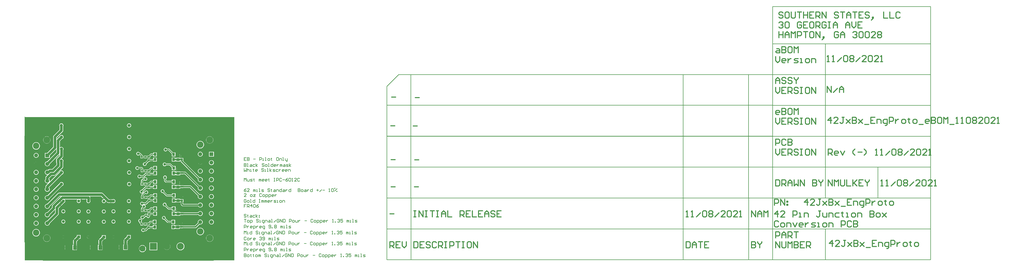
<source format=gtl>
G04*
G04 #@! TF.GenerationSoftware,Altium Limited,Altium Designer,18.1.11 (251)*
G04*
G04 Layer_Physical_Order=1*
G04 Layer_Color=255*
%FSLAX25Y25*%
%MOIN*%
G70*
G01*
G75*
%ADD12C,0.00787*%
%ADD13C,0.01000*%
%ADD15C,0.02000*%
%ADD16C,0.00591*%
%ADD17C,0.00394*%
%ADD18R,0.02756X0.03543*%
%ADD19R,0.03543X0.03347*%
%ADD20R,0.06300X0.05200*%
%ADD21R,0.05118X0.05906*%
%ADD22R,0.03347X0.03543*%
%ADD23R,0.07000X0.08500*%
%ADD32C,0.11811*%
%ADD33R,0.13189X0.13189*%
%ADD34C,0.13189*%
%ADD35C,0.05512*%
%ADD36R,0.05512X0.05512*%
%ADD40C,0.01500*%
%ADD41C,0.05000*%
%ADD42C,0.02500*%
%ADD43C,0.06000*%
%ADD44C,0.07500*%
%ADD45R,0.07500X0.07500*%
%ADD46C,0.05000*%
%ADD47C,0.12500*%
%ADD48C,0.12000*%
G36*
X1500Y279500D02*
X408400D01*
Y300D01*
X408276Y0D01*
X500D01*
X1Y280345D01*
X463Y280537D01*
X1500Y279500D01*
D02*
G37*
%LPC*%
G36*
X203400Y267234D02*
X202356Y267097D01*
X201383Y266694D01*
X200547Y266053D01*
X199906Y265217D01*
X199503Y264244D01*
X199365Y263200D01*
X199503Y262156D01*
X199906Y261183D01*
X200547Y260347D01*
X201383Y259706D01*
X202356Y259303D01*
X203400Y259166D01*
X204444Y259303D01*
X205417Y259706D01*
X206253Y260347D01*
X206894Y261183D01*
X207297Y262156D01*
X207435Y263200D01*
X207297Y264244D01*
X206894Y265217D01*
X206253Y266053D01*
X205417Y266694D01*
X204444Y267097D01*
X203400Y267234D01*
D02*
G37*
G36*
X203600Y244534D02*
X202556Y244397D01*
X201583Y243994D01*
X200747Y243353D01*
X200106Y242517D01*
X199703Y241544D01*
X199565Y240500D01*
X199703Y239456D01*
X200106Y238483D01*
X200747Y237647D01*
X201583Y237006D01*
X202556Y236603D01*
X203600Y236466D01*
X204644Y236603D01*
X205617Y237006D01*
X206453Y237647D01*
X207094Y238483D01*
X207497Y239456D01*
X207634Y240500D01*
X207497Y241544D01*
X207094Y242517D01*
X206453Y243353D01*
X205617Y243994D01*
X204644Y244397D01*
X203600Y244534D01*
D02*
G37*
G36*
X360400Y241884D02*
X359028Y241749D01*
X357708Y241349D01*
X356492Y240699D01*
X355426Y239824D01*
X354552Y238758D01*
X353902Y237542D01*
X353501Y236222D01*
X353366Y234850D01*
X353501Y233478D01*
X353902Y232158D01*
X354552Y230942D01*
X355426Y229876D01*
X356492Y229001D01*
X357708Y228351D01*
X359028Y227951D01*
X360400Y227816D01*
X361772Y227951D01*
X363092Y228351D01*
X364308Y229001D01*
X365374Y229876D01*
X366248Y230942D01*
X366898Y232158D01*
X367299Y233478D01*
X367434Y234850D01*
X367299Y236222D01*
X366898Y237542D01*
X366248Y238758D01*
X365374Y239824D01*
X364308Y240699D01*
X363092Y241349D01*
X361772Y241749D01*
X360400Y241884D01*
D02*
G37*
G36*
X43200D02*
X41828Y241749D01*
X40508Y241349D01*
X39292Y240699D01*
X38226Y239824D01*
X37352Y238758D01*
X36702Y237542D01*
X36301Y236222D01*
X36166Y234850D01*
X36301Y233478D01*
X36702Y232158D01*
X37352Y230942D01*
X38226Y229876D01*
X39292Y229001D01*
X40508Y228351D01*
X41828Y227951D01*
X43200Y227816D01*
X44572Y227951D01*
X45892Y228351D01*
X47108Y229001D01*
X48174Y229876D01*
X49049Y230942D01*
X49698Y232158D01*
X50099Y233478D01*
X50234Y234850D01*
X50099Y236222D01*
X49698Y237542D01*
X49049Y238758D01*
X48174Y239824D01*
X47108Y240699D01*
X45892Y241349D01*
X44572Y241749D01*
X43200Y241884D01*
D02*
G37*
G36*
X342100Y232945D02*
X340679Y232805D01*
X339312Y232390D01*
X338053Y231717D01*
X336949Y230811D01*
X336043Y229707D01*
X335369Y228448D01*
X334955Y227081D01*
X334815Y225660D01*
X334955Y224239D01*
X335369Y222872D01*
X336043Y221613D01*
X336949Y220509D01*
X338053Y219603D01*
X339312Y218930D01*
X340679Y218515D01*
X342100Y218375D01*
X343521Y218515D01*
X344888Y218930D01*
X346147Y219603D01*
X347251Y220509D01*
X348157Y221613D01*
X348831Y222872D01*
X349245Y224239D01*
X349385Y225660D01*
X349245Y227081D01*
X348831Y228448D01*
X348157Y229707D01*
X347251Y230811D01*
X346147Y231717D01*
X344888Y232390D01*
X343521Y232805D01*
X342100Y232945D01*
D02*
G37*
G36*
X22400Y230565D02*
X20979Y230425D01*
X19612Y230011D01*
X18353Y229337D01*
X17249Y228431D01*
X16343Y227327D01*
X15669Y226068D01*
X15255Y224701D01*
X15115Y223280D01*
X15255Y221859D01*
X15669Y220492D01*
X16343Y219233D01*
X17249Y218129D01*
X18353Y217223D01*
X19612Y216549D01*
X20979Y216135D01*
X22400Y215995D01*
X23821Y216135D01*
X25188Y216549D01*
X26447Y217223D01*
X27551Y218129D01*
X28457Y219233D01*
X29131Y220492D01*
X29545Y221859D01*
X29685Y223280D01*
X29545Y224701D01*
X29131Y226068D01*
X28457Y227327D01*
X27551Y228431D01*
X26447Y229337D01*
X25188Y230011D01*
X23821Y230425D01*
X22400Y230565D01*
D02*
G37*
G36*
X203540Y221335D02*
X202496Y221197D01*
X201523Y220794D01*
X200687Y220153D01*
X200046Y219317D01*
X199643Y218344D01*
X199505Y217300D01*
X199643Y216256D01*
X200046Y215283D01*
X200687Y214447D01*
X201523Y213806D01*
X202496Y213403D01*
X203540Y213265D01*
X204584Y213403D01*
X205557Y213806D01*
X206393Y214447D01*
X207034Y215283D01*
X207437Y216256D01*
X207575Y217300D01*
X207437Y218344D01*
X207034Y219317D01*
X206393Y220153D01*
X205557Y220794D01*
X204584Y221197D01*
X203540Y221335D01*
D02*
G37*
G36*
X301850Y207000D02*
X299200D01*
Y204900D01*
X301850D01*
Y207000D01*
D02*
G37*
G36*
X298200D02*
X295550D01*
Y204900D01*
X298200D01*
Y207000D01*
D02*
G37*
G36*
X307972Y205221D02*
X306700D01*
Y204048D01*
X307972D01*
Y205221D01*
D02*
G37*
G36*
X305700D02*
X304428D01*
Y204048D01*
X305700D01*
Y205221D01*
D02*
G37*
G36*
X274400Y219630D02*
X273486Y219510D01*
X272635Y219157D01*
X271904Y218596D01*
X271343Y217865D01*
X270990Y217014D01*
X270870Y216100D01*
X270990Y215186D01*
X271343Y214335D01*
X271904Y213604D01*
X272635Y213043D01*
X273486Y212690D01*
X274400Y212570D01*
X275314Y212690D01*
X276165Y213043D01*
X276896Y213604D01*
X277443Y214316D01*
X279871D01*
X286551Y207636D01*
Y202647D01*
X293669D01*
Y210553D01*
X288681D01*
X281872Y217362D01*
X281293Y217748D01*
X280610Y217884D01*
X277443D01*
X276896Y218596D01*
X276165Y219157D01*
X275314Y219510D01*
X274400Y219630D01*
D02*
G37*
G36*
X257449Y210553D02*
X250331D01*
Y208384D01*
X246352D01*
X245669Y208248D01*
X245090Y207862D01*
X241850Y204621D01*
X238928D01*
Y203584D01*
X237321D01*
Y204572D01*
X231975D01*
Y199028D01*
X237321D01*
Y200016D01*
X238928D01*
Y199275D01*
X244472D01*
Y202196D01*
X247091Y204816D01*
X250331D01*
Y202647D01*
X257449D01*
Y210553D01*
D02*
G37*
G36*
X368550Y211910D02*
X359050D01*
Y202410D01*
X368550D01*
Y211910D01*
D02*
G37*
G36*
X342100Y211951D02*
X340860Y211788D01*
X339704Y211309D01*
X338712Y210548D01*
X337951Y209556D01*
X337472Y208400D01*
X337309Y207160D01*
X337472Y205920D01*
X337951Y204765D01*
X338712Y203772D01*
X339704Y203011D01*
X340860Y202532D01*
X342100Y202369D01*
X343340Y202532D01*
X344496Y203011D01*
X345488Y203772D01*
X346249Y204765D01*
X346728Y205920D01*
X346891Y207160D01*
X346728Y208400D01*
X346249Y209556D01*
X345488Y210548D01*
X344496Y211309D01*
X343340Y211788D01*
X342100Y211951D01*
D02*
G37*
G36*
X307972Y203048D02*
X306700D01*
Y201875D01*
X307972D01*
Y203048D01*
D02*
G37*
G36*
X305700D02*
X304428D01*
Y201875D01*
X305700D01*
Y203048D01*
D02*
G37*
G36*
X301850Y203900D02*
X299200D01*
Y201800D01*
X301850D01*
Y203900D01*
D02*
G37*
G36*
X298200D02*
X295550D01*
Y201800D01*
X298200D01*
Y203900D01*
D02*
G37*
G36*
X22400Y209571D02*
X21160Y209408D01*
X20005Y208929D01*
X19012Y208168D01*
X18251Y207175D01*
X17772Y206020D01*
X17609Y204780D01*
X17772Y203540D01*
X18251Y202384D01*
X19012Y201392D01*
X20005Y200631D01*
X21160Y200152D01*
X22400Y199989D01*
X23640Y200152D01*
X24795Y200631D01*
X25788Y201392D01*
X26549Y202384D01*
X27028Y203540D01*
X27191Y204780D01*
X27028Y206020D01*
X26549Y207175D01*
X25788Y208168D01*
X24795Y208929D01*
X23640Y209408D01*
X22400Y209571D01*
D02*
G37*
G36*
X221000Y211630D02*
X220086Y211510D01*
X219235Y211157D01*
X218504Y210596D01*
X217943Y209865D01*
X217590Y209014D01*
X217470Y208100D01*
X217590Y207186D01*
X217943Y206335D01*
X218504Y205604D01*
X219235Y205043D01*
X220086Y204690D01*
X221000Y204570D01*
X221914Y204690D01*
X222765Y205043D01*
X223496Y205604D01*
X223517Y205631D01*
X224016Y205664D01*
X225479Y204202D01*
Y199028D01*
X230825D01*
Y204572D01*
X229833D01*
X229801Y204735D01*
X229414Y205314D01*
X229414Y205314D01*
X225366Y209362D01*
X224787Y209749D01*
X224104Y209884D01*
X224043D01*
X223496Y210596D01*
X222765Y211157D01*
X221914Y211510D01*
X221000Y211630D01*
D02*
G37*
G36*
X257449Y200553D02*
X250331D01*
Y197236D01*
X244472D01*
Y198125D01*
X238928D01*
Y195564D01*
X234514Y191149D01*
X233900Y191230D01*
X232986Y191110D01*
X232135Y190757D01*
X231404Y190196D01*
X230843Y189465D01*
X230490Y188614D01*
X230370Y187700D01*
X230490Y186786D01*
X230843Y185935D01*
X231404Y185204D01*
X232135Y184643D01*
X232986Y184290D01*
X233900Y184170D01*
X234814Y184290D01*
X235665Y184643D01*
X236396Y185204D01*
X236957Y185935D01*
X237310Y186786D01*
X237430Y187700D01*
X237361Y188229D01*
X241911Y192779D01*
X244472D01*
Y193668D01*
X250331D01*
Y192647D01*
X257449D01*
Y200553D01*
D02*
G37*
G36*
X342600Y194336D02*
Y191120D01*
X345816D01*
X345754Y191599D01*
X345376Y192511D01*
X344775Y193295D01*
X343991Y193896D01*
X343079Y194273D01*
X342600Y194336D01*
D02*
G37*
G36*
X341600D02*
X341121Y194273D01*
X340209Y193896D01*
X339425Y193295D01*
X338824Y192511D01*
X338446Y191599D01*
X338384Y191120D01*
X341600D01*
Y194336D01*
D02*
G37*
G36*
X203400Y198035D02*
X202356Y197897D01*
X201383Y197494D01*
X200547Y196853D01*
X199906Y196017D01*
X199503Y195044D01*
X199365Y194000D01*
X199503Y192956D01*
X199906Y191983D01*
X200547Y191147D01*
X201383Y190506D01*
X202356Y190103D01*
X203400Y189965D01*
X204444Y190103D01*
X205417Y190506D01*
X206253Y191147D01*
X206894Y191983D01*
X207297Y192956D01*
X207435Y194000D01*
X207297Y195044D01*
X206894Y196017D01*
X206253Y196853D01*
X205417Y197494D01*
X204444Y197897D01*
X203400Y198035D01*
D02*
G37*
G36*
X22900Y191956D02*
Y188740D01*
X26116D01*
X26054Y189219D01*
X25676Y190131D01*
X25074Y190914D01*
X24291Y191516D01*
X23379Y191893D01*
X22900Y191956D01*
D02*
G37*
G36*
X21900D02*
X21421Y191893D01*
X20509Y191516D01*
X19726Y190914D01*
X19124Y190131D01*
X18746Y189219D01*
X18684Y188740D01*
X21900D01*
Y191956D01*
D02*
G37*
G36*
X345816Y190120D02*
X342600D01*
Y186904D01*
X343079Y186967D01*
X343991Y187344D01*
X344775Y187945D01*
X345376Y188729D01*
X345754Y189641D01*
X345816Y190120D01*
D02*
G37*
G36*
X341600D02*
X338384D01*
X338446Y189641D01*
X338824Y188729D01*
X339425Y187945D01*
X340209Y187344D01*
X341121Y186967D01*
X341600Y186904D01*
Y190120D01*
D02*
G37*
G36*
X363800Y195411D02*
X362560Y195248D01*
X361404Y194769D01*
X360412Y194008D01*
X359651Y193016D01*
X359172Y191860D01*
X359009Y190620D01*
X359172Y189380D01*
X359651Y188224D01*
X360412Y187232D01*
X361404Y186471D01*
X362560Y185992D01*
X363800Y185829D01*
X365040Y185992D01*
X366196Y186471D01*
X367188Y187232D01*
X367949Y188224D01*
X368428Y189380D01*
X368591Y190620D01*
X368428Y191860D01*
X367949Y193016D01*
X367188Y194008D01*
X366196Y194769D01*
X365040Y195248D01*
X363800Y195411D01*
D02*
G37*
G36*
X26116Y187740D02*
X22900D01*
Y184523D01*
X23379Y184587D01*
X24291Y184964D01*
X25074Y185565D01*
X25676Y186349D01*
X26054Y187261D01*
X26116Y187740D01*
D02*
G37*
G36*
X21900D02*
X18684D01*
X18746Y187261D01*
X19124Y186349D01*
X19726Y185565D01*
X20509Y184964D01*
X21421Y184587D01*
X21900Y184523D01*
Y187740D01*
D02*
G37*
G36*
X257649Y183953D02*
X250531D01*
Y181784D01*
X246852D01*
X246852Y181784D01*
X246169Y181649D01*
X245590Y181262D01*
X245590Y181262D01*
X242050Y177721D01*
X239128D01*
Y176484D01*
X237921D01*
Y177472D01*
X232575D01*
Y171928D01*
X237921D01*
Y172916D01*
X239128D01*
Y172375D01*
X244672D01*
Y175296D01*
X247591Y178216D01*
X250531D01*
Y176047D01*
X257649D01*
Y183953D01*
D02*
G37*
G36*
X302050Y180400D02*
X299400D01*
Y178300D01*
X302050D01*
Y180400D01*
D02*
G37*
G36*
X298400D02*
X295750D01*
Y178300D01*
X298400D01*
Y180400D01*
D02*
G37*
G36*
X308172Y178721D02*
X306900D01*
Y177548D01*
X308172D01*
Y178721D01*
D02*
G37*
G36*
X305900D02*
X304628D01*
Y177548D01*
X305900D01*
Y178721D01*
D02*
G37*
G36*
X71500Y267234D02*
X70456Y267097D01*
X69483Y266694D01*
X68647Y266053D01*
X68006Y265217D01*
X67603Y264244D01*
X67466Y263200D01*
X67603Y262156D01*
X67970Y261270D01*
Y254762D01*
X56644Y243436D01*
X56083Y242705D01*
X55730Y241854D01*
X55610Y240940D01*
Y221282D01*
X43857Y209530D01*
X39350D01*
Y200030D01*
X48850D01*
Y204538D01*
X61148Y216835D01*
X61610Y216644D01*
Y210742D01*
X43868Y193000D01*
X42860Y192868D01*
X41704Y192389D01*
X40712Y191628D01*
X39951Y190636D01*
X39472Y189480D01*
X39309Y188240D01*
X39472Y187000D01*
X39951Y185845D01*
X40712Y184852D01*
X41704Y184091D01*
X42860Y183612D01*
X44100Y183449D01*
X45340Y183612D01*
X46496Y184091D01*
X47488Y184852D01*
X48249Y185845D01*
X48728Y187000D01*
X48860Y188008D01*
X67610Y206757D01*
X67744Y206747D01*
X68110Y206623D01*
Y204795D01*
X62504Y199189D01*
X61943Y198458D01*
X61590Y197606D01*
X61470Y196692D01*
Y191308D01*
X61590Y190394D01*
X61943Y189542D01*
X61970Y189507D01*
Y186548D01*
X53649Y178227D01*
X48865D01*
X47951Y178107D01*
X47100Y177754D01*
X46369Y177193D01*
X45455Y176280D01*
X45340Y176328D01*
X44100Y176491D01*
X42860Y176328D01*
X41704Y175849D01*
X40712Y175088D01*
X39951Y174095D01*
X39472Y172940D01*
X39309Y171700D01*
X39472Y170460D01*
X39951Y169305D01*
X40712Y168312D01*
X41704Y167551D01*
X42860Y167072D01*
X43890Y166937D01*
X44088Y166428D01*
X41604Y163943D01*
X41043Y163212D01*
X40690Y162361D01*
X40570Y161447D01*
Y158362D01*
X39951Y157555D01*
X39472Y156400D01*
X39309Y155160D01*
X39472Y153920D01*
X39951Y152764D01*
X40712Y151772D01*
X41704Y151011D01*
X42860Y150532D01*
X44100Y150369D01*
X45101Y150501D01*
X45335Y150027D01*
X41604Y146296D01*
X41043Y145565D01*
X40690Y144714D01*
X40570Y143800D01*
Y141822D01*
X39951Y141016D01*
X39472Y139860D01*
X39309Y138620D01*
X39472Y137380D01*
X39951Y136224D01*
X40712Y135232D01*
X41704Y134471D01*
X42860Y133992D01*
X44100Y133829D01*
X45340Y133992D01*
X46496Y134471D01*
X47488Y135232D01*
X48249Y136224D01*
X48728Y137380D01*
X48891Y138620D01*
X48728Y139860D01*
X48249Y141016D01*
X47630Y141822D01*
Y142338D01*
X72832Y167539D01*
X73717Y167906D01*
X74553Y168547D01*
X75194Y169383D01*
X75597Y170356D01*
X75735Y171400D01*
X75597Y172444D01*
X75194Y173417D01*
X74553Y174253D01*
X73717Y174894D01*
X72744Y175297D01*
X71700Y175435D01*
X70656Y175297D01*
X69683Y174894D01*
X68847Y174253D01*
X68206Y173417D01*
X67839Y172532D01*
X49233Y153925D01*
X48759Y154159D01*
X48891Y155160D01*
X48728Y156400D01*
X48249Y157555D01*
X47630Y158362D01*
Y159985D01*
X52812Y165167D01*
X57597D01*
X58511Y165287D01*
X59362Y165640D01*
X60093Y166201D01*
X73996Y180104D01*
X74557Y180835D01*
X74910Y181686D01*
X75030Y182600D01*
Y192070D01*
X75397Y192956D01*
X75534Y194000D01*
X75397Y195044D01*
X74994Y196017D01*
X74353Y196853D01*
X73517Y197494D01*
X72544Y197897D01*
X71979Y197971D01*
X71799Y198499D01*
X74136Y200836D01*
X74697Y201567D01*
X75050Y202419D01*
X75170Y203332D01*
Y215370D01*
X75537Y216256D01*
X75674Y217300D01*
X75537Y218344D01*
X75134Y219317D01*
X74493Y220153D01*
X73657Y220794D01*
X72684Y221197D01*
X71640Y221335D01*
X70596Y221197D01*
X69623Y220794D01*
X69170Y220447D01*
X68670Y220693D01*
Y232478D01*
X72832Y236639D01*
X73717Y237006D01*
X74553Y237647D01*
X75194Y238483D01*
X75597Y239456D01*
X75735Y240500D01*
X75597Y241544D01*
X75194Y242517D01*
X74553Y243353D01*
X73717Y243994D01*
X72744Y244397D01*
X71700Y244534D01*
X70656Y244397D01*
X69683Y243994D01*
X68847Y243353D01*
X68206Y242517D01*
X67839Y241632D01*
X63132Y236925D01*
X62670Y237116D01*
Y239478D01*
X73996Y250804D01*
X74557Y251535D01*
X74910Y252386D01*
X75030Y253300D01*
Y261270D01*
X75397Y262156D01*
X75534Y263200D01*
X75397Y264244D01*
X74994Y265217D01*
X74353Y266053D01*
X73517Y266694D01*
X72544Y267097D01*
X71500Y267234D01*
D02*
G37*
G36*
X272600Y190830D02*
X271686Y190710D01*
X270835Y190357D01*
X270104Y189796D01*
X269543Y189065D01*
X269190Y188214D01*
X269070Y187300D01*
X269190Y186386D01*
X269543Y185535D01*
X270104Y184804D01*
X270835Y184243D01*
X271686Y183890D01*
X272600Y183770D01*
X273514Y183890D01*
X274365Y184243D01*
X275096Y184804D01*
X275642Y185516D01*
X282271D01*
X286751Y181036D01*
Y176047D01*
X293869D01*
Y183953D01*
X288881D01*
X284272Y188562D01*
X283693Y188949D01*
X283010Y189084D01*
X275642D01*
X275096Y189796D01*
X274365Y190357D01*
X273514Y190710D01*
X272600Y190830D01*
D02*
G37*
G36*
X308172Y176548D02*
X306900D01*
Y175375D01*
X308172D01*
Y176548D01*
D02*
G37*
G36*
X305900D02*
X304628D01*
Y175375D01*
X305900D01*
Y176548D01*
D02*
G37*
G36*
X302050Y177300D02*
X299400D01*
Y175200D01*
X302050D01*
Y177300D01*
D02*
G37*
G36*
X298400D02*
X295750D01*
Y175200D01*
X298400D01*
Y177300D01*
D02*
G37*
G36*
X219300Y183630D02*
X218386Y183510D01*
X217535Y183157D01*
X216804Y182596D01*
X216243Y181865D01*
X215890Y181014D01*
X215770Y180100D01*
X215890Y179186D01*
X216243Y178335D01*
X216804Y177604D01*
X217535Y177043D01*
X218386Y176690D01*
X219300Y176570D01*
X220214Y176690D01*
X221065Y177043D01*
X221796Y177604D01*
X222342Y178316D01*
X226961D01*
X226968Y178309D01*
Y177472D01*
X226079D01*
Y171928D01*
X231425D01*
Y177472D01*
X230536D01*
Y179048D01*
X230400Y179731D01*
X230014Y180310D01*
X230014Y180310D01*
X228962Y181362D01*
X228383Y181748D01*
X227700Y181884D01*
X222342D01*
X221796Y182596D01*
X221065Y183157D01*
X220214Y183510D01*
X219300Y183630D01*
D02*
G37*
G36*
X257649Y173953D02*
X250531D01*
Y170336D01*
X244672D01*
Y171225D01*
X239128D01*
Y170591D01*
X236236D01*
X235456Y170436D01*
X234794Y169994D01*
X230539Y165739D01*
X226247D01*
X225896Y166196D01*
X225165Y166757D01*
X224314Y167110D01*
X223400Y167230D01*
X222486Y167110D01*
X221635Y166757D01*
X220904Y166196D01*
X220343Y165465D01*
X219990Y164614D01*
X219870Y163700D01*
X219990Y162786D01*
X220343Y161935D01*
X220904Y161204D01*
X221635Y160643D01*
X222486Y160290D01*
X223400Y160170D01*
X224314Y160290D01*
X225165Y160643D01*
X225896Y161204D01*
X226247Y161661D01*
X231384D01*
X232165Y161816D01*
X232826Y162258D01*
X237081Y166513D01*
X239128D01*
Y165879D01*
X244672D01*
Y166768D01*
X250531D01*
Y166047D01*
X257649D01*
Y173953D01*
D02*
G37*
G36*
X363800Y178871D02*
X362560Y178708D01*
X361404Y178229D01*
X360412Y177468D01*
X359651Y176476D01*
X359172Y175320D01*
X359009Y174080D01*
X359172Y172840D01*
X359651Y171685D01*
X360412Y170692D01*
X361404Y169931D01*
X362560Y169452D01*
X363800Y169289D01*
X365040Y169452D01*
X366196Y169931D01*
X367188Y170692D01*
X367949Y171685D01*
X368428Y172840D01*
X368591Y174080D01*
X368428Y175320D01*
X367949Y176476D01*
X367188Y177468D01*
X366196Y178229D01*
X365040Y178708D01*
X363800Y178871D01*
D02*
G37*
G36*
X342100D02*
X340860Y178708D01*
X339704Y178229D01*
X338712Y177468D01*
X337951Y176476D01*
X337472Y175320D01*
X337309Y174080D01*
X337472Y172840D01*
X337951Y171685D01*
X338712Y170692D01*
X339704Y169931D01*
X340860Y169452D01*
X342100Y169289D01*
X343340Y169452D01*
X344496Y169931D01*
X345488Y170692D01*
X346249Y171685D01*
X346728Y172840D01*
X346891Y174080D01*
X346728Y175320D01*
X346249Y176476D01*
X345488Y177468D01*
X344496Y178229D01*
X343340Y178708D01*
X342100Y178871D01*
D02*
G37*
G36*
X203600Y175435D02*
X202556Y175297D01*
X201583Y174894D01*
X200747Y174253D01*
X200106Y173417D01*
X199703Y172444D01*
X199565Y171400D01*
X199703Y170356D01*
X200106Y169383D01*
X200747Y168547D01*
X201583Y167906D01*
X202556Y167503D01*
X203600Y167366D01*
X204644Y167503D01*
X205617Y167906D01*
X206453Y168547D01*
X207094Y169383D01*
X207497Y170356D01*
X207634Y171400D01*
X207497Y172444D01*
X207094Y173417D01*
X206453Y174253D01*
X205617Y174894D01*
X204644Y175297D01*
X203600Y175435D01*
D02*
G37*
G36*
X22400Y176491D02*
X21160Y176328D01*
X20005Y175849D01*
X19012Y175088D01*
X18251Y174095D01*
X17772Y172940D01*
X17609Y171700D01*
X17772Y170460D01*
X18251Y169305D01*
X19012Y168312D01*
X20005Y167551D01*
X21160Y167072D01*
X22400Y166909D01*
X23640Y167072D01*
X24795Y167551D01*
X25788Y168312D01*
X26549Y169305D01*
X27028Y170460D01*
X27191Y171700D01*
X27028Y172940D01*
X26549Y174095D01*
X25788Y175088D01*
X24795Y175849D01*
X23640Y176328D01*
X22400Y176491D01*
D02*
G37*
G36*
X257549Y157353D02*
X250431D01*
Y155184D01*
X246152D01*
X246152Y155184D01*
X245469Y155049D01*
X244890Y154662D01*
X244890Y154662D01*
X241950Y151721D01*
X239028D01*
Y150684D01*
X237721D01*
Y151672D01*
X232375D01*
Y146128D01*
X237721D01*
Y147116D01*
X239028D01*
Y146375D01*
X244572D01*
Y149296D01*
X246891Y151616D01*
X250431D01*
Y149447D01*
X257549D01*
Y157353D01*
D02*
G37*
G36*
X235200Y162230D02*
X234286Y162110D01*
X233435Y161757D01*
X232704Y161196D01*
X232157Y160484D01*
X231700D01*
X231017Y160348D01*
X230438Y159962D01*
X230438Y159962D01*
X227290Y156814D01*
X226904Y156235D01*
X226768Y155552D01*
Y151672D01*
X225879D01*
Y146128D01*
X231225D01*
Y151672D01*
X230336D01*
Y154813D01*
X232012Y156488D01*
X232511Y156456D01*
X232704Y156204D01*
X233435Y155643D01*
X234286Y155290D01*
X235200Y155170D01*
X236114Y155290D01*
X236965Y155643D01*
X237696Y156204D01*
X238257Y156935D01*
X238610Y157786D01*
X238730Y158700D01*
X238610Y159614D01*
X238257Y160465D01*
X237696Y161196D01*
X236965Y161757D01*
X236114Y162110D01*
X235200Y162230D01*
D02*
G37*
G36*
X363800Y162331D02*
X362560Y162168D01*
X361404Y161689D01*
X360412Y160928D01*
X359651Y159935D01*
X359172Y158780D01*
X359009Y157540D01*
X359172Y156300D01*
X359651Y155145D01*
X360412Y154152D01*
X361404Y153391D01*
X362560Y152912D01*
X363800Y152749D01*
X365040Y152912D01*
X366196Y153391D01*
X367188Y154152D01*
X367949Y155145D01*
X368428Y156300D01*
X368591Y157540D01*
X368428Y158780D01*
X367949Y159935D01*
X367188Y160928D01*
X366196Y161689D01*
X365040Y162168D01*
X363800Y162331D01*
D02*
G37*
G36*
X293669Y200553D02*
X286551D01*
Y192647D01*
X293669D01*
Y193888D01*
X294056Y194205D01*
X294237Y194169D01*
X294550D01*
Y192863D01*
X302850D01*
Y194266D01*
X302966Y194289D01*
X303428Y194379D01*
X303428Y194379D01*
X303906Y194325D01*
Y193440D01*
X304081Y192562D01*
X304578Y191818D01*
X337514Y158881D01*
X337472Y158780D01*
X337309Y157540D01*
X337472Y156300D01*
X337951Y155145D01*
X338712Y154152D01*
X339704Y153391D01*
X340860Y152912D01*
X342100Y152749D01*
X343340Y152912D01*
X344496Y153391D01*
X345488Y154152D01*
X346249Y155145D01*
X346728Y156300D01*
X346891Y157540D01*
X346728Y158780D01*
X346249Y159935D01*
X345488Y160928D01*
X344496Y161689D01*
X343340Y162168D01*
X342100Y162331D01*
X340860Y162168D01*
X340759Y162126D01*
X308835Y194049D01*
X308972Y194379D01*
X308972D01*
Y199725D01*
X303428D01*
Y199435D01*
X303347Y199424D01*
X302850Y199855D01*
Y200063D01*
X294550D01*
Y199199D01*
X294164Y198882D01*
X294155Y198883D01*
X294100Y198894D01*
X294056D01*
X293669Y198937D01*
Y200553D01*
D02*
G37*
G36*
X301950Y153800D02*
X299300D01*
Y151700D01*
X301950D01*
Y153800D01*
D02*
G37*
G36*
X298300D02*
X295650D01*
Y151700D01*
X298300D01*
Y153800D01*
D02*
G37*
G36*
X308072Y151921D02*
X306800D01*
Y150748D01*
X308072D01*
Y151921D01*
D02*
G37*
G36*
X305800D02*
X304528D01*
Y150748D01*
X305800D01*
Y151921D01*
D02*
G37*
G36*
X22400Y159951D02*
X21160Y159788D01*
X20005Y159309D01*
X19012Y158548D01*
X18251Y157555D01*
X17772Y156400D01*
X17609Y155160D01*
X17772Y153920D01*
X18251Y152764D01*
X19012Y151772D01*
X20005Y151011D01*
X21160Y150532D01*
X22400Y150369D01*
X23640Y150532D01*
X24795Y151011D01*
X25788Y151772D01*
X26549Y152764D01*
X27028Y153920D01*
X27191Y155160D01*
X27028Y156400D01*
X26549Y157555D01*
X25788Y158548D01*
X24795Y159309D01*
X23640Y159788D01*
X22400Y159951D01*
D02*
G37*
G36*
X273400Y165430D02*
X272486Y165310D01*
X271635Y164957D01*
X270904Y164396D01*
X270343Y163665D01*
X269990Y162814D01*
X269870Y161900D01*
X269990Y160986D01*
X270343Y160135D01*
X270904Y159404D01*
X271616Y158858D01*
Y155700D01*
X271751Y155017D01*
X272138Y154438D01*
X274438Y152138D01*
X275017Y151751D01*
X275700Y151616D01*
X286651D01*
Y149447D01*
X293769D01*
Y157353D01*
X286651D01*
Y155184D01*
X276439D01*
X275184Y156439D01*
Y158858D01*
X275896Y159404D01*
X276457Y160135D01*
X276810Y160986D01*
X276930Y161900D01*
X276810Y162814D01*
X276457Y163665D01*
X275896Y164396D01*
X275165Y164957D01*
X274314Y165310D01*
X273400Y165430D01*
D02*
G37*
G36*
X301950Y150700D02*
X299300D01*
Y148600D01*
X301950D01*
Y150700D01*
D02*
G37*
G36*
X298300D02*
X295650D01*
Y148600D01*
X298300D01*
Y150700D01*
D02*
G37*
G36*
X308072Y149748D02*
X306800D01*
Y148575D01*
X308072D01*
Y149748D01*
D02*
G37*
G36*
X305800D02*
X304528D01*
Y148575D01*
X305800D01*
Y149748D01*
D02*
G37*
G36*
X203600Y152834D02*
X202556Y152697D01*
X201583Y152294D01*
X200747Y151653D01*
X200106Y150817D01*
X199703Y149844D01*
X199565Y148800D01*
X199703Y147756D01*
X200106Y146783D01*
X200747Y145947D01*
X201583Y145306D01*
X202556Y144903D01*
X203600Y144765D01*
X204644Y144903D01*
X205617Y145306D01*
X206453Y145947D01*
X207094Y146783D01*
X207497Y147756D01*
X207634Y148800D01*
X207497Y149844D01*
X207094Y150817D01*
X206453Y151653D01*
X205617Y152294D01*
X204644Y152697D01*
X203600Y152834D01*
D02*
G37*
G36*
X257549Y147353D02*
X250431D01*
Y144336D01*
X244572D01*
Y145225D01*
X239028D01*
Y144591D01*
X236252D01*
X235472Y144436D01*
X234810Y143994D01*
X228371Y137555D01*
X227800Y137630D01*
X226886Y137510D01*
X226035Y137157D01*
X225304Y136596D01*
X224743Y135865D01*
X224390Y135014D01*
X224270Y134100D01*
X224390Y133186D01*
X224743Y132335D01*
X225304Y131604D01*
X226035Y131043D01*
X226886Y130690D01*
X227800Y130570D01*
X228714Y130690D01*
X229565Y131043D01*
X229991Y131370D01*
X230322Y130993D01*
X227790Y128462D01*
X227403Y127883D01*
X227268Y127200D01*
Y125872D01*
X226379D01*
Y120328D01*
X231725D01*
Y125872D01*
X230836D01*
Y126461D01*
X234603Y130228D01*
X235235Y129743D01*
X236086Y129390D01*
X237000Y129270D01*
X237914Y129390D01*
X238765Y129743D01*
X239496Y130304D01*
X240057Y131035D01*
X240410Y131886D01*
X240530Y132800D01*
X240410Y133714D01*
X240057Y134565D01*
X239496Y135296D01*
X238765Y135857D01*
X237914Y136210D01*
X237000Y136330D01*
X236086Y136210D01*
X235235Y135857D01*
X234504Y135296D01*
X233943Y134565D01*
X233866Y134379D01*
X233390Y134062D01*
X233390Y134062D01*
X230907Y131578D01*
X230530Y131909D01*
X230857Y132335D01*
X231210Y133186D01*
X231330Y134100D01*
X231255Y134671D01*
X237097Y140513D01*
X239028D01*
Y139879D01*
X244572D01*
Y140768D01*
X250431D01*
Y139447D01*
X257549D01*
Y147353D01*
D02*
G37*
G36*
X363800Y145791D02*
X362560Y145628D01*
X361404Y145149D01*
X360412Y144388D01*
X359651Y143395D01*
X359172Y142240D01*
X359009Y141000D01*
X359172Y139760D01*
X359651Y138604D01*
X360412Y137612D01*
X361404Y136851D01*
X362560Y136372D01*
X363800Y136209D01*
X365040Y136372D01*
X366196Y136851D01*
X367188Y137612D01*
X367949Y138604D01*
X368428Y139760D01*
X368591Y141000D01*
X368428Y142240D01*
X367949Y143395D01*
X367188Y144388D01*
X366196Y145149D01*
X365040Y145628D01*
X363800Y145791D01*
D02*
G37*
G36*
X293869Y173953D02*
X286751D01*
Y166047D01*
X293869D01*
Y167288D01*
X294256Y167605D01*
X294437Y167569D01*
X294750D01*
Y166263D01*
X303050D01*
Y168258D01*
X303628D01*
Y167879D01*
X309172D01*
Y168258D01*
X311598D01*
X337514Y142341D01*
X337472Y142240D01*
X337309Y141000D01*
X337472Y139760D01*
X337951Y138604D01*
X338712Y137612D01*
X339704Y136851D01*
X340860Y136372D01*
X342100Y136209D01*
X343340Y136372D01*
X344496Y136851D01*
X345488Y137612D01*
X346249Y138604D01*
X346728Y139760D01*
X346891Y141000D01*
X346728Y142240D01*
X346249Y143395D01*
X345488Y144388D01*
X344496Y145149D01*
X343340Y145628D01*
X342100Y145791D01*
X340860Y145628D01*
X340759Y145586D01*
X314170Y172174D01*
X313426Y172671D01*
X312548Y172846D01*
X309172D01*
Y173225D01*
X303628D01*
Y172846D01*
X303050D01*
Y173463D01*
X294750D01*
Y172599D01*
X294364Y172282D01*
X294355Y172283D01*
X294300Y172294D01*
X294256D01*
X293869Y172337D01*
Y173953D01*
D02*
G37*
G36*
X22400Y143411D02*
X21160Y143248D01*
X20005Y142769D01*
X19012Y142008D01*
X18251Y141016D01*
X17772Y139860D01*
X17609Y138620D01*
X17772Y137380D01*
X18251Y136224D01*
X19012Y135232D01*
X20005Y134471D01*
X21160Y133992D01*
X22400Y133829D01*
X23640Y133992D01*
X24795Y134471D01*
X25788Y135232D01*
X26549Y136224D01*
X27028Y137380D01*
X27191Y138620D01*
X27028Y139860D01*
X26549Y141016D01*
X25788Y142008D01*
X24795Y142769D01*
X23640Y143248D01*
X22400Y143411D01*
D02*
G37*
G36*
X257749Y130653D02*
X250631D01*
Y128484D01*
X245452D01*
X245452Y128484D01*
X244769Y128349D01*
X244190Y127962D01*
X244190Y127962D01*
X242150Y125921D01*
X239228D01*
Y124884D01*
X238221D01*
Y125872D01*
X232875D01*
Y120328D01*
X238221D01*
Y121316D01*
X239228D01*
Y120575D01*
X244772D01*
Y123496D01*
X246191Y124916D01*
X250631D01*
Y122747D01*
X257749D01*
Y130653D01*
D02*
G37*
G36*
X71700Y152834D02*
X70656Y152697D01*
X69683Y152294D01*
X68847Y151653D01*
X68206Y150817D01*
X67839Y149932D01*
X44700Y126792D01*
X44100Y126871D01*
X42860Y126708D01*
X41704Y126229D01*
X40712Y125468D01*
X39951Y124476D01*
X39472Y123320D01*
X39309Y122080D01*
X39472Y120840D01*
X39951Y119685D01*
X40712Y118692D01*
X41704Y117931D01*
X42860Y117452D01*
X44100Y117289D01*
X45340Y117452D01*
X46496Y117931D01*
X47488Y118692D01*
X48249Y119685D01*
X48724Y120832D01*
X72832Y144939D01*
X73717Y145306D01*
X74553Y145947D01*
X75194Y146783D01*
X75597Y147756D01*
X75735Y148800D01*
X75597Y149844D01*
X75194Y150817D01*
X74553Y151653D01*
X73717Y152294D01*
X72744Y152697D01*
X71700Y152834D01*
D02*
G37*
G36*
X302150Y127100D02*
X299500D01*
Y125000D01*
X302150D01*
Y127100D01*
D02*
G37*
G36*
X298500D02*
X295850D01*
Y125000D01*
X298500D01*
Y127100D01*
D02*
G37*
G36*
X308272Y124921D02*
X307000D01*
Y123748D01*
X308272D01*
Y124921D01*
D02*
G37*
G36*
X306000D02*
X304728D01*
Y123748D01*
X306000D01*
Y124921D01*
D02*
G37*
G36*
X268600Y138630D02*
X267686Y138510D01*
X266835Y138157D01*
X266104Y137596D01*
X265543Y136865D01*
X265190Y136014D01*
X265070Y135100D01*
X265190Y134186D01*
X265543Y133335D01*
X266104Y132604D01*
X266835Y132043D01*
X267686Y131690D01*
X268600Y131570D01*
X269490Y131687D01*
X275738Y125438D01*
X275738Y125438D01*
X276317Y125051D01*
X277000Y124916D01*
X286851D01*
Y122747D01*
X293969D01*
Y130653D01*
X286851D01*
Y128484D01*
X277739D01*
X272013Y134210D01*
X272130Y135100D01*
X272010Y136014D01*
X271657Y136865D01*
X271096Y137596D01*
X270365Y138157D01*
X269514Y138510D01*
X268600Y138630D01*
D02*
G37*
G36*
X302150Y124000D02*
X299500D01*
Y121900D01*
X302150D01*
Y124000D01*
D02*
G37*
G36*
X298500D02*
X295850D01*
Y121900D01*
X298500D01*
Y124000D01*
D02*
G37*
G36*
X308272Y122748D02*
X307000D01*
Y121575D01*
X308272D01*
Y122748D01*
D02*
G37*
G36*
X306000D02*
X304728D01*
Y121575D01*
X306000D01*
Y122748D01*
D02*
G37*
G36*
X363800Y129251D02*
X362560Y129088D01*
X361404Y128609D01*
X360412Y127848D01*
X359651Y126856D01*
X359172Y125700D01*
X359009Y124460D01*
X359172Y123220D01*
X359651Y122064D01*
X360412Y121072D01*
X361404Y120311D01*
X362560Y119832D01*
X363800Y119669D01*
X365040Y119832D01*
X366196Y120311D01*
X367188Y121072D01*
X367949Y122064D01*
X368428Y123220D01*
X368591Y124460D01*
X368428Y125700D01*
X367949Y126856D01*
X367188Y127848D01*
X366196Y128609D01*
X365040Y129088D01*
X363800Y129251D01*
D02*
G37*
G36*
X293769Y147353D02*
X286651D01*
Y139447D01*
X293769D01*
Y140688D01*
X294156Y141005D01*
X294337Y140969D01*
X294650D01*
Y139663D01*
X302950D01*
Y141046D01*
X303035Y141063D01*
X303528Y141079D01*
X303528Y141079D01*
X303528Y141079D01*
X309072D01*
Y141458D01*
X321858D01*
X337514Y125801D01*
X337472Y125700D01*
X337309Y124460D01*
X337472Y123220D01*
X337951Y122064D01*
X338712Y121072D01*
X339704Y120311D01*
X340860Y119832D01*
X342100Y119669D01*
X343340Y119832D01*
X344496Y120311D01*
X345488Y121072D01*
X346249Y122064D01*
X346728Y123220D01*
X346891Y124460D01*
X346728Y125700D01*
X346249Y126856D01*
X345488Y127848D01*
X344496Y128609D01*
X343340Y129088D01*
X342100Y129251D01*
X340860Y129088D01*
X340759Y129046D01*
X324430Y145374D01*
X323686Y145871D01*
X322808Y146046D01*
X309072D01*
Y146425D01*
X303528D01*
Y146135D01*
X303447Y146124D01*
X302950Y146555D01*
Y146863D01*
X294650D01*
Y145999D01*
X294264Y145682D01*
X294255Y145683D01*
X294200Y145694D01*
X294156D01*
X293769Y145737D01*
Y147353D01*
D02*
G37*
G36*
X257749Y120653D02*
X250631D01*
Y118536D01*
X244772D01*
Y119425D01*
X239228D01*
Y116864D01*
X235103Y112739D01*
X231247D01*
X230896Y113196D01*
X230165Y113757D01*
X229314Y114110D01*
X228400Y114230D01*
X227486Y114110D01*
X226635Y113757D01*
X225904Y113196D01*
X225343Y112465D01*
X224990Y111614D01*
X224870Y110700D01*
X224990Y109786D01*
X225343Y108935D01*
X225904Y108204D01*
X226635Y107643D01*
X227486Y107290D01*
X228400Y107170D01*
X228938Y107241D01*
X228997Y107201D01*
X229266Y106780D01*
X228990Y106114D01*
X228870Y105200D01*
X228987Y104310D01*
X227686Y103009D01*
X227299Y102430D01*
X227163Y101747D01*
Y100072D01*
X226569D01*
Y94528D01*
X231325D01*
Y100072D01*
X230732D01*
Y101008D01*
X231510Y101787D01*
X232400Y101670D01*
X233314Y101790D01*
X234165Y102143D01*
X234896Y102704D01*
X235457Y103435D01*
X235810Y104286D01*
X235930Y105200D01*
X235810Y106114D01*
X235457Y106965D01*
X234896Y107696D01*
X234291Y108161D01*
X234444Y108661D01*
X235948D01*
X236728Y108816D01*
X237390Y109258D01*
X242211Y114079D01*
X244772D01*
Y114968D01*
X250631D01*
Y112747D01*
X257749D01*
Y120653D01*
D02*
G37*
G36*
X22400Y126871D02*
X21160Y126708D01*
X20005Y126229D01*
X19012Y125468D01*
X18251Y124476D01*
X17772Y123320D01*
X17609Y122080D01*
X17772Y120840D01*
X18251Y119685D01*
X19012Y118692D01*
X20005Y117931D01*
X21160Y117452D01*
X22400Y117289D01*
X23640Y117452D01*
X24795Y117931D01*
X25788Y118692D01*
X26549Y119685D01*
X27028Y120840D01*
X27191Y122080D01*
X27028Y123320D01*
X26549Y124476D01*
X25788Y125468D01*
X24795Y126229D01*
X23640Y126708D01*
X22400Y126871D01*
D02*
G37*
G36*
X203000Y119488D02*
X202020Y119359D01*
X201106Y118981D01*
X200321Y118379D01*
X199719Y117594D01*
X199341Y116681D01*
X199212Y115700D01*
X199341Y114719D01*
X199719Y113806D01*
X200321Y113021D01*
X201106Y112419D01*
X202020Y112041D01*
X203000Y111912D01*
X203980Y112041D01*
X204894Y112419D01*
X205679Y113021D01*
X206281Y113806D01*
X206659Y114719D01*
X206788Y115700D01*
X206659Y116681D01*
X206281Y117594D01*
X205679Y118379D01*
X204894Y118981D01*
X203980Y119359D01*
X203000Y119488D01*
D02*
G37*
G36*
X150070Y131943D02*
X66972D01*
X66059Y131822D01*
X65207Y131470D01*
X64476Y130909D01*
X43868Y110300D01*
X42860Y110168D01*
X41704Y109689D01*
X40712Y108928D01*
X39951Y107936D01*
X39472Y106780D01*
X39309Y105540D01*
X39472Y104300D01*
X39951Y103145D01*
X40712Y102152D01*
X41704Y101391D01*
X42860Y100912D01*
X44100Y100749D01*
X45340Y100912D01*
X46496Y101391D01*
X47488Y102152D01*
X48249Y103145D01*
X48728Y104300D01*
X48860Y105308D01*
X68435Y124882D01*
X70064D01*
X70256Y124420D01*
X54304Y108468D01*
X53743Y107737D01*
X53390Y106886D01*
X53270Y105972D01*
Y103162D01*
X43868Y93760D01*
X42860Y93628D01*
X41704Y93149D01*
X40712Y92388D01*
X39951Y91395D01*
X39472Y90240D01*
X39309Y89000D01*
X39472Y87760D01*
X39951Y86604D01*
X40712Y85612D01*
X41704Y84851D01*
X42860Y84372D01*
X44100Y84209D01*
X45340Y84372D01*
X46496Y84851D01*
X47488Y85612D01*
X48249Y86604D01*
X48728Y87760D01*
X48860Y88768D01*
X58808Y98715D01*
X59270Y98524D01*
Y92622D01*
X43868Y77220D01*
X42860Y77088D01*
X41704Y76609D01*
X40712Y75848D01*
X39951Y74856D01*
X39472Y73700D01*
X39309Y72460D01*
X39472Y71220D01*
X39951Y70065D01*
X40712Y69072D01*
X41704Y68311D01*
X42860Y67832D01*
X44100Y67669D01*
X45340Y67832D01*
X46496Y68311D01*
X47488Y69072D01*
X48249Y70065D01*
X48728Y71220D01*
X48860Y72228D01*
X65296Y88664D01*
X65857Y89395D01*
X66210Y90246D01*
X66330Y91160D01*
Y101663D01*
X76958Y112290D01*
X77269Y112419D01*
X78054Y113021D01*
X78656Y113806D01*
X79034Y114719D01*
X79163Y115700D01*
X79034Y116681D01*
X78656Y117594D01*
X78054Y118379D01*
X78015Y118409D01*
X78175Y118882D01*
X102575D01*
X102735Y118409D01*
X102696Y118379D01*
X102094Y117594D01*
X101716Y116681D01*
X101587Y115700D01*
X101716Y114719D01*
X102094Y113806D01*
X102696Y113021D01*
X103481Y112419D01*
X104394Y112041D01*
X105375Y111912D01*
X106356Y112041D01*
X107269Y112419D01*
X108054Y113021D01*
X108656Y113806D01*
X109034Y114719D01*
X109163Y115700D01*
X109034Y116681D01*
X108656Y117594D01*
X108054Y118379D01*
X108015Y118409D01*
X108175Y118882D01*
X120657D01*
Y116740D01*
X120528Y116428D01*
X120399Y115448D01*
X120528Y114468D01*
X120907Y113554D01*
X121509Y112769D01*
X122293Y112167D01*
X123207Y111789D01*
X124188Y111660D01*
X125168Y111789D01*
X126082Y112167D01*
X126866Y112769D01*
X127468Y113554D01*
X127847Y114468D01*
X127976Y115448D01*
X127847Y116428D01*
X127718Y116740D01*
Y122412D01*
X127597Y123326D01*
X127245Y124178D01*
X127048Y124434D01*
X127269Y124882D01*
X148608D01*
X153801Y119690D01*
X153621Y119162D01*
X153207Y119107D01*
X152293Y118729D01*
X151509Y118127D01*
X150907Y117342D01*
X150528Y116428D01*
X150399Y115448D01*
X150528Y114468D01*
X150907Y113554D01*
X151509Y112769D01*
X152293Y112167D01*
X153207Y111789D01*
X154188Y111660D01*
X155168Y111789D01*
X156082Y112167D01*
X156866Y112769D01*
X157468Y113554D01*
X157847Y114468D01*
X157901Y114882D01*
X158429Y115061D01*
X160287Y113204D01*
X161018Y112643D01*
X161869Y112290D01*
X162783Y112170D01*
X171708D01*
X172020Y112041D01*
X173000Y111912D01*
X173980Y112041D01*
X174894Y112419D01*
X175679Y113021D01*
X176281Y113806D01*
X176659Y114719D01*
X176788Y115700D01*
X176659Y116681D01*
X176281Y117594D01*
X175679Y118379D01*
X174894Y118981D01*
X173980Y119359D01*
X173000Y119488D01*
X172020Y119359D01*
X171708Y119230D01*
X164245D01*
X152567Y130909D01*
X151836Y131470D01*
X150984Y131822D01*
X150070Y131943D01*
D02*
G37*
G36*
X363800Y112711D02*
X362560Y112548D01*
X361404Y112069D01*
X360412Y111308D01*
X359651Y110316D01*
X359172Y109160D01*
X359009Y107920D01*
X359172Y106680D01*
X359651Y105525D01*
X360412Y104532D01*
X361404Y103771D01*
X362560Y103292D01*
X363800Y103129D01*
X365040Y103292D01*
X366196Y103771D01*
X367188Y104532D01*
X367949Y105525D01*
X368428Y106680D01*
X368591Y107920D01*
X368428Y109160D01*
X367949Y110316D01*
X367188Y111308D01*
X366196Y112069D01*
X365040Y112548D01*
X363800Y112711D01*
D02*
G37*
G36*
X293969Y120653D02*
X286851D01*
Y112747D01*
X293969D01*
Y113988D01*
X294356Y114305D01*
X294537Y114269D01*
X294850D01*
Y112963D01*
X303150D01*
Y113907D01*
X303279Y113968D01*
X303728Y114079D01*
D01*
X304206Y114025D01*
Y109300D01*
X304380Y108422D01*
X304878Y107678D01*
X306258Y106298D01*
X307002Y105800D01*
X307880Y105626D01*
X337909D01*
X337951Y105525D01*
X338712Y104532D01*
X339704Y103771D01*
X340860Y103292D01*
X342100Y103129D01*
X343340Y103292D01*
X344496Y103771D01*
X345488Y104532D01*
X346249Y105525D01*
X346728Y106680D01*
X346891Y107920D01*
X346728Y109160D01*
X346249Y110316D01*
X345488Y111308D01*
X344496Y112069D01*
X343340Y112548D01*
X342100Y112711D01*
X340860Y112548D01*
X339704Y112069D01*
X338712Y111308D01*
X337951Y110316D01*
X337909Y110214D01*
X308830D01*
X308794Y110250D01*
Y114079D01*
X309272D01*
Y119425D01*
X303728D01*
Y119046D01*
X303150D01*
Y120163D01*
X294850D01*
Y119299D01*
X294464Y118982D01*
X294455Y118983D01*
X294400Y118994D01*
X294356D01*
X293969Y119037D01*
Y120653D01*
D02*
G37*
G36*
X22400Y110331D02*
X21160Y110168D01*
X20005Y109689D01*
X19012Y108928D01*
X18251Y107936D01*
X17772Y106780D01*
X17609Y105540D01*
X17772Y104300D01*
X18251Y103145D01*
X19012Y102152D01*
X20005Y101391D01*
X21160Y100912D01*
X22400Y100749D01*
X23640Y100912D01*
X24795Y101391D01*
X25788Y102152D01*
X26549Y103145D01*
X27028Y104300D01*
X27191Y105540D01*
X27028Y106780D01*
X26549Y107936D01*
X25788Y108928D01*
X24795Y109689D01*
X23640Y110168D01*
X22400Y110331D01*
D02*
G37*
G36*
X302050Y101400D02*
X299400D01*
Y99300D01*
X302050D01*
Y101400D01*
D02*
G37*
G36*
X298400D02*
X295750D01*
Y99300D01*
X298400D01*
Y101400D01*
D02*
G37*
G36*
X257649Y104953D02*
X250531D01*
Y103584D01*
X246452D01*
X245769Y103448D01*
X245190Y103062D01*
X242050Y99921D01*
X239128D01*
Y99032D01*
X237231D01*
Y100072D01*
X232475D01*
Y94528D01*
X237231D01*
Y95464D01*
X239128D01*
Y94575D01*
X244672D01*
Y97496D01*
X247191Y100016D01*
X250531D01*
Y97047D01*
X257649D01*
Y104953D01*
D02*
G37*
G36*
X308172Y99321D02*
X306900D01*
Y98148D01*
X308172D01*
Y99321D01*
D02*
G37*
G36*
X305900D02*
X304628D01*
Y98148D01*
X305900D01*
Y99321D01*
D02*
G37*
G36*
X272700Y112430D02*
X271786Y112310D01*
X270935Y111957D01*
X270204Y111396D01*
X269643Y110665D01*
X269290Y109814D01*
X269170Y108900D01*
X269290Y107986D01*
X269643Y107135D01*
X270204Y106404D01*
X270935Y105843D01*
X271786Y105490D01*
X272700Y105370D01*
X273590Y105487D01*
X279338Y99738D01*
X279338Y99738D01*
X279917Y99352D01*
X280600Y99216D01*
X280600Y99216D01*
X286751D01*
Y97047D01*
X293869D01*
Y104953D01*
X286751D01*
Y102784D01*
X281339D01*
X276113Y108010D01*
X276230Y108900D01*
X276110Y109814D01*
X275757Y110665D01*
X275196Y111396D01*
X274465Y111957D01*
X273614Y112310D01*
X272700Y112430D01*
D02*
G37*
G36*
X302050Y98300D02*
X299400D01*
Y96200D01*
X302050D01*
Y98300D01*
D02*
G37*
G36*
X298400D02*
X295750D01*
Y96200D01*
X298400D01*
Y98300D01*
D02*
G37*
G36*
X308172Y97148D02*
X306900D01*
Y95975D01*
X308172D01*
Y97148D01*
D02*
G37*
G36*
X305900D02*
X304628D01*
Y95975D01*
X305900D01*
Y97148D01*
D02*
G37*
G36*
X342100Y96171D02*
X340860Y96008D01*
X339704Y95529D01*
X338712Y94768D01*
X337951Y93775D01*
X337909Y93674D01*
X336380D01*
X335502Y93499D01*
X335422Y93446D01*
X309172D01*
Y93825D01*
X303628D01*
Y93446D01*
X303052D01*
X303050Y93448D01*
Y94463D01*
X294750D01*
Y93599D01*
X294364Y93282D01*
X294355Y93283D01*
X294300Y93294D01*
X294256D01*
X293869Y93337D01*
Y94953D01*
X286751D01*
Y87047D01*
X293869D01*
Y88288D01*
X294256Y88605D01*
X294437Y88569D01*
X294750D01*
Y87263D01*
X303050D01*
Y88311D01*
X303550Y88543D01*
X303628Y88479D01*
Y88479D01*
X309172D01*
Y88858D01*
X336152D01*
X337030Y89033D01*
X337110Y89086D01*
X337909D01*
X337951Y88985D01*
X338712Y87992D01*
X339704Y87231D01*
X340860Y86752D01*
X342100Y86589D01*
X343340Y86752D01*
X344496Y87231D01*
X345488Y87992D01*
X346249Y88985D01*
X346728Y90140D01*
X346891Y91380D01*
X346728Y92620D01*
X346249Y93775D01*
X345488Y94768D01*
X344496Y95529D01*
X343340Y96008D01*
X342100Y96171D01*
D02*
G37*
G36*
X257649Y94953D02*
X250531D01*
Y92536D01*
X244672D01*
Y93425D01*
X239128D01*
Y89709D01*
X238666Y89517D01*
X237742Y90442D01*
X237080Y90884D01*
X236300Y91039D01*
X235520Y90884D01*
X234858Y90442D01*
X231126Y86710D01*
X231065Y86757D01*
X230214Y87110D01*
X229300Y87230D01*
X228386Y87110D01*
X227535Y86757D01*
X226804Y86196D01*
X226243Y85465D01*
X225890Y84614D01*
X225770Y83700D01*
X225890Y82786D01*
X226243Y81935D01*
X226804Y81204D01*
X227535Y80643D01*
X228386Y80290D01*
X229300Y80170D01*
X230214Y80290D01*
X231065Y80643D01*
X231796Y81204D01*
X232357Y81935D01*
X232526Y82342D01*
X236300Y86116D01*
X239258Y83158D01*
X239920Y82716D01*
X240700Y82561D01*
X241480Y82716D01*
X242142Y83158D01*
X243342Y84358D01*
X243784Y85020D01*
X243939Y85800D01*
X243939Y85800D01*
Y88079D01*
X244672D01*
Y88968D01*
X250531D01*
Y87047D01*
X257649D01*
Y94953D01*
D02*
G37*
G36*
X203000Y99488D02*
X202020Y99359D01*
X201106Y98981D01*
X200321Y98379D01*
X199719Y97594D01*
X199341Y96680D01*
X199212Y95700D01*
X199341Y94719D01*
X199719Y93806D01*
X200321Y93021D01*
X201106Y92419D01*
X202020Y92041D01*
X203000Y91912D01*
X203980Y92041D01*
X204894Y92419D01*
X205679Y93021D01*
X206281Y93806D01*
X206659Y94719D01*
X206788Y95700D01*
X206659Y96680D01*
X206281Y97594D01*
X205679Y98379D01*
X204894Y98981D01*
X203980Y99359D01*
X203000Y99488D01*
D02*
G37*
G36*
X173000D02*
X172020Y99359D01*
X171106Y98981D01*
X170321Y98379D01*
X169719Y97594D01*
X169341Y96680D01*
X169212Y95700D01*
X169341Y94719D01*
X169719Y93806D01*
X170321Y93021D01*
X171106Y92419D01*
X172020Y92041D01*
X173000Y91912D01*
X173980Y92041D01*
X174894Y92419D01*
X175679Y93021D01*
X176281Y93806D01*
X176659Y94719D01*
X176788Y95700D01*
X176659Y96680D01*
X176281Y97594D01*
X175679Y98379D01*
X174894Y98981D01*
X173980Y99359D01*
X173000Y99488D01*
D02*
G37*
G36*
X105375D02*
X104394Y99359D01*
X103481Y98981D01*
X102696Y98379D01*
X102094Y97594D01*
X101716Y96680D01*
X101587Y95700D01*
X101716Y94719D01*
X102094Y93806D01*
X102696Y93021D01*
X103481Y92419D01*
X104394Y92041D01*
X105375Y91912D01*
X106356Y92041D01*
X107269Y92419D01*
X108054Y93021D01*
X108656Y93806D01*
X109034Y94719D01*
X109163Y95700D01*
X109034Y96680D01*
X108656Y97594D01*
X108054Y98379D01*
X107269Y98981D01*
X106356Y99359D01*
X105375Y99488D01*
D02*
G37*
G36*
X75375D02*
X74395Y99359D01*
X73481Y98981D01*
X72696Y98379D01*
X72094Y97594D01*
X71716Y96680D01*
X71587Y95700D01*
X71716Y94719D01*
X72094Y93806D01*
X72696Y93021D01*
X73481Y92419D01*
X74395Y92041D01*
X75375Y91912D01*
X76355Y92041D01*
X77269Y92419D01*
X78054Y93021D01*
X78656Y93806D01*
X79034Y94719D01*
X79163Y95700D01*
X79034Y96680D01*
X78656Y97594D01*
X78054Y98379D01*
X77269Y98981D01*
X76355Y99359D01*
X75375Y99488D01*
D02*
G37*
G36*
X154188Y99236D02*
X153207Y99107D01*
X152293Y98729D01*
X151509Y98127D01*
X150907Y97342D01*
X150528Y96429D01*
X150399Y95448D01*
X150528Y94468D01*
X150907Y93554D01*
X151509Y92769D01*
X152293Y92167D01*
X153207Y91789D01*
X154188Y91660D01*
X155168Y91789D01*
X156082Y92167D01*
X156866Y92769D01*
X157468Y93554D01*
X157847Y94468D01*
X157976Y95448D01*
X157847Y96429D01*
X157468Y97342D01*
X156866Y98127D01*
X156082Y98729D01*
X155168Y99107D01*
X154188Y99236D01*
D02*
G37*
G36*
X124188D02*
X123207Y99107D01*
X122293Y98729D01*
X121509Y98127D01*
X120907Y97342D01*
X120528Y96429D01*
X120399Y95448D01*
X120528Y94468D01*
X120907Y93554D01*
X121509Y92769D01*
X122293Y92167D01*
X123207Y91789D01*
X124188Y91660D01*
X125168Y91789D01*
X126082Y92167D01*
X126866Y92769D01*
X127468Y93554D01*
X127847Y94468D01*
X127976Y95448D01*
X127847Y96429D01*
X127468Y97342D01*
X126866Y98127D01*
X126082Y98729D01*
X125168Y99107D01*
X124188Y99236D01*
D02*
G37*
G36*
X363800Y96171D02*
X362560Y96008D01*
X361404Y95529D01*
X360412Y94768D01*
X359651Y93775D01*
X359172Y92620D01*
X359009Y91380D01*
X359172Y90140D01*
X359651Y88985D01*
X360412Y87992D01*
X361404Y87231D01*
X362560Y86752D01*
X363800Y86589D01*
X365040Y86752D01*
X366196Y87231D01*
X367188Y87992D01*
X367949Y88985D01*
X368428Y90140D01*
X368591Y91380D01*
X368428Y92620D01*
X367949Y93775D01*
X367188Y94768D01*
X366196Y95529D01*
X365040Y96008D01*
X363800Y96171D01*
D02*
G37*
G36*
X22400Y93791D02*
X21160Y93628D01*
X20005Y93149D01*
X19012Y92388D01*
X18251Y91395D01*
X17772Y90240D01*
X17609Y89000D01*
X17772Y87760D01*
X18251Y86604D01*
X19012Y85612D01*
X20005Y84851D01*
X21160Y84372D01*
X22400Y84209D01*
X23640Y84372D01*
X24795Y84851D01*
X25788Y85612D01*
X26549Y86604D01*
X27028Y87760D01*
X27191Y89000D01*
X27028Y90240D01*
X26549Y91395D01*
X25788Y92388D01*
X24795Y93149D01*
X23640Y93628D01*
X22400Y93791D01*
D02*
G37*
G36*
X301150Y75500D02*
X298500D01*
Y73400D01*
X301150D01*
Y75500D01*
D02*
G37*
G36*
X297500D02*
X294850D01*
Y73400D01*
X297500D01*
Y75500D01*
D02*
G37*
G36*
X256749Y79053D02*
X249631D01*
Y76884D01*
X245052D01*
X244369Y76749D01*
X243790Y76362D01*
X243790Y76362D01*
X241150Y73721D01*
X238228D01*
Y72784D01*
X237321D01*
Y73772D01*
X231975D01*
Y68228D01*
X237321D01*
Y69216D01*
X238228D01*
Y68375D01*
X243772D01*
Y71296D01*
X245791Y73316D01*
X249631D01*
Y71147D01*
X256749D01*
Y79053D01*
D02*
G37*
G36*
X307272Y73521D02*
X306000D01*
Y72348D01*
X307272D01*
Y73521D01*
D02*
G37*
G36*
X305000D02*
X303728D01*
Y72348D01*
X305000D01*
Y73521D01*
D02*
G37*
G36*
X203000Y79488D02*
X202020Y79359D01*
X201106Y78981D01*
X200321Y78379D01*
X199719Y77594D01*
X199341Y76680D01*
X199212Y75700D01*
X199341Y74720D01*
X199719Y73806D01*
X200321Y73021D01*
X201106Y72419D01*
X202020Y72041D01*
X203000Y71912D01*
X203980Y72041D01*
X204894Y72419D01*
X205679Y73021D01*
X206281Y73806D01*
X206659Y74720D01*
X206788Y75700D01*
X206659Y76680D01*
X206281Y77594D01*
X205679Y78379D01*
X204894Y78981D01*
X203980Y79359D01*
X203000Y79488D01*
D02*
G37*
G36*
X173000D02*
X172020Y79359D01*
X171106Y78981D01*
X170321Y78379D01*
X169719Y77594D01*
X169341Y76680D01*
X169212Y75700D01*
X169341Y74720D01*
X169719Y73806D01*
X170321Y73021D01*
X171106Y72419D01*
X172020Y72041D01*
X173000Y71912D01*
X173980Y72041D01*
X174894Y72419D01*
X175679Y73021D01*
X176281Y73806D01*
X176659Y74720D01*
X176788Y75700D01*
X176659Y76680D01*
X176281Y77594D01*
X175679Y78379D01*
X174894Y78981D01*
X173980Y79359D01*
X173000Y79488D01*
D02*
G37*
G36*
X105375D02*
X104394Y79359D01*
X103481Y78981D01*
X102696Y78379D01*
X102094Y77594D01*
X101716Y76680D01*
X101587Y75700D01*
X101716Y74720D01*
X102094Y73806D01*
X102696Y73021D01*
X103481Y72419D01*
X104394Y72041D01*
X105375Y71912D01*
X106356Y72041D01*
X107269Y72419D01*
X108054Y73021D01*
X108656Y73806D01*
X109034Y74720D01*
X109163Y75700D01*
X109034Y76680D01*
X108656Y77594D01*
X108054Y78379D01*
X107269Y78981D01*
X106356Y79359D01*
X105375Y79488D01*
D02*
G37*
G36*
X75375D02*
X74395Y79359D01*
X73481Y78981D01*
X72696Y78379D01*
X72094Y77594D01*
X71716Y76680D01*
X71587Y75700D01*
X71716Y74720D01*
X72094Y73806D01*
X72696Y73021D01*
X73481Y72419D01*
X74395Y72041D01*
X75375Y71912D01*
X76355Y72041D01*
X77269Y72419D01*
X78054Y73021D01*
X78656Y73806D01*
X79034Y74720D01*
X79163Y75700D01*
X79034Y76680D01*
X78656Y77594D01*
X78054Y78379D01*
X77269Y78981D01*
X76355Y79359D01*
X75375Y79488D01*
D02*
G37*
G36*
X154188Y79236D02*
X153207Y79107D01*
X152293Y78729D01*
X151509Y78127D01*
X150907Y77342D01*
X150528Y76429D01*
X150399Y75448D01*
X150528Y74467D01*
X150907Y73554D01*
X151509Y72769D01*
X152293Y72167D01*
X153207Y71789D01*
X154188Y71660D01*
X155168Y71789D01*
X156082Y72167D01*
X156866Y72769D01*
X157468Y73554D01*
X157847Y74467D01*
X157976Y75448D01*
X157847Y76429D01*
X157468Y77342D01*
X156866Y78127D01*
X156082Y78729D01*
X155168Y79107D01*
X154188Y79236D01*
D02*
G37*
G36*
X124188D02*
X123207Y79107D01*
X122293Y78729D01*
X121509Y78127D01*
X120907Y77342D01*
X120528Y76429D01*
X120399Y75448D01*
X120528Y74467D01*
X120907Y73554D01*
X121509Y72769D01*
X122293Y72167D01*
X123207Y71789D01*
X124188Y71660D01*
X125168Y71789D01*
X126082Y72167D01*
X126866Y72769D01*
X127468Y73554D01*
X127847Y74467D01*
X127976Y75448D01*
X127847Y76429D01*
X127468Y77342D01*
X126866Y78127D01*
X126082Y78729D01*
X125168Y79107D01*
X124188Y79236D01*
D02*
G37*
G36*
X271100Y86530D02*
X270186Y86410D01*
X269335Y86057D01*
X268604Y85496D01*
X268043Y84765D01*
X267690Y83914D01*
X267570Y83000D01*
X267690Y82086D01*
X268043Y81235D01*
X268604Y80504D01*
X269335Y79943D01*
X270186Y79590D01*
X271100Y79470D01*
X271990Y79587D01*
X277738Y73838D01*
X277738Y73838D01*
X278317Y73452D01*
X279000Y73316D01*
X279000Y73316D01*
X285851D01*
Y71147D01*
X292969D01*
Y79053D01*
X285851D01*
Y76884D01*
X279739D01*
X274513Y82110D01*
X274630Y83000D01*
X274510Y83914D01*
X274157Y84765D01*
X273596Y85496D01*
X272865Y86057D01*
X272014Y86410D01*
X271100Y86530D01*
D02*
G37*
G36*
X301150Y72400D02*
X298500D01*
Y70300D01*
X301150D01*
Y72400D01*
D02*
G37*
G36*
X297500D02*
X294850D01*
Y70300D01*
X297500D01*
Y72400D01*
D02*
G37*
G36*
X307272Y71348D02*
X306000D01*
Y70175D01*
X307272D01*
Y71348D01*
D02*
G37*
G36*
X305000D02*
X303728D01*
Y70175D01*
X305000D01*
Y71348D01*
D02*
G37*
G36*
X363800Y79631D02*
X362560Y79468D01*
X361404Y78989D01*
X360412Y78228D01*
X359651Y77236D01*
X359172Y76080D01*
X359009Y74840D01*
X359172Y73600D01*
X359651Y72444D01*
X360412Y71452D01*
X361404Y70691D01*
X362560Y70212D01*
X363800Y70049D01*
X365040Y70212D01*
X366196Y70691D01*
X367188Y71452D01*
X367949Y72444D01*
X368428Y73600D01*
X368591Y74840D01*
X368428Y76080D01*
X367949Y77236D01*
X367188Y78228D01*
X366196Y78989D01*
X365040Y79468D01*
X363800Y79631D01*
D02*
G37*
G36*
X342100D02*
X340860Y79468D01*
X339704Y78989D01*
X338712Y78228D01*
X337951Y77236D01*
X337472Y76080D01*
X337309Y74840D01*
X337472Y73600D01*
X337514Y73499D01*
X331662Y67646D01*
X308272D01*
Y68025D01*
X302728D01*
Y67646D01*
X302150D01*
Y68563D01*
X293850D01*
Y67699D01*
X293464Y67382D01*
X293455Y67383D01*
X293400Y67394D01*
X293356D01*
X292969Y67437D01*
Y69053D01*
X285851D01*
Y61147D01*
X292969D01*
Y62388D01*
X293356Y62705D01*
X293537Y62669D01*
X293850D01*
Y61363D01*
X302150D01*
Y63058D01*
X302728D01*
Y62679D01*
X308272D01*
Y63058D01*
X332612D01*
X333490Y63233D01*
X334234Y63730D01*
X340759Y70254D01*
X340860Y70212D01*
X342100Y70049D01*
X343340Y70212D01*
X344496Y70691D01*
X345488Y71452D01*
X346249Y72444D01*
X346728Y73600D01*
X346891Y74840D01*
X346728Y76080D01*
X346249Y77236D01*
X345488Y78228D01*
X344496Y78989D01*
X343340Y79468D01*
X342100Y79631D01*
D02*
G37*
G36*
X225000Y80930D02*
X224086Y80810D01*
X223235Y80457D01*
X222504Y79896D01*
X221943Y79165D01*
X221590Y78314D01*
X221470Y77400D01*
X221590Y76486D01*
X221943Y75635D01*
X222504Y74904D01*
X223216Y74357D01*
Y74152D01*
X223352Y73469D01*
X223738Y72890D01*
X225479Y71150D01*
Y68228D01*
X230825D01*
Y73772D01*
X227904D01*
X227354Y74321D01*
X227387Y74820D01*
X227496Y74904D01*
X228057Y75635D01*
X228410Y76486D01*
X228530Y77400D01*
X228410Y78314D01*
X228057Y79165D01*
X227496Y79896D01*
X226765Y80457D01*
X225914Y80810D01*
X225000Y80930D01*
D02*
G37*
G36*
X22400Y77251D02*
X21160Y77088D01*
X20005Y76609D01*
X19012Y75848D01*
X18251Y74856D01*
X17772Y73700D01*
X17609Y72460D01*
X17772Y71220D01*
X18251Y70065D01*
X19012Y69072D01*
X20005Y68311D01*
X21160Y67832D01*
X22400Y67669D01*
X23640Y67832D01*
X24795Y68311D01*
X25788Y69072D01*
X26549Y70065D01*
X27028Y71220D01*
X27191Y72460D01*
X27028Y73700D01*
X26549Y74856D01*
X25788Y75848D01*
X24795Y76609D01*
X23640Y77088D01*
X22400Y77251D01*
D02*
G37*
G36*
X256749Y69053D02*
X249631D01*
Y66336D01*
X243772D01*
Y67225D01*
X238228D01*
Y64664D01*
X234703Y61139D01*
X233547D01*
X233196Y61596D01*
X232465Y62157D01*
X231614Y62510D01*
X230700Y62630D01*
X229786Y62510D01*
X228935Y62157D01*
X228204Y61596D01*
X227643Y60865D01*
X227290Y60014D01*
X227170Y59100D01*
X227290Y58186D01*
X227643Y57335D01*
X228204Y56604D01*
X228935Y56043D01*
X229786Y55690D01*
X230700Y55570D01*
X231614Y55690D01*
X232465Y56043D01*
X233196Y56604D01*
X233547Y57061D01*
X235548D01*
X236328Y57216D01*
X236990Y57658D01*
X241211Y61879D01*
X243772D01*
Y62768D01*
X249631D01*
Y61147D01*
X256749D01*
Y69053D01*
D02*
G37*
G36*
X342100Y63645D02*
X340679Y63505D01*
X339312Y63090D01*
X338053Y62417D01*
X336949Y61511D01*
X336043Y60407D01*
X335369Y59148D01*
X334955Y57781D01*
X334815Y56360D01*
X334955Y54939D01*
X335369Y53572D01*
X336043Y52313D01*
X336949Y51209D01*
X338053Y50303D01*
X339312Y49630D01*
X340679Y49215D01*
X342100Y49075D01*
X343521Y49215D01*
X344888Y49630D01*
X346147Y50303D01*
X347251Y51209D01*
X348157Y52313D01*
X348831Y53572D01*
X349245Y54939D01*
X349385Y56360D01*
X349245Y57781D01*
X348831Y59148D01*
X348157Y60407D01*
X347251Y61511D01*
X346147Y62417D01*
X344888Y63090D01*
X343521Y63505D01*
X342100Y63645D01*
D02*
G37*
G36*
X22400Y61265D02*
X20979Y61125D01*
X19612Y60711D01*
X18353Y60037D01*
X17249Y59131D01*
X16343Y58027D01*
X15669Y56768D01*
X15255Y55401D01*
X15115Y53980D01*
X15255Y52559D01*
X15669Y51192D01*
X16343Y49933D01*
X17249Y48829D01*
X18353Y47923D01*
X19612Y47249D01*
X20979Y46835D01*
X22400Y46695D01*
X23821Y46835D01*
X25188Y47249D01*
X26447Y47923D01*
X27551Y48829D01*
X28457Y49933D01*
X29131Y51192D01*
X29545Y52559D01*
X29685Y53980D01*
X29545Y55401D01*
X29131Y56768D01*
X28457Y58027D01*
X27551Y59131D01*
X26447Y60037D01*
X25188Y60711D01*
X23821Y61125D01*
X22400Y61265D01*
D02*
G37*
G36*
X173500Y48414D02*
Y46200D01*
X175714D01*
X175685Y46419D01*
X175407Y47090D01*
X174966Y47666D01*
X174390Y48107D01*
X173719Y48385D01*
X173500Y48414D01*
D02*
G37*
G36*
X75875D02*
Y46200D01*
X78089D01*
X78060Y46419D01*
X77782Y47090D01*
X77341Y47666D01*
X76765Y48107D01*
X76094Y48385D01*
X75875Y48414D01*
D02*
G37*
G36*
X172500D02*
X172281Y48385D01*
X171610Y48107D01*
X171035Y47666D01*
X170593Y47090D01*
X170315Y46419D01*
X170286Y46200D01*
X172500D01*
Y48414D01*
D02*
G37*
G36*
X74875D02*
X74656Y48385D01*
X73985Y48107D01*
X73409Y47666D01*
X72968Y47090D01*
X72690Y46419D01*
X72661Y46200D01*
X74875D01*
Y48414D01*
D02*
G37*
G36*
X124688Y48162D02*
Y45948D01*
X126901D01*
X126873Y46167D01*
X126595Y46838D01*
X126153Y47414D01*
X125577Y47855D01*
X124907Y48133D01*
X124688Y48162D01*
D02*
G37*
G36*
X123688D02*
X123468Y48133D01*
X122798Y47855D01*
X122222Y47414D01*
X121780Y46838D01*
X121503Y46167D01*
X121474Y45948D01*
X123688D01*
Y48162D01*
D02*
G37*
G36*
X175714Y45200D02*
X173500D01*
Y42986D01*
X173719Y43015D01*
X174390Y43293D01*
X174966Y43734D01*
X175407Y44310D01*
X175685Y44981D01*
X175714Y45200D01*
D02*
G37*
G36*
X78089D02*
X75875D01*
Y42986D01*
X76094Y43015D01*
X76765Y43293D01*
X77341Y43734D01*
X77782Y44310D01*
X78060Y44981D01*
X78089Y45200D01*
D02*
G37*
G36*
X172500D02*
X170286D01*
X170315Y44981D01*
X170593Y44310D01*
X171035Y43734D01*
X171610Y43293D01*
X172281Y43015D01*
X172500Y42986D01*
Y45200D01*
D02*
G37*
G36*
X74875D02*
X72661D01*
X72690Y44981D01*
X72968Y44310D01*
X73409Y43734D01*
X73985Y43293D01*
X74656Y43015D01*
X74875Y42986D01*
Y45200D01*
D02*
G37*
G36*
X126901Y44948D02*
X124688D01*
Y42734D01*
X124907Y42763D01*
X125577Y43041D01*
X126153Y43483D01*
X126595Y44058D01*
X126873Y44729D01*
X126901Y44948D01*
D02*
G37*
G36*
X123688D02*
X121474D01*
X121503Y44729D01*
X121780Y44058D01*
X122222Y43483D01*
X122798Y43041D01*
X123468Y42763D01*
X123688Y42734D01*
Y44948D01*
D02*
G37*
G36*
X360400Y50384D02*
X359028Y50249D01*
X357708Y49848D01*
X356492Y49198D01*
X355426Y48324D01*
X354552Y47258D01*
X353902Y46042D01*
X353501Y44722D01*
X353366Y43350D01*
X353501Y41978D01*
X353902Y40658D01*
X354552Y39442D01*
X355426Y38376D01*
X356492Y37501D01*
X357708Y36852D01*
X359028Y36451D01*
X360400Y36316D01*
X361772Y36451D01*
X363092Y36852D01*
X364308Y37501D01*
X365374Y38376D01*
X366248Y39442D01*
X366898Y40658D01*
X367299Y41978D01*
X367434Y43350D01*
X367299Y44722D01*
X366898Y46042D01*
X366248Y47258D01*
X365374Y48324D01*
X364308Y49198D01*
X363092Y49848D01*
X361772Y50249D01*
X360400Y50384D01*
D02*
G37*
G36*
X43200D02*
X41828Y50249D01*
X40508Y49848D01*
X39292Y49198D01*
X38226Y48324D01*
X37352Y47258D01*
X36702Y46042D01*
X36301Y44722D01*
X36166Y43350D01*
X36301Y41978D01*
X36702Y40658D01*
X37352Y39442D01*
X38226Y38376D01*
X39292Y37501D01*
X40508Y36852D01*
X41828Y36451D01*
X43200Y36316D01*
X44572Y36451D01*
X45892Y36852D01*
X47108Y37501D01*
X48174Y38376D01*
X49049Y39442D01*
X49698Y40658D01*
X50099Y41978D01*
X50234Y43350D01*
X50099Y44722D01*
X49698Y46042D01*
X49049Y47258D01*
X48174Y48324D01*
X47108Y49198D01*
X45892Y49848D01*
X44572Y50249D01*
X43200Y50384D01*
D02*
G37*
G36*
X277622Y33877D02*
Y27800D01*
X283699D01*
X283621Y28593D01*
X283244Y29836D01*
X282632Y30981D01*
X281808Y31986D01*
X280803Y32810D01*
X279658Y33422D01*
X278415Y33799D01*
X277622Y33877D01*
D02*
G37*
G36*
X276622D02*
X275829Y33799D01*
X274586Y33422D01*
X273441Y32810D01*
X272436Y31986D01*
X271612Y30981D01*
X271000Y29836D01*
X270623Y28593D01*
X270545Y27800D01*
X276622D01*
Y33877D01*
D02*
G37*
G36*
X184000Y29950D02*
X181000D01*
Y26200D01*
X184000D01*
Y29950D01*
D02*
G37*
G36*
X180000D02*
X177000D01*
Y26200D01*
X180000D01*
Y29950D01*
D02*
G37*
G36*
X134750Y29450D02*
X131750D01*
Y25700D01*
X134750D01*
Y29450D01*
D02*
G37*
G36*
X85500D02*
X82500D01*
Y25700D01*
X85500D01*
Y29450D01*
D02*
G37*
G36*
X130750D02*
X127750D01*
Y25700D01*
X130750D01*
Y29450D01*
D02*
G37*
G36*
X81500D02*
X78500D01*
Y25700D01*
X81500D01*
Y29450D01*
D02*
G37*
G36*
X270907Y25071D02*
X271000Y24764D01*
X271532Y23769D01*
X271536Y23790D01*
X271543Y23830D01*
X271549Y23872D01*
X271558Y23959D01*
X271560Y24005D01*
X271562Y24052D01*
Y24056D01*
Y24067D01*
Y24083D01*
X271560Y24107D01*
X271558Y24134D01*
X271556Y24167D01*
X271554Y24203D01*
X271551Y24241D01*
X271545Y24285D01*
X271540Y24331D01*
X271521Y24423D01*
X271512Y24473D01*
X271500Y24520D01*
X271485Y24567D01*
X271469Y24613D01*
X271467Y24614D01*
X271465Y24624D01*
X271460Y24634D01*
X271450Y24651D01*
X271441Y24671D01*
X271429Y24695D01*
X271414Y24720D01*
X271398Y24747D01*
X271378Y24775D01*
X271356Y24804D01*
X271332Y24835D01*
X271307Y24864D01*
X271278Y24893D01*
X271247Y24920D01*
X271214Y24946D01*
X271178Y24969D01*
X271176Y24971D01*
X271168Y24975D01*
X271157Y24980D01*
X271143Y24988D01*
X271125Y24997D01*
X271103Y25008D01*
X271077Y25017D01*
X271050Y25028D01*
X271019Y25040D01*
X270986Y25049D01*
X270950Y25060D01*
X270914Y25069D01*
X270907Y25071D01*
D02*
G37*
G36*
X184000Y25200D02*
X181000D01*
Y21450D01*
X184000D01*
Y25200D01*
D02*
G37*
G36*
X180000D02*
X177000D01*
Y21450D01*
X180000D01*
Y25200D01*
D02*
G37*
G36*
X134750Y24700D02*
X131750D01*
Y20950D01*
X134750D01*
Y24700D01*
D02*
G37*
G36*
X130750D02*
X127750D01*
Y20950D01*
X130750D01*
Y24700D01*
D02*
G37*
G36*
X85500D02*
X82500D01*
Y20950D01*
X85500D01*
Y24700D01*
D02*
G37*
G36*
X81500D02*
X78500D01*
Y20950D01*
X81500D01*
Y24700D01*
D02*
G37*
G36*
X283699Y26800D02*
X277622D01*
Y20723D01*
X278415Y20801D01*
X279658Y21178D01*
X280803Y21790D01*
X281808Y22614D01*
X282632Y23619D01*
X283244Y24764D01*
X283621Y26007D01*
X283699Y26800D01*
D02*
G37*
G36*
X276622D02*
X270545D01*
X270623Y26007D01*
X270817Y25369D01*
X270824Y25368D01*
X270864Y25364D01*
X270910Y25359D01*
X270957Y25353D01*
X271010Y25344D01*
X271063Y25333D01*
X271119Y25319D01*
X271174Y25304D01*
X271228Y25284D01*
X271283Y25262D01*
X271336Y25237D01*
X271385Y25208D01*
X271389Y25206D01*
X271396Y25201D01*
X271409Y25190D01*
X271427Y25177D01*
X271449Y25161D01*
X271472Y25139D01*
X271500Y25115D01*
X271529Y25086D01*
X271560Y25053D01*
X271591Y25019D01*
X271623Y24979D01*
X271656Y24937D01*
X271687Y24889D01*
X271718Y24840D01*
X271747Y24786D01*
X271773Y24729D01*
Y24727D01*
X271774Y24725D01*
X271778Y24715D01*
X271785Y24698D01*
X271793Y24675D01*
X271803Y24645D01*
X271814Y24611D01*
X271827Y24571D01*
X271838Y24527D01*
X271851Y24478D01*
X271864Y24425D01*
X271874Y24371D01*
X271885Y24311D01*
X271893Y24250D01*
X271900Y24187D01*
X271904Y24121D01*
X271905Y24054D01*
Y24052D01*
Y24048D01*
Y24043D01*
Y24036D01*
Y24027D01*
X271904Y24016D01*
Y23988D01*
X271900Y23954D01*
X271898Y23914D01*
X271893Y23868D01*
X271887Y23819D01*
X271878Y23768D01*
X271869Y23714D01*
X271856Y23655D01*
X271842Y23597D01*
X271825Y23539D01*
X271805Y23481D01*
X271782Y23424D01*
X271778Y23416D01*
X272436Y22614D01*
X273441Y21790D01*
X274586Y21178D01*
X275829Y20801D01*
X276622Y20723D01*
Y26800D01*
D02*
G37*
G36*
X206756Y49456D02*
X199244D01*
Y46937D01*
X194004Y41696D01*
X193443Y40965D01*
X193090Y40114D01*
X192970Y39200D01*
Y30950D01*
X192000D01*
Y20450D01*
X201000D01*
Y30950D01*
X200030D01*
Y37738D01*
X204237Y41944D01*
X206756D01*
Y49456D01*
D02*
G37*
G36*
X157943Y49204D02*
X150432D01*
Y46685D01*
X144754Y41007D01*
X144193Y40275D01*
X143840Y39424D01*
X143720Y38510D01*
Y30450D01*
X142750D01*
Y19950D01*
X151750D01*
Y30450D01*
X150780D01*
Y37048D01*
X155424Y41692D01*
X157943D01*
Y49204D01*
D02*
G37*
G36*
X109131Y49456D02*
X101619D01*
Y46937D01*
X95504Y40821D01*
X94943Y40090D01*
X94590Y39239D01*
X94470Y38325D01*
Y30450D01*
X93500D01*
Y19950D01*
X102500D01*
Y30450D01*
X101530D01*
Y36863D01*
X106612Y41944D01*
X109131D01*
Y49456D01*
D02*
G37*
G36*
X258338Y34894D02*
X243149D01*
Y19705D01*
X258338D01*
Y34894D01*
D02*
G37*
G36*
X303500Y34931D02*
X302011Y34785D01*
X300580Y34350D01*
X299260Y33645D01*
X298104Y32696D01*
X297155Y31540D01*
X296450Y30220D01*
X296015Y28789D01*
X295869Y27300D01*
X296015Y25811D01*
X296450Y24380D01*
X297155Y23060D01*
X298104Y21904D01*
X299260Y20955D01*
X300580Y20250D01*
X302011Y19815D01*
X303500Y19669D01*
X304989Y19815D01*
X306420Y20250D01*
X307740Y20955D01*
X308896Y21904D01*
X309845Y23060D01*
X310550Y24380D01*
X310985Y25811D01*
X311131Y27300D01*
X310985Y28789D01*
X310550Y30220D01*
X309845Y31540D01*
X308896Y32696D01*
X307740Y33645D01*
X306420Y34350D01*
X304989Y34785D01*
X303500Y34931D01*
D02*
G37*
G36*
X229484Y29908D02*
X228131Y29775D01*
X226829Y29380D01*
X225629Y28739D01*
X224578Y27876D01*
X223715Y26825D01*
X223074Y25625D01*
X222679Y24323D01*
X222545Y22969D01*
X222679Y21616D01*
X223074Y20314D01*
X223715Y19114D01*
X224578Y18063D01*
X225629Y17200D01*
X226829Y16559D01*
X228131Y16164D01*
X229484Y16030D01*
X230838Y16164D01*
X232140Y16559D01*
X233339Y17200D01*
X234391Y18063D01*
X235254Y19114D01*
X235895Y20314D01*
X236290Y21616D01*
X236423Y22969D01*
X236290Y24323D01*
X235895Y25625D01*
X235254Y26825D01*
X234391Y27876D01*
X233339Y28739D01*
X232140Y29380D01*
X230838Y29775D01*
X229484Y29908D01*
D02*
G37*
%LPD*%
D12*
X320626Y4564D02*
Y46099D01*
X223185D02*
X320626D01*
X223185Y4564D02*
Y46099D01*
Y4564D02*
X320626D01*
X200394Y19558D02*
Y31842D01*
X176606D02*
X200394D01*
X176606Y19558D02*
Y31842D01*
Y19558D02*
X200394D01*
X167528Y40346D02*
X208472D01*
Y121054D01*
X167528D02*
X208472D01*
X167528Y40346D02*
Y121054D01*
X151144Y19058D02*
Y31342D01*
X127356D02*
X151144D01*
X127356Y19058D02*
Y31342D01*
Y19058D02*
X151144D01*
X118715Y40094D02*
X159660D01*
Y120802D01*
X118715D02*
X159660D01*
X118715Y40094D02*
Y120802D01*
X101894Y19058D02*
Y31342D01*
X78106D02*
X101894D01*
X78106Y19058D02*
Y31342D01*
Y19058D02*
X101894D01*
X69903Y40346D02*
X110847D01*
Y121054D01*
X69903D02*
X110847D01*
X69903Y40346D02*
Y121054D01*
X320626Y4564D02*
Y46099D01*
X223185D02*
X320626D01*
X223185Y4564D02*
Y46099D01*
Y4564D02*
X320626D01*
X200394Y19558D02*
Y31842D01*
X176606D02*
X200394D01*
X176606Y19558D02*
Y31842D01*
Y19558D02*
X200394D01*
X167528Y40346D02*
X208472D01*
Y121054D01*
X167528D02*
X208472D01*
X167528Y40346D02*
Y121054D01*
X151144Y19058D02*
Y31342D01*
X127356D02*
X151144D01*
X127356Y19058D02*
Y31342D01*
Y19058D02*
X151144D01*
X118715Y40094D02*
X159660D01*
Y120802D01*
X118715D02*
X159660D01*
X118715Y40094D02*
Y120802D01*
X101894Y19058D02*
Y31342D01*
X78106D02*
X101894D01*
X78106Y19058D02*
Y31342D01*
Y19058D02*
X101894D01*
X69903Y40346D02*
X110847D01*
Y121054D01*
X69903D02*
X110847D01*
X69903Y40346D02*
Y121054D01*
D13*
X431399Y200751D02*
X427400D01*
Y194753D01*
X431399D01*
X427400Y197752D02*
X429399D01*
X433398Y200751D02*
Y194753D01*
X436397D01*
X437397Y195752D01*
Y196752D01*
X436397Y197752D01*
X433398D01*
X436397D01*
X437397Y198751D01*
Y199751D01*
X436397Y200751D01*
X433398D01*
X445394Y197752D02*
X449393D01*
X457390Y194753D02*
Y200751D01*
X460389D01*
X461389Y199751D01*
Y197752D01*
X460389Y196752D01*
X457390D01*
X463388Y194753D02*
X465388D01*
X464388D01*
Y198751D01*
X463388D01*
X468387Y194753D02*
X470386D01*
X469386D01*
Y200751D01*
X468387D01*
X474385Y194753D02*
X476384D01*
X477384Y195752D01*
Y197752D01*
X476384Y198751D01*
X474385D01*
X473385Y197752D01*
Y195752D01*
X474385Y194753D01*
X480383Y199751D02*
Y198751D01*
X479383D01*
X481383D01*
X480383D01*
Y195752D01*
X481383Y194753D01*
X493379Y200751D02*
X491379D01*
X490380Y199751D01*
Y195752D01*
X491379Y194753D01*
X493379D01*
X494378Y195752D01*
Y199751D01*
X493379Y200751D01*
X496378Y194753D02*
Y198751D01*
X499377D01*
X500376Y197752D01*
Y194753D01*
X502376D02*
X504375D01*
X503375D01*
Y200751D01*
X502376D01*
X507374Y198751D02*
Y195752D01*
X508374Y194753D01*
X511373D01*
Y193753D01*
X510373Y192753D01*
X509374D01*
X511373Y194753D02*
Y198751D01*
X427400Y189154D02*
Y183156D01*
X430399D01*
X431399Y184155D01*
Y185155D01*
X430399Y186154D01*
X427400D01*
X430399D01*
X431399Y187154D01*
Y188154D01*
X430399Y189154D01*
X427400D01*
X433398Y183156D02*
X435397D01*
X434398D01*
Y189154D01*
X433398D01*
X439396Y187154D02*
X441396D01*
X442395Y186154D01*
Y183156D01*
X439396D01*
X438396Y184155D01*
X439396Y185155D01*
X442395D01*
X448393Y187154D02*
X445394D01*
X444394Y186154D01*
Y184155D01*
X445394Y183156D01*
X448393D01*
X450393D02*
Y189154D01*
Y185155D02*
X453392Y187154D01*
X450393Y185155D02*
X453392Y183156D01*
X466387Y188154D02*
X465388Y189154D01*
X463388D01*
X462389Y188154D01*
Y187154D01*
X463388Y186154D01*
X465388D01*
X466387Y185155D01*
Y184155D01*
X465388Y183156D01*
X463388D01*
X462389Y184155D01*
X469386Y183156D02*
X471386D01*
X472386Y184155D01*
Y186154D01*
X471386Y187154D01*
X469386D01*
X468387Y186154D01*
Y184155D01*
X469386Y183156D01*
X474385D02*
X476384D01*
X475385D01*
Y189154D01*
X474385D01*
X483382D02*
Y183156D01*
X480383D01*
X479383Y184155D01*
Y186154D01*
X480383Y187154D01*
X483382D01*
X488380Y183156D02*
X486381D01*
X485381Y184155D01*
Y186154D01*
X486381Y187154D01*
X488380D01*
X489380Y186154D01*
Y185155D01*
X485381D01*
X491379Y187154D02*
Y183156D01*
Y185155D01*
X492379Y186154D01*
X493379Y187154D01*
X494378D01*
X497377Y183156D02*
Y187154D01*
X498377D01*
X499377Y186154D01*
Y183156D01*
Y186154D01*
X500376Y187154D01*
X501376Y186154D01*
Y183156D01*
X504375Y187154D02*
X506374D01*
X507374Y186154D01*
Y183156D01*
X504375D01*
X503375Y184155D01*
X504375Y185155D01*
X507374D01*
X509374Y183156D02*
X512372D01*
X513372Y184155D01*
X512372Y185155D01*
X510373D01*
X509374Y186154D01*
X510373Y187154D01*
X513372D01*
X515372Y183156D02*
Y189154D01*
Y185155D02*
X518371Y187154D01*
X515372Y185155D02*
X518371Y183156D01*
X427400Y179556D02*
Y173558D01*
X429399Y175557D01*
X431399Y173558D01*
Y179556D01*
X433398D02*
Y173558D01*
Y176557D01*
X434398Y177557D01*
X436397D01*
X437397Y176557D01*
Y173558D01*
X439396D02*
X441396D01*
X440396D01*
Y177557D01*
X439396D01*
X445394Y178556D02*
Y177557D01*
X444394D01*
X446394D01*
X445394D01*
Y174557D01*
X446394Y173558D01*
X452392D02*
X450393D01*
X449393Y174557D01*
Y176557D01*
X450393Y177557D01*
X452392D01*
X453392Y176557D01*
Y175557D01*
X449393D01*
X465388Y178556D02*
X464388Y179556D01*
X462389D01*
X461389Y178556D01*
Y177557D01*
X462389Y176557D01*
X464388D01*
X465388Y175557D01*
Y174557D01*
X464388Y173558D01*
X462389D01*
X461389Y174557D01*
X467387Y173558D02*
X469386D01*
X468387D01*
Y177557D01*
X467387D01*
X472385Y173558D02*
X474385D01*
X473385D01*
Y179556D01*
X472385D01*
X477384Y173558D02*
Y179556D01*
Y175557D02*
X480383Y177557D01*
X477384Y175557D02*
X480383Y173558D01*
X483382D02*
X486381D01*
X487381Y174557D01*
X486381Y175557D01*
X484382D01*
X483382Y176557D01*
X484382Y177557D01*
X487381D01*
X493379D02*
X490380D01*
X489380Y176557D01*
Y174557D01*
X490380Y173558D01*
X493379D01*
X495378Y177557D02*
Y173558D01*
Y175557D01*
X496378Y176557D01*
X497377Y177557D01*
X498377D01*
X504375Y173558D02*
X502376D01*
X501376Y174557D01*
Y176557D01*
X502376Y177557D01*
X504375D01*
X505375Y176557D01*
Y175557D01*
X501376D01*
X510373Y173558D02*
X508374D01*
X507374Y174557D01*
Y176557D01*
X508374Y177557D01*
X510373D01*
X511373Y176557D01*
Y175557D01*
X507374D01*
X513372Y173558D02*
Y177557D01*
X516371D01*
X517371Y176557D01*
Y173558D01*
X427400Y154362D02*
Y160361D01*
X429399Y158361D01*
X431399Y160361D01*
Y154362D01*
X433398Y158361D02*
Y155362D01*
X434398Y154362D01*
X437397D01*
Y158361D01*
X439396Y154362D02*
X442395D01*
X443395Y155362D01*
X442395Y156362D01*
X440396D01*
X439396Y157361D01*
X440396Y158361D01*
X443395D01*
X446394Y159361D02*
Y158361D01*
X445394D01*
X447394D01*
X446394D01*
Y155362D01*
X447394Y154362D01*
X456391D02*
Y158361D01*
X457390D01*
X458390Y157361D01*
Y154362D01*
Y157361D01*
X459390Y158361D01*
X460389Y157361D01*
Y154362D01*
X465388D02*
X463388D01*
X462389Y155362D01*
Y157361D01*
X463388Y158361D01*
X465388D01*
X466387Y157361D01*
Y156362D01*
X462389D01*
X471386Y154362D02*
X469386D01*
X468387Y155362D01*
Y157361D01*
X469386Y158361D01*
X471386D01*
X472386Y157361D01*
Y156362D01*
X468387D01*
X475385Y159361D02*
Y158361D01*
X474385D01*
X476384D01*
X475385D01*
Y155362D01*
X476384Y154362D01*
X485381Y160361D02*
X487381D01*
X486381D01*
Y154362D01*
X485381D01*
X487381D01*
X490380D02*
Y160361D01*
X493379D01*
X494378Y159361D01*
Y157361D01*
X493379Y156362D01*
X490380D01*
X500376Y159361D02*
X499377Y160361D01*
X497377D01*
X496378Y159361D01*
Y155362D01*
X497377Y154362D01*
X499377D01*
X500376Y155362D01*
X502376Y157361D02*
X506374D01*
X512372Y160361D02*
X510373Y159361D01*
X508374Y157361D01*
Y155362D01*
X509374Y154362D01*
X511373D01*
X512372Y155362D01*
Y156362D01*
X511373Y157361D01*
X508374D01*
X514372Y159361D02*
X515372Y160361D01*
X517371D01*
X518371Y159361D01*
Y155362D01*
X517371Y154362D01*
X515372D01*
X514372Y155362D01*
Y159361D01*
X520370Y154362D02*
X522369D01*
X521370D01*
Y160361D01*
X520370Y159361D01*
X529367Y154362D02*
X525368D01*
X529367Y158361D01*
Y159361D01*
X528367Y160361D01*
X526368D01*
X525368Y159361D01*
X535365D02*
X534365Y160361D01*
X532366D01*
X531366Y159361D01*
Y155362D01*
X532366Y154362D01*
X534365D01*
X535365Y155362D01*
X431399Y140166D02*
X429399Y139166D01*
X427400Y137167D01*
Y135167D01*
X428400Y134168D01*
X430399D01*
X431399Y135167D01*
Y136167D01*
X430399Y137167D01*
X427400D01*
X437397Y134168D02*
X433398D01*
X437397Y138166D01*
Y139166D01*
X436397Y140166D01*
X434398D01*
X433398Y139166D01*
X445394Y134168D02*
Y138166D01*
X446394D01*
X447394Y137167D01*
Y134168D01*
Y137167D01*
X448393Y138166D01*
X449393Y137167D01*
Y134168D01*
X451392D02*
X453392D01*
X452392D01*
Y138166D01*
X451392D01*
X456391Y134168D02*
X458390D01*
X457390D01*
Y140166D01*
X456391D01*
X461389Y134168D02*
X464388D01*
X465388Y135167D01*
X464388Y136167D01*
X462389D01*
X461389Y137167D01*
X462389Y138166D01*
X465388D01*
X477384Y139166D02*
X476384Y140166D01*
X474385D01*
X473385Y139166D01*
Y138166D01*
X474385Y137167D01*
X476384D01*
X477384Y136167D01*
Y135167D01*
X476384Y134168D01*
X474385D01*
X473385Y135167D01*
X480383Y139166D02*
Y138166D01*
X479383D01*
X481383D01*
X480383D01*
Y135167D01*
X481383Y134168D01*
X485381Y138166D02*
X487381D01*
X488380Y137167D01*
Y134168D01*
X485381D01*
X484382Y135167D01*
X485381Y136167D01*
X488380D01*
X490380Y134168D02*
Y138166D01*
X493379D01*
X494378Y137167D01*
Y134168D01*
X500376Y140166D02*
Y134168D01*
X497377D01*
X496378Y135167D01*
Y137167D01*
X497377Y138166D01*
X500376D01*
X503375D02*
X505375D01*
X506374Y137167D01*
Y134168D01*
X503375D01*
X502376Y135167D01*
X503375Y136167D01*
X506374D01*
X508374Y138166D02*
Y134168D01*
Y136167D01*
X509374Y137167D01*
X510373Y138166D01*
X511373D01*
X518371Y140166D02*
Y134168D01*
X515372D01*
X514372Y135167D01*
Y137167D01*
X515372Y138166D01*
X518371D01*
X532366Y140166D02*
Y134168D01*
X535365D01*
X536365Y135167D01*
Y136167D01*
X535365Y137167D01*
X532366D01*
X535365D01*
X536365Y138166D01*
Y139166D01*
X535365Y140166D01*
X532366D01*
X539364Y134168D02*
X541363D01*
X542363Y135167D01*
Y137167D01*
X541363Y138166D01*
X539364D01*
X538364Y137167D01*
Y135167D01*
X539364Y134168D01*
X545362Y138166D02*
X547361D01*
X548361Y137167D01*
Y134168D01*
X545362D01*
X544362Y135167D01*
X545362Y136167D01*
X548361D01*
X550360Y138166D02*
Y134168D01*
Y136167D01*
X551360Y137167D01*
X552360Y138166D01*
X553359D01*
X560357Y140166D02*
Y134168D01*
X557358D01*
X556358Y135167D01*
Y137167D01*
X557358Y138166D01*
X560357D01*
X568354Y137167D02*
X572353D01*
X570354Y139166D02*
Y135167D01*
X574353Y134168D02*
X578351Y138166D01*
X580350Y137167D02*
X584349D01*
X592347Y134168D02*
X594346D01*
X593346D01*
Y140166D01*
X592347Y139166D01*
X597345D02*
X598345Y140166D01*
X600344D01*
X601344Y139166D01*
Y135167D01*
X600344Y134168D01*
X598345D01*
X597345Y135167D01*
Y139166D01*
X603343Y135167D02*
X608342Y140166D01*
X603343D02*
Y141165D01*
X604343D01*
Y140166D01*
X603343D01*
X607342Y134168D02*
Y135167D01*
X608342D01*
Y134168D01*
X607342D01*
X431399Y124570D02*
X427400D01*
X431399Y128568D01*
Y129568D01*
X430399Y130568D01*
X428400D01*
X427400Y129568D01*
X440396Y124570D02*
X442395D01*
X443395Y125569D01*
Y127569D01*
X442395Y128568D01*
X440396D01*
X439396Y127569D01*
Y125569D01*
X440396Y124570D01*
X445394Y128568D02*
X449393D01*
X445394Y124570D01*
X449393D01*
X461389Y129568D02*
X460389Y130568D01*
X458390D01*
X457390Y129568D01*
Y125569D01*
X458390Y124570D01*
X460389D01*
X461389Y125569D01*
X464388Y124570D02*
X466387D01*
X467387Y125569D01*
Y127569D01*
X466387Y128568D01*
X464388D01*
X463388Y127569D01*
Y125569D01*
X464388Y124570D01*
X469386Y122571D02*
Y128568D01*
X472386D01*
X473385Y127569D01*
Y125569D01*
X472386Y124570D01*
X469386D01*
X475385Y122571D02*
Y128568D01*
X478383D01*
X479383Y127569D01*
Y125569D01*
X478383Y124570D01*
X475385D01*
X484382D02*
X482382D01*
X481383Y125569D01*
Y127569D01*
X482382Y128568D01*
X484382D01*
X485381Y127569D01*
Y126569D01*
X481383D01*
X487381Y128568D02*
Y124570D01*
Y126569D01*
X488380Y127569D01*
X489380Y128568D01*
X490380D01*
X431399Y117971D02*
X430399Y118971D01*
X428400D01*
X427400Y117971D01*
Y113972D01*
X428400Y112973D01*
X430399D01*
X431399Y113972D01*
Y115972D01*
X429399D01*
X434398Y112973D02*
X436397D01*
X437397Y113972D01*
Y115972D01*
X436397Y116972D01*
X434398D01*
X433398Y115972D01*
Y113972D01*
X434398Y112973D01*
X439396D02*
X441396D01*
X440396D01*
Y118971D01*
X439396D01*
X448393D02*
Y112973D01*
X445394D01*
X444394Y113972D01*
Y115972D01*
X445394Y116972D01*
X448393D01*
X456391Y118971D02*
X458390D01*
X457390D01*
Y112973D01*
X456391D01*
X458390D01*
X461389D02*
Y116972D01*
X462389D01*
X463388Y115972D01*
Y112973D01*
Y115972D01*
X464388Y116972D01*
X465388Y115972D01*
Y112973D01*
X467387D02*
Y116972D01*
X468387D01*
X469386Y115972D01*
Y112973D01*
Y115972D01*
X470386Y116972D01*
X471386Y115972D01*
Y112973D01*
X476384D02*
X474385D01*
X473385Y113972D01*
Y115972D01*
X474385Y116972D01*
X476384D01*
X477384Y115972D01*
Y114972D01*
X473385D01*
X479383Y116972D02*
Y112973D01*
Y114972D01*
X480383Y115972D01*
X481383Y116972D01*
X482382D01*
X485381Y112973D02*
X488380D01*
X489380Y113972D01*
X488380Y114972D01*
X486381D01*
X485381Y115972D01*
X486381Y116972D01*
X489380D01*
X491379Y112973D02*
X493379D01*
X492379D01*
Y116972D01*
X491379D01*
X497377Y112973D02*
X499377D01*
X500376Y113972D01*
Y115972D01*
X499377Y116972D01*
X497377D01*
X496378Y115972D01*
Y113972D01*
X497377Y112973D01*
X502376D02*
Y116972D01*
X505375D01*
X506374Y115972D01*
Y112973D01*
X431399Y109373D02*
X427400D01*
Y106374D01*
X429399D01*
X427400D01*
Y103375D01*
X433398D02*
Y109373D01*
X436397D01*
X437397Y108373D01*
Y106374D01*
X436397Y105375D01*
X433398D01*
X435397D02*
X437397Y103375D01*
X442395D02*
Y109373D01*
X439396Y106374D01*
X443395D01*
X445394Y108373D02*
X446394Y109373D01*
X448393D01*
X449393Y108373D01*
Y104375D01*
X448393Y103375D01*
X446394D01*
X445394Y104375D01*
Y108373D01*
X455391Y109373D02*
X453392Y108373D01*
X451392Y106374D01*
Y104375D01*
X452392Y103375D01*
X454391D01*
X455391Y104375D01*
Y105375D01*
X454391Y106374D01*
X451392D01*
X431399Y89178D02*
X430399Y90178D01*
X428400D01*
X427400Y89178D01*
Y88178D01*
X428400Y87179D01*
X430399D01*
X431399Y86179D01*
Y85180D01*
X430399Y84180D01*
X428400D01*
X427400Y85180D01*
X434398Y89178D02*
Y88178D01*
X433398D01*
X435397D01*
X434398D01*
Y85180D01*
X435397Y84180D01*
X439396Y88178D02*
X441396D01*
X442395Y87179D01*
Y84180D01*
X439396D01*
X438396Y85180D01*
X439396Y86179D01*
X442395D01*
X448393Y88178D02*
X445394D01*
X444394Y87179D01*
Y85180D01*
X445394Y84180D01*
X448393D01*
X450393D02*
Y90178D01*
Y86179D02*
X453392Y88178D01*
X450393Y86179D02*
X453392Y84180D01*
X456391Y88178D02*
X457390D01*
Y87179D01*
X456391D01*
Y88178D01*
Y85180D02*
X457390D01*
Y84180D01*
X456391D01*
Y85180D01*
X427400Y80580D02*
X431399D01*
X429399D01*
Y74582D01*
X434398D02*
X436397D01*
X437397Y75582D01*
Y77581D01*
X436397Y78581D01*
X434398D01*
X433398Y77581D01*
Y75582D01*
X434398Y74582D01*
X439396Y72583D02*
Y78581D01*
X442395D01*
X443395Y77581D01*
Y75582D01*
X442395Y74582D01*
X439396D01*
X455391Y79580D02*
X454391Y80580D01*
X452392D01*
X451392Y79580D01*
Y78581D01*
X452392Y77581D01*
X454391D01*
X455391Y76582D01*
Y75582D01*
X454391Y74582D01*
X452392D01*
X451392Y75582D01*
X457390Y74582D02*
X459390D01*
X458390D01*
Y78581D01*
X457390D01*
X464388Y72583D02*
X465388D01*
X466387Y73582D01*
Y78581D01*
X463388D01*
X462389Y77581D01*
Y75582D01*
X463388Y74582D01*
X466387D01*
X468387D02*
Y78581D01*
X471386D01*
X472386Y77581D01*
Y74582D01*
X475385Y78581D02*
X477384D01*
X478383Y77581D01*
Y74582D01*
X475385D01*
X474385Y75582D01*
X475385Y76582D01*
X478383D01*
X480383Y74582D02*
X482382D01*
X481383D01*
Y80580D01*
X480383D01*
X485381Y74582D02*
X489380Y78581D01*
X495378Y79580D02*
X494378Y80580D01*
X492379D01*
X491379Y79580D01*
Y75582D01*
X492379Y74582D01*
X494378D01*
X495378Y75582D01*
Y77581D01*
X493379D01*
X497377Y74582D02*
Y80580D01*
X501376Y74582D01*
Y80580D01*
X503375D02*
Y74582D01*
X506374D01*
X507374Y75582D01*
Y79580D01*
X506374Y80580D01*
X503375D01*
X515372Y74582D02*
Y80580D01*
X518371D01*
X519370Y79580D01*
Y77581D01*
X518371Y76582D01*
X515372D01*
X522369Y74582D02*
X524369D01*
X525368Y75582D01*
Y77581D01*
X524369Y78581D01*
X522369D01*
X521370Y77581D01*
Y75582D01*
X522369Y74582D01*
X527368Y78581D02*
Y75582D01*
X528367Y74582D01*
X531366D01*
Y78581D01*
X533366D02*
Y74582D01*
Y76582D01*
X534365Y77581D01*
X535365Y78581D01*
X536365D01*
X545362Y77581D02*
X549361D01*
X561357Y79580D02*
X560357Y80580D01*
X558358D01*
X557358Y79580D01*
Y75582D01*
X558358Y74582D01*
X560357D01*
X561357Y75582D01*
X564356Y74582D02*
X566355D01*
X567355Y75582D01*
Y77581D01*
X566355Y78581D01*
X564356D01*
X563356Y77581D01*
Y75582D01*
X564356Y74582D01*
X569354Y72583D02*
Y78581D01*
X572353D01*
X573353Y77581D01*
Y75582D01*
X572353Y74582D01*
X569354D01*
X575352Y72583D02*
Y78581D01*
X578351D01*
X579351Y77581D01*
Y75582D01*
X578351Y74582D01*
X575352D01*
X584349D02*
X582350D01*
X581350Y75582D01*
Y77581D01*
X582350Y78581D01*
X584349D01*
X585349Y77581D01*
Y76582D01*
X581350D01*
X587348Y78581D02*
Y74582D01*
Y76582D01*
X588348Y77581D01*
X589348Y78581D01*
X590347D01*
X599344Y74582D02*
X601344D01*
X600344D01*
Y80580D01*
X599344Y79580D01*
X604343Y74582D02*
Y75582D01*
X605342D01*
Y74582D01*
X604343D01*
X609341Y79580D02*
X610341Y80580D01*
X612340D01*
X613340Y79580D01*
Y78581D01*
X612340Y77581D01*
X611341D01*
X612340D01*
X613340Y76582D01*
Y75582D01*
X612340Y74582D01*
X610341D01*
X609341Y75582D01*
X619338Y80580D02*
X615339D01*
Y77581D01*
X617339Y78581D01*
X618338D01*
X619338Y77581D01*
Y75582D01*
X618338Y74582D01*
X616339D01*
X615339Y75582D01*
X627335Y74582D02*
Y78581D01*
X628335D01*
X629335Y77581D01*
Y74582D01*
Y77581D01*
X630334Y78581D01*
X631334Y77581D01*
Y74582D01*
X633333D02*
X635333D01*
X634333D01*
Y78581D01*
X633333D01*
X638332Y74582D02*
X640331D01*
X639331D01*
Y80580D01*
X638332D01*
X643330Y74582D02*
X646329D01*
X647329Y75582D01*
X646329Y76582D01*
X644330D01*
X643330Y77581D01*
X644330Y78581D01*
X647329D01*
X427400Y62985D02*
Y68983D01*
X430399D01*
X431399Y67984D01*
Y65984D01*
X430399Y64985D01*
X427400D01*
X433398Y66984D02*
Y62985D01*
Y64985D01*
X434398Y65984D01*
X435397Y66984D01*
X436397D01*
X442395Y62985D02*
X440396D01*
X439396Y63985D01*
Y65984D01*
X440396Y66984D01*
X442395D01*
X443395Y65984D01*
Y64985D01*
X439396D01*
X445394Y60986D02*
Y66984D01*
X448393D01*
X449393Y65984D01*
Y63985D01*
X448393Y62985D01*
X445394D01*
X451392Y66984D02*
Y62985D01*
Y64985D01*
X452392Y65984D01*
X453392Y66984D01*
X454391D01*
X460389Y62985D02*
X458390D01*
X457390Y63985D01*
Y65984D01*
X458390Y66984D01*
X460389D01*
X461389Y65984D01*
Y64985D01*
X457390D01*
X465388Y60986D02*
X466387D01*
X467387Y61985D01*
Y66984D01*
X464388D01*
X463388Y65984D01*
Y63985D01*
X464388Y62985D01*
X467387D01*
X475385Y63985D02*
X476384Y62985D01*
X478383D01*
X479383Y63985D01*
Y67984D01*
X478383Y68983D01*
X476384D01*
X475385Y67984D01*
Y66984D01*
X476384Y65984D01*
X479383D01*
X481383Y62985D02*
Y63985D01*
X482382D01*
Y62985D01*
X481383D01*
X486381Y67984D02*
X487381Y68983D01*
X489380D01*
X490380Y67984D01*
Y66984D01*
X489380Y65984D01*
X490380Y64985D01*
Y63985D01*
X489380Y62985D01*
X487381D01*
X486381Y63985D01*
Y64985D01*
X487381Y65984D01*
X486381Y66984D01*
Y67984D01*
X487381Y65984D02*
X489380D01*
X498377Y62985D02*
Y66984D01*
X499377D01*
X500376Y65984D01*
Y62985D01*
Y65984D01*
X501376Y66984D01*
X502376Y65984D01*
Y62985D01*
X504375D02*
X506374D01*
X505375D01*
Y66984D01*
X504375D01*
X509374Y62985D02*
X511373D01*
X510373D01*
Y68983D01*
X509374D01*
X514372Y62985D02*
X517371D01*
X518371Y63985D01*
X517371Y64985D01*
X515372D01*
X514372Y65984D01*
X515372Y66984D01*
X518371D01*
X427400Y51388D02*
Y57386D01*
X429399Y55387D01*
X431399Y57386D01*
Y51388D01*
X433398D02*
X435397D01*
X434398D01*
Y55387D01*
X433398D01*
X442395Y57386D02*
Y51388D01*
X439396D01*
X438396Y52388D01*
Y54387D01*
X439396Y55387D01*
X442395D01*
X454391Y56387D02*
X453392Y57386D01*
X451392D01*
X450393Y56387D01*
Y55387D01*
X451392Y54387D01*
X453392D01*
X454391Y53387D01*
Y52388D01*
X453392Y51388D01*
X451392D01*
X450393Y52388D01*
X456391Y51388D02*
X458390D01*
X457390D01*
Y55387D01*
X456391D01*
X463388Y49389D02*
X464388D01*
X465388Y50388D01*
Y55387D01*
X462389D01*
X461389Y54387D01*
Y52388D01*
X462389Y51388D01*
X465388D01*
X467387D02*
Y55387D01*
X470386D01*
X471386Y54387D01*
Y51388D01*
X474385Y55387D02*
X476384D01*
X477384Y54387D01*
Y51388D01*
X474385D01*
X473385Y52388D01*
X474385Y53387D01*
X477384D01*
X479383Y51388D02*
X481383D01*
X480383D01*
Y57386D01*
X479383D01*
X484382Y51388D02*
X488380Y55387D01*
X494378Y56387D02*
X493379Y57386D01*
X491379D01*
X490380Y56387D01*
Y52388D01*
X491379Y51388D01*
X493379D01*
X494378Y52388D01*
Y54387D01*
X492379D01*
X496378Y51388D02*
Y57386D01*
X500376Y51388D01*
Y57386D01*
X502376D02*
Y51388D01*
X505375D01*
X506374Y52388D01*
Y56387D01*
X505375Y57386D01*
X502376D01*
X514372Y51388D02*
Y57386D01*
X517371D01*
X518371Y56387D01*
Y54387D01*
X517371Y53387D01*
X514372D01*
X521370Y51388D02*
X523369D01*
X524369Y52388D01*
Y54387D01*
X523369Y55387D01*
X521370D01*
X520370Y54387D01*
Y52388D01*
X521370Y51388D01*
X526368Y55387D02*
Y52388D01*
X527368Y51388D01*
X530367D01*
Y55387D01*
X532366D02*
Y51388D01*
Y53387D01*
X533366Y54387D01*
X534365Y55387D01*
X535365D01*
X544362Y54387D02*
X548361D01*
X560357Y56387D02*
X559357Y57386D01*
X557358D01*
X556358Y56387D01*
Y52388D01*
X557358Y51388D01*
X559357D01*
X560357Y52388D01*
X563356Y51388D02*
X565355D01*
X566355Y52388D01*
Y54387D01*
X565355Y55387D01*
X563356D01*
X562356Y54387D01*
Y52388D01*
X563356Y51388D01*
X568354Y49389D02*
Y55387D01*
X571353D01*
X572353Y54387D01*
Y52388D01*
X571353Y51388D01*
X568354D01*
X574353Y49389D02*
Y55387D01*
X577352D01*
X578351Y54387D01*
Y52388D01*
X577352Y51388D01*
X574353D01*
X583350D02*
X581350D01*
X580350Y52388D01*
Y54387D01*
X581350Y55387D01*
X583350D01*
X584349Y54387D01*
Y53387D01*
X580350D01*
X586349Y55387D02*
Y51388D01*
Y53387D01*
X587348Y54387D01*
X588348Y55387D01*
X589348D01*
X598345Y51388D02*
X600344D01*
X599344D01*
Y57386D01*
X598345Y56387D01*
X603343Y51388D02*
Y52388D01*
X604343D01*
Y51388D01*
X603343D01*
X608342Y56387D02*
X609341Y57386D01*
X611341D01*
X612340Y56387D01*
Y55387D01*
X611341Y54387D01*
X610341D01*
X611341D01*
X612340Y53387D01*
Y52388D01*
X611341Y51388D01*
X609341D01*
X608342Y52388D01*
X618338Y57386D02*
X614339D01*
Y54387D01*
X616339Y55387D01*
X617339D01*
X618338Y54387D01*
Y52388D01*
X617339Y51388D01*
X615339D01*
X614339Y52388D01*
X626336Y51388D02*
Y55387D01*
X627335D01*
X628335Y54387D01*
Y51388D01*
Y54387D01*
X629335Y55387D01*
X630334Y54387D01*
Y51388D01*
X632334D02*
X634333D01*
X633333D01*
Y55387D01*
X632334D01*
X637332Y51388D02*
X639331D01*
X638332D01*
Y57386D01*
X637332D01*
X642331Y51388D02*
X645330D01*
X646329Y52388D01*
X645330Y53387D01*
X643330D01*
X642331Y54387D01*
X643330Y55387D01*
X646329D01*
X431399Y44789D02*
X430399Y45789D01*
X428400D01*
X427400Y44789D01*
Y40791D01*
X428400Y39791D01*
X430399D01*
X431399Y40791D01*
X434398Y39791D02*
X436397D01*
X437397Y40791D01*
Y42790D01*
X436397Y43790D01*
X434398D01*
X433398Y42790D01*
Y40791D01*
X434398Y39791D01*
X439396Y43790D02*
Y39791D01*
Y41790D01*
X440396Y42790D01*
X441396Y43790D01*
X442395D01*
X448393Y39791D02*
X446394D01*
X445394Y40791D01*
Y42790D01*
X446394Y43790D01*
X448393D01*
X449393Y42790D01*
Y41790D01*
X445394D01*
X457390Y44789D02*
X458390Y45789D01*
X460389D01*
X461389Y44789D01*
Y43790D01*
X460389Y42790D01*
X459390D01*
X460389D01*
X461389Y41790D01*
Y40791D01*
X460389Y39791D01*
X458390D01*
X457390Y40791D01*
X463388D02*
X464388Y39791D01*
X466387D01*
X467387Y40791D01*
Y44789D01*
X466387Y45789D01*
X464388D01*
X463388Y44789D01*
Y43790D01*
X464388Y42790D01*
X467387D01*
X475385Y39791D02*
Y43790D01*
X476384D01*
X477384Y42790D01*
Y39791D01*
Y42790D01*
X478383Y43790D01*
X479383Y42790D01*
Y39791D01*
X481383D02*
X483382D01*
X482382D01*
Y43790D01*
X481383D01*
X486381Y39791D02*
X488380D01*
X487381D01*
Y45789D01*
X486381D01*
X491379Y39791D02*
X494378D01*
X495378Y40791D01*
X494378Y41790D01*
X492379D01*
X491379Y42790D01*
X492379Y43790D01*
X495378D01*
X427400Y30193D02*
Y36191D01*
X429399Y34192D01*
X431399Y36191D01*
Y30193D01*
X433398D02*
X435397D01*
X434398D01*
Y34192D01*
X433398D01*
X442395Y36191D02*
Y30193D01*
X439396D01*
X438396Y31193D01*
Y33192D01*
X439396Y34192D01*
X442395D01*
X454391Y35192D02*
X453392Y36191D01*
X451392D01*
X450393Y35192D01*
Y34192D01*
X451392Y33192D01*
X453392D01*
X454391Y32193D01*
Y31193D01*
X453392Y30193D01*
X451392D01*
X450393Y31193D01*
X456391Y30193D02*
X458390D01*
X457390D01*
Y34192D01*
X456391D01*
X463388Y28194D02*
X464388D01*
X465388Y29194D01*
Y34192D01*
X462389D01*
X461389Y33192D01*
Y31193D01*
X462389Y30193D01*
X465388D01*
X467387D02*
Y34192D01*
X470386D01*
X471386Y33192D01*
Y30193D01*
X474385Y34192D02*
X476384D01*
X477384Y33192D01*
Y30193D01*
X474385D01*
X473385Y31193D01*
X474385Y32193D01*
X477384D01*
X479383Y30193D02*
X481383D01*
X480383D01*
Y36191D01*
X479383D01*
X484382Y30193D02*
X488380Y34192D01*
X494378Y35192D02*
X493379Y36191D01*
X491379D01*
X490380Y35192D01*
Y31193D01*
X491379Y30193D01*
X493379D01*
X494378Y31193D01*
Y33192D01*
X492379D01*
X496378Y30193D02*
Y36191D01*
X500376Y30193D01*
Y36191D01*
X502376D02*
Y30193D01*
X505375D01*
X506374Y31193D01*
Y35192D01*
X505375Y36191D01*
X502376D01*
X514372Y30193D02*
Y36191D01*
X517371D01*
X518371Y35192D01*
Y33192D01*
X517371Y32193D01*
X514372D01*
X521370Y30193D02*
X523369D01*
X524369Y31193D01*
Y33192D01*
X523369Y34192D01*
X521370D01*
X520370Y33192D01*
Y31193D01*
X521370Y30193D01*
X526368Y34192D02*
Y31193D01*
X527368Y30193D01*
X530367D01*
Y34192D01*
X532366D02*
Y30193D01*
Y32193D01*
X533366Y33192D01*
X534365Y34192D01*
X535365D01*
X544362Y33192D02*
X548361D01*
X560357Y35192D02*
X559357Y36191D01*
X557358D01*
X556358Y35192D01*
Y31193D01*
X557358Y30193D01*
X559357D01*
X560357Y31193D01*
X563356Y30193D02*
X565355D01*
X566355Y31193D01*
Y33192D01*
X565355Y34192D01*
X563356D01*
X562356Y33192D01*
Y31193D01*
X563356Y30193D01*
X568354Y28194D02*
Y34192D01*
X571353D01*
X572353Y33192D01*
Y31193D01*
X571353Y30193D01*
X568354D01*
X574353Y28194D02*
Y34192D01*
X577352D01*
X578351Y33192D01*
Y31193D01*
X577352Y30193D01*
X574353D01*
X583350D02*
X581350D01*
X580350Y31193D01*
Y33192D01*
X581350Y34192D01*
X583350D01*
X584349Y33192D01*
Y32193D01*
X580350D01*
X586349Y34192D02*
Y30193D01*
Y32193D01*
X587348Y33192D01*
X588348Y34192D01*
X589348D01*
X598345Y30193D02*
X600344D01*
X599344D01*
Y36191D01*
X598345Y35192D01*
X603343Y30193D02*
Y31193D01*
X604343D01*
Y30193D01*
X603343D01*
X608342Y35192D02*
X609341Y36191D01*
X611341D01*
X612340Y35192D01*
Y34192D01*
X611341Y33192D01*
X610341D01*
X611341D01*
X612340Y32193D01*
Y31193D01*
X611341Y30193D01*
X609341D01*
X608342Y31193D01*
X618338Y36191D02*
X614339D01*
Y33192D01*
X616339Y34192D01*
X617339D01*
X618338Y33192D01*
Y31193D01*
X617339Y30193D01*
X615339D01*
X614339Y31193D01*
X626336Y30193D02*
Y34192D01*
X627335D01*
X628335Y33192D01*
Y30193D01*
Y33192D01*
X629335Y34192D01*
X630334Y33192D01*
Y30193D01*
X632334D02*
X634333D01*
X633333D01*
Y34192D01*
X632334D01*
X637332Y30193D02*
X639331D01*
X638332D01*
Y36191D01*
X637332D01*
X642331Y30193D02*
X645330D01*
X646329Y31193D01*
X645330Y32193D01*
X643330D01*
X642331Y33192D01*
X643330Y34192D01*
X646329D01*
X427400Y18596D02*
Y24594D01*
X430399D01*
X431399Y23595D01*
Y21595D01*
X430399Y20596D01*
X427400D01*
X433398Y22595D02*
Y18596D01*
Y20596D01*
X434398Y21595D01*
X435397Y22595D01*
X436397D01*
X442395Y18596D02*
X440396D01*
X439396Y19596D01*
Y21595D01*
X440396Y22595D01*
X442395D01*
X443395Y21595D01*
Y20596D01*
X439396D01*
X445394Y16597D02*
Y22595D01*
X448393D01*
X449393Y21595D01*
Y19596D01*
X448393Y18596D01*
X445394D01*
X451392Y22595D02*
Y18596D01*
Y20596D01*
X452392Y21595D01*
X453392Y22595D01*
X454391D01*
X460389Y18596D02*
X458390D01*
X457390Y19596D01*
Y21595D01*
X458390Y22595D01*
X460389D01*
X461389Y21595D01*
Y20596D01*
X457390D01*
X465388Y16597D02*
X466387D01*
X467387Y17597D01*
Y22595D01*
X464388D01*
X463388Y21595D01*
Y19596D01*
X464388Y18596D01*
X467387D01*
X475385Y19596D02*
X476384Y18596D01*
X478383D01*
X479383Y19596D01*
Y23595D01*
X478383Y24594D01*
X476384D01*
X475385Y23595D01*
Y22595D01*
X476384Y21595D01*
X479383D01*
X481383Y18596D02*
Y19596D01*
X482382D01*
Y18596D01*
X481383D01*
X486381Y23595D02*
X487381Y24594D01*
X489380D01*
X490380Y23595D01*
Y22595D01*
X489380Y21595D01*
X490380Y20596D01*
Y19596D01*
X489380Y18596D01*
X487381D01*
X486381Y19596D01*
Y20596D01*
X487381Y21595D01*
X486381Y22595D01*
Y23595D01*
X487381Y21595D02*
X489380D01*
X498377Y18596D02*
Y22595D01*
X499377D01*
X500376Y21595D01*
Y18596D01*
Y21595D01*
X501376Y22595D01*
X502376Y21595D01*
Y18596D01*
X504375D02*
X506374D01*
X505375D01*
Y22595D01*
X504375D01*
X509374Y18596D02*
X511373D01*
X510373D01*
Y24594D01*
X509374D01*
X514372Y18596D02*
X517371D01*
X518371Y19596D01*
X517371Y20596D01*
X515372D01*
X514372Y21595D01*
X515372Y22595D01*
X518371D01*
X427400Y12997D02*
Y6999D01*
X430399D01*
X431399Y7999D01*
Y8999D01*
X430399Y9998D01*
X427400D01*
X430399D01*
X431399Y10998D01*
Y11998D01*
X430399Y12997D01*
X427400D01*
X434398Y6999D02*
X436397D01*
X437397Y7999D01*
Y9998D01*
X436397Y10998D01*
X434398D01*
X433398Y9998D01*
Y7999D01*
X434398Y6999D01*
X440396Y11998D02*
Y10998D01*
X439396D01*
X441396D01*
X440396D01*
Y7999D01*
X441396Y6999D01*
X445394Y11998D02*
Y10998D01*
X444394D01*
X446394D01*
X445394D01*
Y7999D01*
X446394Y6999D01*
X450393D02*
X452392D01*
X453392Y7999D01*
Y9998D01*
X452392Y10998D01*
X450393D01*
X449393Y9998D01*
Y7999D01*
X450393Y6999D01*
X455391D02*
Y10998D01*
X456391D01*
X457390Y9998D01*
Y6999D01*
Y9998D01*
X458390Y10998D01*
X459390Y9998D01*
Y6999D01*
X471386Y11998D02*
X470386Y12997D01*
X468387D01*
X467387Y11998D01*
Y10998D01*
X468387Y9998D01*
X470386D01*
X471386Y8999D01*
Y7999D01*
X470386Y6999D01*
X468387D01*
X467387Y7999D01*
X473385Y6999D02*
X475385D01*
X474385D01*
Y10998D01*
X473385D01*
X480383Y5000D02*
X481383D01*
X482382Y6000D01*
Y10998D01*
X479383D01*
X478383Y9998D01*
Y7999D01*
X479383Y6999D01*
X482382D01*
X484382D02*
Y10998D01*
X487381D01*
X488380Y9998D01*
Y6999D01*
X491379Y10998D02*
X493379D01*
X494378Y9998D01*
Y6999D01*
X491379D01*
X490380Y7999D01*
X491379Y8999D01*
X494378D01*
X496378Y6999D02*
X498377D01*
X497377D01*
Y12997D01*
X496378D01*
X501376Y6999D02*
X505375Y10998D01*
X511373Y11998D02*
X510373Y12997D01*
X508374D01*
X507374Y11998D01*
Y7999D01*
X508374Y6999D01*
X510373D01*
X511373Y7999D01*
Y9998D01*
X509374D01*
X513372Y6999D02*
Y12997D01*
X517371Y6999D01*
Y12997D01*
X519370D02*
Y6999D01*
X522369D01*
X523369Y7999D01*
Y11998D01*
X522369Y12997D01*
X519370D01*
X531366Y6999D02*
Y12997D01*
X534365D01*
X535365Y11998D01*
Y9998D01*
X534365Y8999D01*
X531366D01*
X538364Y6999D02*
X540364D01*
X541363Y7999D01*
Y9998D01*
X540364Y10998D01*
X538364D01*
X537364Y9998D01*
Y7999D01*
X538364Y6999D01*
X543363Y10998D02*
Y7999D01*
X544362Y6999D01*
X547361D01*
Y10998D01*
X549361D02*
Y6999D01*
Y8999D01*
X550360Y9998D01*
X551360Y10998D01*
X552360D01*
X561357Y9998D02*
X565355D01*
X577352Y11998D02*
X576352Y12997D01*
X574353D01*
X573353Y11998D01*
Y7999D01*
X574353Y6999D01*
X576352D01*
X577352Y7999D01*
X580350Y6999D02*
X582350D01*
X583350Y7999D01*
Y9998D01*
X582350Y10998D01*
X580350D01*
X579351Y9998D01*
Y7999D01*
X580350Y6999D01*
X585349Y5000D02*
Y10998D01*
X588348D01*
X589348Y9998D01*
Y7999D01*
X588348Y6999D01*
X585349D01*
X591347Y5000D02*
Y10998D01*
X594346D01*
X595346Y9998D01*
Y7999D01*
X594346Y6999D01*
X591347D01*
X600344D02*
X598345D01*
X597345Y7999D01*
Y9998D01*
X598345Y10998D01*
X600344D01*
X601344Y9998D01*
Y8999D01*
X597345D01*
X603343Y10998D02*
Y6999D01*
Y8999D01*
X604343Y9998D01*
X605342Y10998D01*
X606342D01*
X615339Y6999D02*
X617339D01*
X616339D01*
Y12997D01*
X615339Y11998D01*
X620338Y6999D02*
Y7999D01*
X621337D01*
Y6999D01*
X620338D01*
X625336Y11998D02*
X626336Y12997D01*
X628335D01*
X629335Y11998D01*
Y10998D01*
X628335Y9998D01*
X627335D01*
X628335D01*
X629335Y8999D01*
Y7999D01*
X628335Y6999D01*
X626336D01*
X625336Y7999D01*
X635333Y12997D02*
X631334D01*
Y9998D01*
X633333Y10998D01*
X634333D01*
X635333Y9998D01*
Y7999D01*
X634333Y6999D01*
X632334D01*
X631334Y7999D01*
X643330Y6999D02*
Y10998D01*
X644330D01*
X645330Y9998D01*
Y6999D01*
Y9998D01*
X646329Y10998D01*
X647329Y9998D01*
Y6999D01*
X649328D02*
X651328D01*
X650328D01*
Y10998D01*
X649328D01*
X654327Y6999D02*
X656326D01*
X655326D01*
Y12997D01*
X654327D01*
X659325Y6999D02*
X662324D01*
X663324Y7999D01*
X662324Y8999D01*
X660325D01*
X659325Y9998D01*
X660325Y10998D01*
X663324D01*
X1764400Y1369D02*
Y61568D01*
X1764300Y362568D02*
Y495000D01*
X1456800D02*
X1764300D01*
X1456800Y362568D02*
Y495000D01*
X1764300Y361869D02*
Y362568D01*
X1661800D02*
X1764300D01*
Y302368D02*
Y361869D01*
X1661800Y302368D02*
X1764300D01*
Y181968D02*
Y302368D01*
X1661800Y242168D02*
X1764300D01*
X1661800Y61568D02*
X1764300D01*
Y121768D01*
X1559300Y1369D02*
X1764400D01*
X1559300Y61568D02*
X1661800D01*
X1456800Y1369D02*
X1559300D01*
X1456800Y61568D02*
X1559300D01*
Y1369D02*
Y61568D01*
X1456800Y181968D02*
Y362568D01*
X1559300Y181968D02*
X1661800D01*
X1559300Y242168D02*
X1661800D01*
X1559300D02*
X1661800D01*
X1559300Y302368D02*
X1661800D01*
X1559300D02*
X1661800D01*
X1559300Y362568D02*
X1661800D01*
X1456800Y302368D02*
X1559300D01*
X1456800Y362568D02*
X1559300D01*
Y302368D02*
Y362568D01*
X1456800Y242168D02*
X1559300D01*
X1456800Y302368D02*
X1559300D01*
Y242168D02*
Y302368D01*
X1456800Y181968D02*
X1559300D01*
X1456800Y242168D02*
X1559300D01*
Y181968D02*
Y242168D01*
Y61568D02*
X1764400D01*
X1559300Y121768D02*
X1661800D01*
X1456800Y61568D02*
X1559300D01*
X1456800Y121768D02*
X1559300D01*
X1661800D02*
X1764300D01*
X1661800Y181968D02*
X1764300D01*
Y121768D02*
Y181968D01*
X1559300Y121768D02*
X1661800D01*
X1559300Y181968D02*
X1661800D01*
Y121768D02*
Y181968D01*
X1559300Y121768D02*
Y181968D01*
X1456800D02*
X1559300D01*
X1456800Y121768D02*
X1559300D01*
X1456800D02*
Y181968D01*
X705400Y121768D02*
X752300D01*
X705400Y61568D02*
X752300D01*
X705400D02*
Y121768D01*
X752300Y61568D02*
Y121768D01*
Y61568D02*
X1282500D01*
X752300Y121768D02*
X1282500D01*
Y61568D02*
Y121768D01*
Y61568D02*
X1409900D01*
X1282500Y121768D02*
X1409900D01*
X1456800Y61568D02*
Y121768D01*
X1409900Y61568D02*
Y121768D01*
Y61568D02*
X1456800D01*
X1409900Y121768D02*
X1456800D01*
X1409900Y61568D02*
X1456800D01*
X1409900Y1369D02*
X1456800D01*
Y61568D01*
X1282500D02*
X1409900D01*
X1282500Y1369D02*
X1409900D01*
Y61568D01*
X752300D02*
X1282500D01*
X752300Y1369D02*
X1282500D01*
Y61568D01*
X752300Y1369D02*
Y61568D01*
X705400Y1369D02*
Y61568D01*
Y1369D02*
X752300D01*
X705400Y61568D02*
X752300D01*
X1456600Y121800D02*
Y182000D01*
X705200D02*
X752100D01*
X705200Y121800D02*
X752100D01*
X705200D02*
Y182000D01*
X752100Y121800D02*
Y182000D01*
Y121800D02*
X1282300D01*
X752100Y182000D02*
X1282300D01*
Y121800D02*
Y182000D01*
Y121800D02*
X1409700D01*
X1282300Y182000D02*
X1409700D01*
Y121800D02*
Y182000D01*
Y121800D02*
X1456600D01*
X1409700Y182000D02*
X1456600D01*
X1409700Y121800D02*
X1456600D01*
X1282300D02*
X1409700D01*
X752100D02*
X1282300D01*
X705200D02*
X752100D01*
X705200Y182052D02*
X752100D01*
X1282300D01*
X1409700D01*
X1456600D01*
X1409700Y242252D02*
X1456600D01*
X1409700Y182052D02*
X1456600D01*
X1409700D02*
Y242252D01*
X1282300D02*
X1409700D01*
X1282300Y182052D02*
X1409700D01*
X1282300D02*
Y242252D01*
X752100D02*
X1282300D01*
X752100Y182052D02*
X1282300D01*
X752100D02*
Y242252D01*
X705200Y182052D02*
Y242252D01*
Y182052D02*
X752100D01*
X705200Y242252D02*
X752100D01*
X1456600Y182052D02*
Y242252D01*
X1409900Y182020D02*
X1456800D01*
X1282500D02*
X1409900D01*
X752300D02*
X1282500D01*
X705400D02*
X752300D01*
X1456800D02*
Y242220D01*
X1559300Y362368D02*
Y422569D01*
X1456800D02*
X1559300D01*
X1661800D01*
X1764300D01*
Y421869D02*
Y422569D01*
X1456800Y242520D02*
Y302720D01*
X705400Y242520D02*
X752300D01*
X1282500D01*
X1409900D01*
X1456800D01*
X1456600Y242552D02*
Y302752D01*
X705200D02*
X752100D01*
X705200Y242552D02*
X752100D01*
X705200D02*
Y302752D01*
X752100Y242552D02*
Y302752D01*
Y242552D02*
X1282300D01*
X752100Y302752D02*
X1282300D01*
Y242552D02*
Y302752D01*
Y242552D02*
X1409700D01*
X1282300Y302752D02*
X1409700D01*
Y242552D02*
Y302752D01*
Y242552D02*
X1456600D01*
X1409700Y302752D02*
X1456600D01*
X1409700Y242552D02*
X1456600D01*
X1282300D02*
X1409700D01*
X752100D02*
X1282300D01*
X705200D02*
X752100D01*
X1409700Y242500D02*
X1456600D01*
X1282300D02*
X1409700D01*
X752100D02*
X1282300D01*
X705200D02*
X752100D01*
X705200Y302752D02*
Y339400D01*
X728369Y362568D01*
X1456800D01*
X1409700Y302752D02*
Y362169D01*
X1282300Y302752D02*
Y362300D01*
X752100Y302752D02*
Y362568D01*
X366650Y43350D02*
G03*
X366650Y43350I-6250J0D01*
G01*
Y234850D02*
G03*
X366650Y234850I-6250J0D01*
G01*
X49450D02*
G03*
X49450Y234850I-6250J0D01*
G01*
Y43350D02*
G03*
X49450Y43350I-6250J0D01*
G01*
X35900Y278000D02*
X367800D01*
Y242600D02*
Y278000D01*
Y242600D02*
X403600D01*
Y35600D02*
Y242600D01*
X367800Y35600D02*
X403600D01*
X367800Y0D02*
Y35600D01*
X35800Y0D02*
X367800D01*
X35800Y242600D02*
Y278100D01*
X0Y242600D02*
X35800D01*
X0Y35600D02*
Y242600D01*
Y35600D02*
X35800D01*
Y0D02*
Y35600D01*
D15*
X229300Y83700D02*
X231000D01*
X236300Y89000D01*
X240700Y84600D01*
X241900Y85800D02*
Y90752D01*
X240700Y84600D02*
X241900Y85800D01*
X223400Y163700D02*
X231384D01*
X236236Y168552D01*
X235548Y59100D02*
X241000Y64552D01*
X230700Y59100D02*
X235548D01*
X235948Y110700D02*
X242000Y116752D01*
X228400Y110700D02*
X235948D01*
X236252Y142552D02*
X241800D01*
X227800Y134100D02*
X236252Y142552D01*
X236236Y168552D02*
X241900D01*
X22400Y138620D02*
X22620Y138400D01*
X233948Y187700D02*
X241700Y195452D01*
X233900Y187700D02*
X233948D01*
X1462600Y43764D02*
Y55760D01*
X1468598D01*
X1470597Y53761D01*
Y49762D01*
X1468598Y47763D01*
X1462600D01*
X1474596Y43764D02*
Y51761D01*
X1478595Y55760D01*
X1482594Y51761D01*
Y43764D01*
Y49762D01*
X1474596D01*
X1486592Y43764D02*
Y55760D01*
X1492590D01*
X1494590Y53761D01*
Y49762D01*
X1492590Y47763D01*
X1486592D01*
X1490591D02*
X1494590Y43764D01*
X1498588Y55760D02*
X1506586D01*
X1502587D01*
Y43764D01*
X1462600Y24568D02*
Y36565D01*
X1470597Y24568D01*
Y36565D01*
X1474596D02*
Y26568D01*
X1476595Y24568D01*
X1480594D01*
X1482594Y26568D01*
Y36565D01*
X1486592Y24568D02*
Y36565D01*
X1490591Y32566D01*
X1494590Y36565D01*
Y24568D01*
X1498588Y36565D02*
Y24568D01*
X1504586D01*
X1506586Y26568D01*
Y28567D01*
X1504586Y30567D01*
X1498588D01*
X1504586D01*
X1506586Y32566D01*
Y34565D01*
X1504586Y36565D01*
X1498588D01*
X1518582D02*
X1510585D01*
Y24568D01*
X1518582D01*
X1510585Y30567D02*
X1514583D01*
X1522581Y24568D02*
Y36565D01*
X1528579D01*
X1530578Y34565D01*
Y30567D01*
X1528579Y28567D01*
X1522581D01*
X1526579D02*
X1530578Y24568D01*
X1462600Y224364D02*
Y236360D01*
X1468598D01*
X1470597Y234361D01*
Y230362D01*
X1468598Y228363D01*
X1462600D01*
X1482594Y234361D02*
X1480594Y236360D01*
X1476595D01*
X1474596Y234361D01*
Y226363D01*
X1476595Y224364D01*
X1480594D01*
X1482594Y226363D01*
X1486592Y236360D02*
Y224364D01*
X1492590D01*
X1494590Y226363D01*
Y228363D01*
X1492590Y230362D01*
X1486592D01*
X1492590D01*
X1494590Y232361D01*
Y234361D01*
X1492590Y236360D01*
X1486592D01*
X1462600Y217165D02*
Y209167D01*
X1466599Y205169D01*
X1470597Y209167D01*
Y217165D01*
X1482594D02*
X1474596D01*
Y205169D01*
X1482594D01*
X1474596Y211167D02*
X1478595D01*
X1486592Y205169D02*
Y217165D01*
X1492590D01*
X1494590Y215165D01*
Y211167D01*
X1492590Y209167D01*
X1486592D01*
X1490591D02*
X1494590Y205169D01*
X1506586Y215165D02*
X1504586Y217165D01*
X1500588D01*
X1498588Y215165D01*
Y213166D01*
X1500588Y211167D01*
X1504586D01*
X1506586Y209167D01*
Y207168D01*
X1504586Y205169D01*
X1500588D01*
X1498588Y207168D01*
X1510585Y217165D02*
X1514583D01*
X1512584D01*
Y205169D01*
X1510585D01*
X1514583D01*
X1526579Y217165D02*
X1522581D01*
X1520581Y215165D01*
Y207168D01*
X1522581Y205169D01*
X1526579D01*
X1528579Y207168D01*
Y215165D01*
X1526579Y217165D01*
X1532577Y205169D02*
Y217165D01*
X1540575Y205169D01*
Y217165D01*
X1460300Y107589D02*
Y119586D01*
X1466298D01*
X1468297Y117586D01*
Y113587D01*
X1466298Y111588D01*
X1460300D01*
X1472296Y107589D02*
Y119586D01*
X1480293Y107589D01*
Y119586D01*
X1484292Y115587D02*
X1486292D01*
Y113587D01*
X1484292D01*
Y115587D01*
Y109589D02*
X1486292D01*
Y107589D01*
X1484292D01*
Y109589D01*
X1524279Y107589D02*
Y119586D01*
X1518281Y113587D01*
X1526279D01*
X1538275Y107589D02*
X1530277D01*
X1538275Y115587D01*
Y117586D01*
X1536275Y119586D01*
X1532277D01*
X1530277Y117586D01*
X1550271Y119586D02*
X1546272D01*
X1548272D01*
Y109589D01*
X1546272Y107589D01*
X1544273D01*
X1542274Y109589D01*
X1554270Y115587D02*
X1562267Y107589D01*
X1558268Y111588D01*
X1562267Y115587D01*
X1554270Y107589D01*
X1566266Y119586D02*
Y107589D01*
X1572264D01*
X1574263Y109589D01*
Y111588D01*
X1572264Y113587D01*
X1566266D01*
X1572264D01*
X1574263Y115587D01*
Y117586D01*
X1572264Y119586D01*
X1566266D01*
X1578262Y115587D02*
X1586259Y107589D01*
X1582261Y111588D01*
X1586259Y115587D01*
X1578262Y107589D01*
X1590258Y105590D02*
X1598255D01*
X1610251Y119586D02*
X1602254D01*
Y107589D01*
X1610251D01*
X1602254Y113587D02*
X1606253D01*
X1614250Y107589D02*
Y115587D01*
X1620248D01*
X1622248Y113587D01*
Y107589D01*
X1630245Y103591D02*
X1632244D01*
X1634244Y105590D01*
Y115587D01*
X1628246D01*
X1626246Y113587D01*
Y109589D01*
X1628246Y107589D01*
X1634244D01*
X1638242D02*
Y119586D01*
X1644241D01*
X1646240Y117586D01*
Y113587D01*
X1644241Y111588D01*
X1638242D01*
X1650239Y115587D02*
Y107589D01*
Y111588D01*
X1652238Y113587D01*
X1654237Y115587D01*
X1656237D01*
X1664234Y107589D02*
X1668233D01*
X1670232Y109589D01*
Y113587D01*
X1668233Y115587D01*
X1664234D01*
X1662235Y113587D01*
Y109589D01*
X1664234Y107589D01*
X1676230Y117586D02*
Y115587D01*
X1674231D01*
X1678230D01*
X1676230D01*
Y109589D01*
X1678230Y107589D01*
X1686227D02*
X1690226D01*
X1692225Y109589D01*
Y113587D01*
X1690226Y115587D01*
X1686227D01*
X1684228Y113587D01*
Y109589D01*
X1686227Y107589D01*
X1466298Y84395D02*
Y96391D01*
X1460300Y90393D01*
X1468297D01*
X1480293Y84395D02*
X1472296D01*
X1480293Y92393D01*
Y94392D01*
X1478294Y96391D01*
X1474296D01*
X1472296Y94392D01*
X1496288Y84395D02*
Y96391D01*
X1502286D01*
X1504286Y94392D01*
Y90393D01*
X1502286Y88394D01*
X1496288D01*
X1508284Y84395D02*
X1512283D01*
X1510284D01*
Y92393D01*
X1508284D01*
X1518281Y84395D02*
Y92393D01*
X1524279D01*
X1526279Y90393D01*
Y84395D01*
X1550271Y96391D02*
X1546272D01*
X1548272D01*
Y86395D01*
X1546272Y84395D01*
X1544273D01*
X1542274Y86395D01*
X1554270Y92393D02*
Y86395D01*
X1556269Y84395D01*
X1562267D01*
Y92393D01*
X1566266Y84395D02*
Y92393D01*
X1572264D01*
X1574263Y90393D01*
Y84395D01*
X1586259Y92393D02*
X1580261D01*
X1578262Y90393D01*
Y86395D01*
X1580261Y84395D01*
X1586259D01*
X1592257Y94392D02*
Y92393D01*
X1590258D01*
X1594257D01*
X1592257D01*
Y86395D01*
X1594257Y84395D01*
X1600255D02*
X1604253D01*
X1602254D01*
Y92393D01*
X1600255D01*
X1612251Y84395D02*
X1616250D01*
X1618249Y86395D01*
Y90393D01*
X1616250Y92393D01*
X1612251D01*
X1610251Y90393D01*
Y86395D01*
X1612251Y84395D01*
X1622248D02*
Y92393D01*
X1628246D01*
X1630245Y90393D01*
Y84395D01*
X1646240Y96391D02*
Y84395D01*
X1652238D01*
X1654237Y86395D01*
Y88394D01*
X1652238Y90393D01*
X1646240D01*
X1652238D01*
X1654237Y92393D01*
Y94392D01*
X1652238Y96391D01*
X1646240D01*
X1660235Y84395D02*
X1664234D01*
X1666233Y86395D01*
Y90393D01*
X1664234Y92393D01*
X1660235D01*
X1658236Y90393D01*
Y86395D01*
X1660235Y84395D01*
X1670232Y92393D02*
X1678230Y84395D01*
X1674231Y88394D01*
X1678230Y92393D01*
X1670232Y84395D01*
X1468297Y75197D02*
X1466298Y77196D01*
X1462299D01*
X1460300Y75197D01*
Y67199D01*
X1462299Y65200D01*
X1466298D01*
X1468297Y67199D01*
X1474296Y65200D02*
X1478294D01*
X1480293Y67199D01*
Y71198D01*
X1478294Y73197D01*
X1474296D01*
X1472296Y71198D01*
Y67199D01*
X1474296Y65200D01*
X1484292D02*
Y73197D01*
X1490290D01*
X1492290Y71198D01*
Y65200D01*
X1496288Y73197D02*
X1500287Y65200D01*
X1504286Y73197D01*
X1514283Y65200D02*
X1510284D01*
X1508284Y67199D01*
Y71198D01*
X1510284Y73197D01*
X1514283D01*
X1516282Y71198D01*
Y69199D01*
X1508284D01*
X1520281Y73197D02*
Y65200D01*
Y69199D01*
X1522280Y71198D01*
X1524279Y73197D01*
X1526279D01*
X1532277Y65200D02*
X1538275D01*
X1540274Y67199D01*
X1538275Y69199D01*
X1534276D01*
X1532277Y71198D01*
X1534276Y73197D01*
X1540274D01*
X1544273Y65200D02*
X1548272D01*
X1546272D01*
Y73197D01*
X1544273D01*
X1556269Y65200D02*
X1560268D01*
X1562267Y67199D01*
Y71198D01*
X1560268Y73197D01*
X1556269D01*
X1554270Y71198D01*
Y67199D01*
X1556269Y65200D01*
X1566266D02*
Y73197D01*
X1572264D01*
X1574263Y71198D01*
Y65200D01*
X1590258D02*
Y77196D01*
X1596256D01*
X1598255Y75197D01*
Y71198D01*
X1596256Y69199D01*
X1590258D01*
X1610251Y75197D02*
X1608252Y77196D01*
X1604253D01*
X1602254Y75197D01*
Y67199D01*
X1604253Y65200D01*
X1608252D01*
X1610251Y67199D01*
X1614250Y77196D02*
Y65200D01*
X1620248D01*
X1622248Y67199D01*
Y69199D01*
X1620248Y71198D01*
X1614250D01*
X1620248D01*
X1622248Y73197D01*
Y75197D01*
X1620248Y77196D01*
X1614250D01*
X1477097Y482386D02*
X1475098Y484385D01*
X1471099D01*
X1469100Y482386D01*
Y480387D01*
X1471099Y478387D01*
X1475098D01*
X1477097Y476388D01*
Y474389D01*
X1475098Y472389D01*
X1471099D01*
X1469100Y474389D01*
X1487094Y484385D02*
X1483095D01*
X1481096Y482386D01*
Y474389D01*
X1483095Y472389D01*
X1487094D01*
X1489093Y474389D01*
Y482386D01*
X1487094Y484385D01*
X1493092D02*
Y474389D01*
X1495092Y472389D01*
X1499090D01*
X1501090Y474389D01*
Y484385D01*
X1505088D02*
X1513086D01*
X1509087D01*
Y472389D01*
X1517085Y484385D02*
Y472389D01*
Y478387D01*
X1525082D01*
Y484385D01*
Y472389D01*
X1537078Y484385D02*
X1529081D01*
Y472389D01*
X1537078D01*
X1529081Y478387D02*
X1533079D01*
X1541077Y472389D02*
Y484385D01*
X1547075D01*
X1549074Y482386D01*
Y478387D01*
X1547075Y476388D01*
X1541077D01*
X1545075D02*
X1549074Y472389D01*
X1553073D02*
Y484385D01*
X1561070Y472389D01*
Y484385D01*
X1585063Y482386D02*
X1583063Y484385D01*
X1579064D01*
X1577065Y482386D01*
Y480387D01*
X1579064Y478387D01*
X1583063D01*
X1585063Y476388D01*
Y474389D01*
X1583063Y472389D01*
X1579064D01*
X1577065Y474389D01*
X1589061Y484385D02*
X1597059D01*
X1593060D01*
Y472389D01*
X1601057D02*
Y480387D01*
X1605056Y484385D01*
X1609055Y480387D01*
Y472389D01*
Y478387D01*
X1601057D01*
X1613053Y484385D02*
X1621051D01*
X1617052D01*
Y472389D01*
X1633047Y484385D02*
X1625050D01*
Y472389D01*
X1633047D01*
X1625050Y478387D02*
X1629048D01*
X1645043Y482386D02*
X1643044Y484385D01*
X1639045D01*
X1637046Y482386D01*
Y480387D01*
X1639045Y478387D01*
X1643044D01*
X1645043Y476388D01*
Y474389D01*
X1643044Y472389D01*
X1639045D01*
X1637046Y474389D01*
X1651041Y470390D02*
X1653041Y472389D01*
Y474389D01*
X1651041D01*
Y472389D01*
X1653041D01*
X1651041Y470390D01*
X1649042Y468391D01*
X1673034Y484385D02*
Y472389D01*
X1681031D01*
X1685030Y484385D02*
Y472389D01*
X1693028D01*
X1705024Y482386D02*
X1703024Y484385D01*
X1699026D01*
X1697026Y482386D01*
Y474389D01*
X1699026Y472389D01*
X1703024D01*
X1705024Y474389D01*
X1469100Y463191D02*
X1471099Y465190D01*
X1475098D01*
X1477097Y463191D01*
Y461192D01*
X1475098Y459192D01*
X1473099D01*
X1475098D01*
X1477097Y457193D01*
Y455193D01*
X1475098Y453194D01*
X1471099D01*
X1469100Y455193D01*
X1481096Y463191D02*
X1483095Y465190D01*
X1487094D01*
X1489093Y463191D01*
Y455193D01*
X1487094Y453194D01*
X1483095D01*
X1481096Y455193D01*
Y463191D01*
X1513086D02*
X1511086Y465190D01*
X1507088D01*
X1505088Y463191D01*
Y455193D01*
X1507088Y453194D01*
X1511086D01*
X1513086Y455193D01*
Y459192D01*
X1509087D01*
X1525082Y465190D02*
X1517085D01*
Y453194D01*
X1525082D01*
X1517085Y459192D02*
X1521083D01*
X1535079Y465190D02*
X1531080D01*
X1529081Y463191D01*
Y455193D01*
X1531080Y453194D01*
X1535079D01*
X1537078Y455193D01*
Y463191D01*
X1535079Y465190D01*
X1541077Y453194D02*
Y465190D01*
X1547075D01*
X1549074Y463191D01*
Y459192D01*
X1547075Y457193D01*
X1541077D01*
X1545075D02*
X1549074Y453194D01*
X1561070Y463191D02*
X1559071Y465190D01*
X1555072D01*
X1553073Y463191D01*
Y455193D01*
X1555072Y453194D01*
X1559071D01*
X1561070Y455193D01*
Y459192D01*
X1557072D01*
X1565069Y465190D02*
X1569068D01*
X1567068D01*
Y453194D01*
X1565069D01*
X1569068D01*
X1575066D02*
Y461192D01*
X1579064Y465190D01*
X1583063Y461192D01*
Y453194D01*
Y459192D01*
X1575066D01*
X1599058Y453194D02*
Y461192D01*
X1603057Y465190D01*
X1607055Y461192D01*
Y453194D01*
Y459192D01*
X1599058D01*
X1611054Y465190D02*
Y457193D01*
X1615053Y453194D01*
X1619052Y457193D01*
Y465190D01*
X1631048D02*
X1623050D01*
Y453194D01*
X1631048D01*
X1623050Y459192D02*
X1627049D01*
X1469100Y445995D02*
Y433999D01*
Y439997D01*
X1477097D01*
Y445995D01*
Y433999D01*
X1481096D02*
Y441996D01*
X1485095Y445995D01*
X1489093Y441996D01*
Y433999D01*
Y439997D01*
X1481096D01*
X1493092Y433999D02*
Y445995D01*
X1497091Y441996D01*
X1501090Y445995D01*
Y433999D01*
X1505088D02*
Y445995D01*
X1511086D01*
X1513086Y443996D01*
Y439997D01*
X1511086Y437997D01*
X1505088D01*
X1517085Y445995D02*
X1525082D01*
X1521083D01*
Y433999D01*
X1535079Y445995D02*
X1531080D01*
X1529081Y443996D01*
Y435998D01*
X1531080Y433999D01*
X1535079D01*
X1537078Y435998D01*
Y443996D01*
X1535079Y445995D01*
X1541077Y433999D02*
Y445995D01*
X1549074Y433999D01*
Y445995D01*
X1555072Y431999D02*
X1557072Y433999D01*
Y435998D01*
X1555072D01*
Y433999D01*
X1557072D01*
X1555072Y431999D01*
X1553073Y430000D01*
X1585063Y443996D02*
X1583063Y445995D01*
X1579064D01*
X1577065Y443996D01*
Y435998D01*
X1579064Y433999D01*
X1583063D01*
X1585063Y435998D01*
Y439997D01*
X1581064D01*
X1589061Y433999D02*
Y441996D01*
X1593060Y445995D01*
X1597059Y441996D01*
Y433999D01*
Y439997D01*
X1589061D01*
X1613053Y443996D02*
X1615053Y445995D01*
X1619052D01*
X1621051Y443996D01*
Y441996D01*
X1619052Y439997D01*
X1617052D01*
X1619052D01*
X1621051Y437997D01*
Y435998D01*
X1619052Y433999D01*
X1615053D01*
X1613053Y435998D01*
X1625050Y443996D02*
X1627049Y445995D01*
X1631048D01*
X1633047Y443996D01*
Y435998D01*
X1631048Y433999D01*
X1627049D01*
X1625050Y435998D01*
Y443996D01*
X1637046D02*
X1639045Y445995D01*
X1643044D01*
X1645043Y443996D01*
Y435998D01*
X1643044Y433999D01*
X1639045D01*
X1637046Y435998D01*
Y443996D01*
X1657039Y433999D02*
X1649042D01*
X1657039Y441996D01*
Y443996D01*
X1655040Y445995D01*
X1651041D01*
X1649042Y443996D01*
X1661038D02*
X1663037Y445995D01*
X1667036D01*
X1669035Y443996D01*
Y441996D01*
X1667036Y439997D01*
X1669035Y437997D01*
Y435998D01*
X1667036Y433999D01*
X1663037D01*
X1661038Y435998D01*
Y437997D01*
X1663037Y439997D01*
X1661038Y441996D01*
Y443996D01*
X1663037Y439997D02*
X1667036D01*
X1462600Y344764D02*
Y352761D01*
X1466599Y356760D01*
X1470597Y352761D01*
Y344764D01*
Y350762D01*
X1462600D01*
X1482594Y354761D02*
X1480594Y356760D01*
X1476595D01*
X1474596Y354761D01*
Y352761D01*
X1476595Y350762D01*
X1480594D01*
X1482594Y348763D01*
Y346763D01*
X1480594Y344764D01*
X1476595D01*
X1474596Y346763D01*
X1494590Y354761D02*
X1492590Y356760D01*
X1488592D01*
X1486592Y354761D01*
Y352761D01*
X1488592Y350762D01*
X1492590D01*
X1494590Y348763D01*
Y346763D01*
X1492590Y344764D01*
X1488592D01*
X1486592Y346763D01*
X1498588Y356760D02*
Y354761D01*
X1502587Y350762D01*
X1506586Y354761D01*
Y356760D01*
X1502587Y350762D02*
Y344764D01*
X1462600Y337565D02*
Y329567D01*
X1466599Y325569D01*
X1470597Y329567D01*
Y337565D01*
X1482594D02*
X1474596D01*
Y325569D01*
X1482594D01*
X1474596Y331567D02*
X1478595D01*
X1486592Y325569D02*
Y337565D01*
X1492590D01*
X1494590Y335565D01*
Y331567D01*
X1492590Y329567D01*
X1486592D01*
X1490591D02*
X1494590Y325569D01*
X1506586Y335565D02*
X1504586Y337565D01*
X1500588D01*
X1498588Y335565D01*
Y333566D01*
X1500588Y331567D01*
X1504586D01*
X1506586Y329567D01*
Y327568D01*
X1504586Y325569D01*
X1500588D01*
X1498588Y327568D01*
X1510585Y337565D02*
X1514583D01*
X1512584D01*
Y325569D01*
X1510585D01*
X1514583D01*
X1526579Y337565D02*
X1522581D01*
X1520581Y335565D01*
Y327568D01*
X1522581Y325569D01*
X1526579D01*
X1528579Y327568D01*
Y335565D01*
X1526579Y337565D01*
X1532577Y325569D02*
Y337565D01*
X1540575Y325569D01*
Y337565D01*
X1464599Y412761D02*
X1468598D01*
X1470597Y410762D01*
Y404764D01*
X1464599D01*
X1462600Y406763D01*
X1464599Y408763D01*
X1470597D01*
X1474596Y416760D02*
Y404764D01*
X1480594D01*
X1482594Y406763D01*
Y408763D01*
X1480594Y410762D01*
X1474596D01*
X1480594D01*
X1482594Y412761D01*
Y414761D01*
X1480594Y416760D01*
X1474596D01*
X1492590D02*
X1488592D01*
X1486592Y414761D01*
Y406763D01*
X1488592Y404764D01*
X1492590D01*
X1494590Y406763D01*
Y414761D01*
X1492590Y416760D01*
X1498588Y404764D02*
Y416760D01*
X1502587Y412761D01*
X1506586Y416760D01*
Y404764D01*
X1462600Y397565D02*
Y389567D01*
X1466599Y385568D01*
X1470597Y389567D01*
Y397565D01*
X1480594Y385568D02*
X1476595D01*
X1474596Y387568D01*
Y391567D01*
X1476595Y393566D01*
X1480594D01*
X1482594Y391567D01*
Y389567D01*
X1474596D01*
X1486592Y393566D02*
Y385568D01*
Y389567D01*
X1488592Y391567D01*
X1490591Y393566D01*
X1492590D01*
X1498588Y385568D02*
X1504586D01*
X1506586Y387568D01*
X1504586Y389567D01*
X1500588D01*
X1498588Y391567D01*
X1500588Y393566D01*
X1506586D01*
X1510585Y385568D02*
X1514583D01*
X1512584D01*
Y393566D01*
X1510585D01*
X1522581Y385568D02*
X1526579D01*
X1528579Y387568D01*
Y391567D01*
X1526579Y393566D01*
X1522581D01*
X1520581Y391567D01*
Y387568D01*
X1522581Y385568D01*
X1532577D02*
Y393566D01*
X1538575D01*
X1540575Y391567D01*
Y385568D01*
X1468598Y284564D02*
X1464599D01*
X1462600Y286563D01*
Y290562D01*
X1464599Y292561D01*
X1468598D01*
X1470597Y290562D01*
Y288563D01*
X1462600D01*
X1474596Y296560D02*
Y284564D01*
X1480594D01*
X1482594Y286563D01*
Y288563D01*
X1480594Y290562D01*
X1474596D01*
X1480594D01*
X1482594Y292561D01*
Y294561D01*
X1480594Y296560D01*
X1474596D01*
X1492590D02*
X1488592D01*
X1486592Y294561D01*
Y286563D01*
X1488592Y284564D01*
X1492590D01*
X1494590Y286563D01*
Y294561D01*
X1492590Y296560D01*
X1498588Y284564D02*
Y296560D01*
X1502587Y292561D01*
X1506586Y296560D01*
Y284564D01*
X1462600Y277365D02*
Y269367D01*
X1466599Y265369D01*
X1470597Y269367D01*
Y277365D01*
X1482594D02*
X1474596D01*
Y265369D01*
X1482594D01*
X1474596Y271367D02*
X1478595D01*
X1486592Y265369D02*
Y277365D01*
X1492590D01*
X1494590Y275365D01*
Y271367D01*
X1492590Y269367D01*
X1486592D01*
X1490591D02*
X1494590Y265369D01*
X1506586Y275365D02*
X1504586Y277365D01*
X1500588D01*
X1498588Y275365D01*
Y273366D01*
X1500588Y271367D01*
X1504586D01*
X1506586Y269367D01*
Y267368D01*
X1504586Y265369D01*
X1500588D01*
X1498588Y267368D01*
X1510585Y277365D02*
X1514583D01*
X1512584D01*
Y265369D01*
X1510585D01*
X1514583D01*
X1526579Y277365D02*
X1522581D01*
X1520581Y275365D01*
Y267368D01*
X1522581Y265369D01*
X1526579D01*
X1528579Y267368D01*
Y275365D01*
X1526579Y277365D01*
X1532577Y265369D02*
Y277365D01*
X1540575Y265369D01*
Y277365D01*
X1573098Y26969D02*
Y38965D01*
X1567100Y32967D01*
X1575097D01*
X1587094Y26969D02*
X1579096D01*
X1587094Y34966D01*
Y36965D01*
X1585094Y38965D01*
X1581096D01*
X1579096Y36965D01*
X1599090Y38965D02*
X1595091D01*
X1597090D01*
Y28968D01*
X1595091Y26969D01*
X1593092D01*
X1591092Y28968D01*
X1603088Y34966D02*
X1611086Y26969D01*
X1607087Y30967D01*
X1611086Y34966D01*
X1603088Y26969D01*
X1615084Y38965D02*
Y26969D01*
X1621082D01*
X1623082Y28968D01*
Y30967D01*
X1621082Y32967D01*
X1615084D01*
X1621082D01*
X1623082Y34966D01*
Y36965D01*
X1621082Y38965D01*
X1615084D01*
X1627081Y34966D02*
X1635078Y26969D01*
X1631079Y30967D01*
X1635078Y34966D01*
X1627081Y26969D01*
X1639077Y24969D02*
X1647074D01*
X1659070Y38965D02*
X1651073D01*
Y26969D01*
X1659070D01*
X1651073Y32967D02*
X1655071D01*
X1663069Y26969D02*
Y34966D01*
X1669067D01*
X1671066Y32967D01*
Y26969D01*
X1679064Y22970D02*
X1681063D01*
X1683063Y24969D01*
Y34966D01*
X1677064D01*
X1675065Y32967D01*
Y28968D01*
X1677064Y26969D01*
X1683063D01*
X1687061D02*
Y38965D01*
X1693059D01*
X1695059Y36965D01*
Y32967D01*
X1693059Y30967D01*
X1687061D01*
X1699057Y34966D02*
Y26969D01*
Y30967D01*
X1701057Y32967D01*
X1703056Y34966D01*
X1705055D01*
X1713053Y26969D02*
X1717052D01*
X1719051Y28968D01*
Y32967D01*
X1717052Y34966D01*
X1713053D01*
X1711053Y32967D01*
Y28968D01*
X1713053Y26969D01*
X1725049Y36965D02*
Y34966D01*
X1723050D01*
X1727048D01*
X1725049D01*
Y28968D01*
X1727048Y26969D01*
X1735046D02*
X1739044D01*
X1741044Y28968D01*
Y32967D01*
X1739044Y34966D01*
X1735046D01*
X1733046Y32967D01*
Y28968D01*
X1735046Y26969D01*
X1563100Y327569D02*
Y339565D01*
X1571097Y327569D01*
Y339565D01*
X1575096Y327569D02*
X1583093Y335566D01*
X1587092Y327569D02*
Y335566D01*
X1591091Y339565D01*
X1595090Y335566D01*
Y327569D01*
Y333567D01*
X1587092D01*
X1570098Y267168D02*
Y279165D01*
X1564100Y273167D01*
X1572097D01*
X1584093Y267168D02*
X1576096D01*
X1584093Y275166D01*
Y277165D01*
X1582094Y279165D01*
X1578096D01*
X1576096Y277165D01*
X1596090Y279165D02*
X1592091D01*
X1594090D01*
Y269168D01*
X1592091Y267168D01*
X1590092D01*
X1588092Y269168D01*
X1600088Y275166D02*
X1608086Y267168D01*
X1604087Y271167D01*
X1608086Y275166D01*
X1600088Y267168D01*
X1612085Y279165D02*
Y267168D01*
X1618082D01*
X1620082Y269168D01*
Y271167D01*
X1618082Y273167D01*
X1612085D01*
X1618082D01*
X1620082Y275166D01*
Y277165D01*
X1618082Y279165D01*
X1612085D01*
X1624081Y275166D02*
X1632078Y267168D01*
X1628079Y271167D01*
X1632078Y275166D01*
X1624081Y267168D01*
X1636077Y265169D02*
X1644074D01*
X1656070Y279165D02*
X1648073D01*
Y267168D01*
X1656070D01*
X1648073Y273167D02*
X1652072D01*
X1660069Y267168D02*
Y275166D01*
X1666067D01*
X1668066Y273167D01*
Y267168D01*
X1676064Y263170D02*
X1678063D01*
X1680062Y265169D01*
Y275166D01*
X1674064D01*
X1672065Y273167D01*
Y269168D01*
X1674064Y267168D01*
X1680062D01*
X1684061D02*
Y279165D01*
X1690059D01*
X1692059Y277165D01*
Y273167D01*
X1690059Y271167D01*
X1684061D01*
X1696057Y275166D02*
Y267168D01*
Y271167D01*
X1698057Y273167D01*
X1700056Y275166D01*
X1702055D01*
X1710053Y267168D02*
X1714051D01*
X1716051Y269168D01*
Y273167D01*
X1714051Y275166D01*
X1710053D01*
X1708053Y273167D01*
Y269168D01*
X1710053Y267168D01*
X1722049Y277165D02*
Y275166D01*
X1720050D01*
X1724048D01*
X1722049D01*
Y269168D01*
X1724048Y267168D01*
X1732046D02*
X1736044D01*
X1738044Y269168D01*
Y273167D01*
X1736044Y275166D01*
X1732046D01*
X1730046Y273167D01*
Y269168D01*
X1732046Y267168D01*
X1742043Y265169D02*
X1750040D01*
X1760037Y267168D02*
X1756038D01*
X1754039Y269168D01*
Y273167D01*
X1756038Y275166D01*
X1760037D01*
X1762036Y273167D01*
Y271167D01*
X1754039D01*
X1766035Y279165D02*
Y267168D01*
X1772033D01*
X1774032Y269168D01*
Y271167D01*
X1772033Y273167D01*
X1766035D01*
X1772033D01*
X1774032Y275166D01*
Y277165D01*
X1772033Y279165D01*
X1766035D01*
X1784029D02*
X1780030D01*
X1778031Y277165D01*
Y269168D01*
X1780030Y267168D01*
X1784029D01*
X1786028Y269168D01*
Y277165D01*
X1784029Y279165D01*
X1790027Y267168D02*
Y279165D01*
X1794026Y275166D01*
X1798024Y279165D01*
Y267168D01*
X1802023Y265169D02*
X1810020D01*
X1814019Y267168D02*
X1818018D01*
X1816018D01*
Y279165D01*
X1814019Y277165D01*
X1824016Y267168D02*
X1828015D01*
X1826015D01*
Y279165D01*
X1824016Y277165D01*
X1834013D02*
X1836012Y279165D01*
X1840011D01*
X1842010Y277165D01*
Y269168D01*
X1840011Y267168D01*
X1836012D01*
X1834013Y269168D01*
Y277165D01*
X1846009D02*
X1848008Y279165D01*
X1852007D01*
X1854006Y277165D01*
Y275166D01*
X1852007Y273167D01*
X1854006Y271167D01*
Y269168D01*
X1852007Y267168D01*
X1848008D01*
X1846009Y269168D01*
Y271167D01*
X1848008Y273167D01*
X1846009Y275166D01*
Y277165D01*
X1848008Y273167D02*
X1852007D01*
X1866002Y267168D02*
X1858005D01*
X1866002Y275166D01*
Y277165D01*
X1864003Y279165D01*
X1860004D01*
X1858005Y277165D01*
X1870001D02*
X1872000Y279165D01*
X1875999D01*
X1877999Y277165D01*
Y269168D01*
X1875999Y267168D01*
X1872000D01*
X1870001Y269168D01*
Y277165D01*
X1889995Y267168D02*
X1881997D01*
X1889995Y275166D01*
Y277165D01*
X1887995Y279165D01*
X1883997D01*
X1881997Y277165D01*
X1893993Y267168D02*
X1897992D01*
X1895993D01*
Y279165D01*
X1893993Y277165D01*
X1565100Y205169D02*
Y217165D01*
X1571098D01*
X1573097Y215165D01*
Y211167D01*
X1571098Y209167D01*
X1565100D01*
X1569099D02*
X1573097Y205169D01*
X1583094D02*
X1579095D01*
X1577096Y207168D01*
Y211167D01*
X1579095Y213166D01*
X1583094D01*
X1585093Y211167D01*
Y209167D01*
X1577096D01*
X1589092Y213166D02*
X1593091Y205169D01*
X1597090Y213166D01*
X1617083Y205169D02*
X1613084Y209167D01*
Y213166D01*
X1617083Y217165D01*
X1623081Y211167D02*
X1631079D01*
X1635077Y205169D02*
X1639076Y209167D01*
Y213166D01*
X1635077Y217165D01*
X1657070Y205169D02*
X1661069D01*
X1659070D01*
Y217165D01*
X1657070Y215165D01*
X1667067Y205169D02*
X1671066D01*
X1669066D01*
Y217165D01*
X1667067Y215165D01*
X1677064Y205169D02*
X1685061Y213166D01*
X1689060Y215165D02*
X1691059Y217165D01*
X1695058D01*
X1697057Y215165D01*
Y207168D01*
X1695058Y205169D01*
X1691059D01*
X1689060Y207168D01*
Y215165D01*
X1701056D02*
X1703055Y217165D01*
X1707054D01*
X1709053Y215165D01*
Y213166D01*
X1707054Y211167D01*
X1709053Y209167D01*
Y207168D01*
X1707054Y205169D01*
X1703055D01*
X1701056Y207168D01*
Y209167D01*
X1703055Y211167D01*
X1701056Y213166D01*
Y215165D01*
X1703055Y211167D02*
X1707054D01*
X1713052Y205169D02*
X1721050Y213166D01*
X1733046Y205169D02*
X1725048D01*
X1733046Y213166D01*
Y215165D01*
X1731046Y217165D01*
X1727048D01*
X1725048Y215165D01*
X1737044D02*
X1739044Y217165D01*
X1743043D01*
X1745042Y215165D01*
Y207168D01*
X1743043Y205169D01*
X1739044D01*
X1737044Y207168D01*
Y215165D01*
X1757038Y205169D02*
X1749040D01*
X1757038Y213166D01*
Y215165D01*
X1755039Y217165D01*
X1751040D01*
X1749040Y215165D01*
X1761037Y205169D02*
X1765035D01*
X1763036D01*
Y217165D01*
X1761037Y215165D01*
X1667600Y144968D02*
X1671599D01*
X1669599D01*
Y156965D01*
X1667600Y154965D01*
X1677597Y144968D02*
X1681595D01*
X1679596D01*
Y156965D01*
X1677597Y154965D01*
X1687593Y144968D02*
X1695591Y152966D01*
X1699590Y154965D02*
X1701589Y156965D01*
X1705588D01*
X1707587Y154965D01*
Y146968D01*
X1705588Y144968D01*
X1701589D01*
X1699590Y146968D01*
Y154965D01*
X1711586D02*
X1713585Y156965D01*
X1717584D01*
X1719583Y154965D01*
Y152966D01*
X1717584Y150967D01*
X1719583Y148967D01*
Y146968D01*
X1717584Y144968D01*
X1713585D01*
X1711586Y146968D01*
Y148967D01*
X1713585Y150967D01*
X1711586Y152966D01*
Y154965D01*
X1713585Y150967D02*
X1717584D01*
X1723582Y144968D02*
X1731579Y152966D01*
X1743575Y144968D02*
X1735578D01*
X1743575Y152966D01*
Y154965D01*
X1741576Y156965D01*
X1737577D01*
X1735578Y154965D01*
X1747574D02*
X1749574Y156965D01*
X1753572D01*
X1755572Y154965D01*
Y146968D01*
X1753572Y144968D01*
X1749574D01*
X1747574Y146968D01*
Y154965D01*
X1767568Y144968D02*
X1759570D01*
X1767568Y152966D01*
Y154965D01*
X1765568Y156965D01*
X1761570D01*
X1759570Y154965D01*
X1771566Y144968D02*
X1775565D01*
X1773566D01*
Y156965D01*
X1771566Y154965D01*
X1565100Y144968D02*
Y156965D01*
X1573097Y144968D01*
Y156965D01*
X1577096Y144968D02*
Y156965D01*
X1581095Y152966D01*
X1585093Y156965D01*
Y144968D01*
X1589092Y156965D02*
Y146968D01*
X1591092Y144968D01*
X1595090D01*
X1597090Y146968D01*
Y156965D01*
X1601088D02*
Y144968D01*
X1609086D01*
X1613084Y156965D02*
Y144968D01*
Y148967D01*
X1621082Y156965D01*
X1615084Y150967D01*
X1621082Y144968D01*
X1633078Y156965D02*
X1625081D01*
Y144968D01*
X1633078D01*
X1625081Y150967D02*
X1629079D01*
X1637077Y156965D02*
Y154965D01*
X1641075Y150967D01*
X1645074Y154965D01*
Y156965D01*
X1641075Y150967D02*
Y144968D01*
X1462600Y156965D02*
Y144968D01*
X1468598D01*
X1470597Y146968D01*
Y154965D01*
X1468598Y156965D01*
X1462600D01*
X1474596Y144968D02*
Y156965D01*
X1480594D01*
X1482594Y154965D01*
Y150967D01*
X1480594Y148967D01*
X1474596D01*
X1478595D02*
X1482594Y144968D01*
X1486592D02*
Y152966D01*
X1490591Y156965D01*
X1494590Y152966D01*
Y144968D01*
Y150967D01*
X1486592D01*
X1498588Y156965D02*
Y144968D01*
X1502587Y148967D01*
X1506586Y144968D01*
Y156965D01*
X1510585Y144968D02*
Y156965D01*
X1518582Y144968D01*
Y156965D01*
X1534577D02*
Y144968D01*
X1540575D01*
X1542574Y146968D01*
Y148967D01*
X1540575Y150967D01*
X1534577D01*
X1540575D01*
X1542574Y152966D01*
Y154965D01*
X1540575Y156965D01*
X1534577D01*
X1546573D02*
Y154965D01*
X1550572Y150967D01*
X1554570Y154965D01*
Y156965D01*
X1550572Y150967D02*
Y144968D01*
X711200Y90767D02*
X719197D01*
X758100Y96765D02*
X762099D01*
X760099D01*
Y84768D01*
X758100D01*
X762099D01*
X768097D02*
Y96765D01*
X776094Y84768D01*
Y96765D01*
X780093D02*
X784092D01*
X782092D01*
Y84768D01*
X780093D01*
X784092D01*
X790090Y96765D02*
X798087D01*
X794088D01*
Y84768D01*
X802086Y96765D02*
X806085D01*
X804085D01*
Y84768D01*
X802086D01*
X806085D01*
X812082D02*
Y92766D01*
X816081Y96765D01*
X820080Y92766D01*
Y84768D01*
Y90767D01*
X812082D01*
X824079Y96765D02*
Y84768D01*
X832076D01*
X848071D02*
Y96765D01*
X854069D01*
X856068Y94765D01*
Y90767D01*
X854069Y88767D01*
X848071D01*
X852070D02*
X856068Y84768D01*
X868064Y96765D02*
X860067D01*
Y84768D01*
X868064D01*
X860067Y90767D02*
X864066D01*
X872063Y96765D02*
Y84768D01*
X880061D01*
X892057Y96765D02*
X884059D01*
Y84768D01*
X892057D01*
X884059Y90767D02*
X888058D01*
X896055Y84768D02*
Y92766D01*
X900054Y96765D01*
X904053Y92766D01*
Y84768D01*
Y90767D01*
X896055D01*
X916049Y94765D02*
X914050Y96765D01*
X910051D01*
X908051Y94765D01*
Y92766D01*
X910051Y90767D01*
X914050D01*
X916049Y88767D01*
Y86768D01*
X914050Y84768D01*
X910051D01*
X908051Y86768D01*
X928045Y96765D02*
X920048D01*
Y84768D01*
X928045D01*
X920048Y90767D02*
X924046D01*
X1288300Y84768D02*
X1292299D01*
X1290299D01*
Y96765D01*
X1288300Y94765D01*
X1298297Y84768D02*
X1302295D01*
X1300296D01*
Y96765D01*
X1298297Y94765D01*
X1308294Y84768D02*
X1316291Y92766D01*
X1320290Y94765D02*
X1322289Y96765D01*
X1326288D01*
X1328287Y94765D01*
Y86768D01*
X1326288Y84768D01*
X1322289D01*
X1320290Y86768D01*
Y94765D01*
X1332286D02*
X1334285Y96765D01*
X1338284D01*
X1340283Y94765D01*
Y92766D01*
X1338284Y90767D01*
X1340283Y88767D01*
Y86768D01*
X1338284Y84768D01*
X1334285D01*
X1332286Y86768D01*
Y88767D01*
X1334285Y90767D01*
X1332286Y92766D01*
Y94765D01*
X1334285Y90767D02*
X1338284D01*
X1344282Y84768D02*
X1352279Y92766D01*
X1364275Y84768D02*
X1356278D01*
X1364275Y92766D01*
Y94765D01*
X1362276Y96765D01*
X1358277D01*
X1356278Y94765D01*
X1368274D02*
X1370273Y96765D01*
X1374272D01*
X1376272Y94765D01*
Y86768D01*
X1374272Y84768D01*
X1370273D01*
X1368274Y86768D01*
Y94765D01*
X1388268Y84768D02*
X1380270D01*
X1388268Y92766D01*
Y94765D01*
X1386268Y96765D01*
X1382270D01*
X1380270Y94765D01*
X1392266Y84768D02*
X1396265D01*
X1394266D01*
Y96765D01*
X1392266Y94765D01*
X1415700Y84768D02*
Y96765D01*
X1423697Y84768D01*
Y96765D01*
X1427696Y84768D02*
Y92766D01*
X1431695Y96765D01*
X1435693Y92766D01*
Y84768D01*
Y90767D01*
X1427696D01*
X1439692Y84768D02*
Y96765D01*
X1443691Y92766D01*
X1447690Y96765D01*
Y84768D01*
X1415700Y36565D02*
Y24568D01*
X1421698D01*
X1423697Y26568D01*
Y28567D01*
X1421698Y30567D01*
X1415700D01*
X1421698D01*
X1423697Y32566D01*
Y34565D01*
X1421698Y36565D01*
X1415700D01*
X1427696D02*
Y34565D01*
X1431695Y30567D01*
X1435693Y34565D01*
Y36565D01*
X1431695Y30567D02*
Y24568D01*
X1288300Y36565D02*
Y24568D01*
X1294298D01*
X1296297Y26568D01*
Y34565D01*
X1294298Y36565D01*
X1288300D01*
X1300296Y24568D02*
Y32566D01*
X1304295Y36565D01*
X1308294Y32566D01*
Y24568D01*
Y30567D01*
X1300296D01*
X1312292Y36565D02*
X1320290D01*
X1316291D01*
Y24568D01*
X1332286Y36565D02*
X1324288D01*
Y24568D01*
X1332286D01*
X1324288Y30567D02*
X1328287D01*
X758100Y36565D02*
Y24568D01*
X764098D01*
X766097Y26568D01*
Y34565D01*
X764098Y36565D01*
X758100D01*
X778093D02*
X770096D01*
Y24568D01*
X778093D01*
X770096Y30567D02*
X774095D01*
X790090Y34565D02*
X788090Y36565D01*
X784092D01*
X782092Y34565D01*
Y32566D01*
X784092Y30567D01*
X788090D01*
X790090Y28567D01*
Y26568D01*
X788090Y24568D01*
X784092D01*
X782092Y26568D01*
X802086Y34565D02*
X800086Y36565D01*
X796088D01*
X794088Y34565D01*
Y26568D01*
X796088Y24568D01*
X800086D01*
X802086Y26568D01*
X806085Y24568D02*
Y36565D01*
X812082D01*
X814082Y34565D01*
Y30567D01*
X812082Y28567D01*
X806085D01*
X810083D02*
X814082Y24568D01*
X818081Y36565D02*
X822079D01*
X820080D01*
Y24568D01*
X818081D01*
X822079D01*
X828077D02*
Y36565D01*
X834075D01*
X836075Y34565D01*
Y30567D01*
X834075Y28567D01*
X828077D01*
X840073Y36565D02*
X848071D01*
X844072D01*
Y24568D01*
X852070Y36565D02*
X856068D01*
X854069D01*
Y24568D01*
X852070D01*
X856068D01*
X868064Y36565D02*
X864066D01*
X862066Y34565D01*
Y26568D01*
X864066Y24568D01*
X868064D01*
X870064Y26568D01*
Y34565D01*
X868064Y36565D01*
X874063Y24568D02*
Y36565D01*
X882060Y24568D01*
Y36565D01*
X711200Y24568D02*
Y36565D01*
X717198D01*
X719197Y34565D01*
Y30567D01*
X717198Y28567D01*
X711200D01*
X715199D02*
X719197Y24568D01*
X731193Y36565D02*
X723196D01*
Y24568D01*
X731193D01*
X723196Y30567D02*
X727195D01*
X735192Y36565D02*
Y28567D01*
X739191Y24568D01*
X743190Y28567D01*
Y36565D01*
X1563100Y387568D02*
X1567099D01*
X1565099D01*
Y399565D01*
X1563100Y397565D01*
X1573097Y387568D02*
X1577096D01*
X1575096D01*
Y399565D01*
X1573097Y397565D01*
X1583093Y387568D02*
X1591091Y395566D01*
X1595090Y397565D02*
X1597089Y399565D01*
X1601088D01*
X1603087Y397565D01*
Y389568D01*
X1601088Y387568D01*
X1597089D01*
X1595090Y389568D01*
Y397565D01*
X1607086D02*
X1609085Y399565D01*
X1613084D01*
X1615083Y397565D01*
Y395566D01*
X1613084Y393567D01*
X1615083Y391567D01*
Y389568D01*
X1613084Y387568D01*
X1609085D01*
X1607086Y389568D01*
Y391567D01*
X1609085Y393567D01*
X1607086Y395566D01*
Y397565D01*
X1609085Y393567D02*
X1613084D01*
X1619082Y387568D02*
X1627079Y395566D01*
X1639075Y387568D02*
X1631078D01*
X1639075Y395566D01*
Y397565D01*
X1637076Y399565D01*
X1633077D01*
X1631078Y397565D01*
X1643074D02*
X1645074Y399565D01*
X1649072D01*
X1651072Y397565D01*
Y389568D01*
X1649072Y387568D01*
X1645074D01*
X1643074Y389568D01*
Y397565D01*
X1663068Y387568D02*
X1655070D01*
X1663068Y395566D01*
Y397565D01*
X1661068Y399565D01*
X1657070D01*
X1655070Y397565D01*
X1667066Y387568D02*
X1671065D01*
X1669066D01*
Y399565D01*
X1667066Y397565D01*
X713600Y143498D02*
X721597D01*
X759100D02*
X767097D01*
X713600Y196498D02*
X721597D01*
X759600Y195998D02*
X767597D01*
X713100Y262498D02*
X721097D01*
X756600Y261998D02*
X764597D01*
X714600Y318498D02*
X722597D01*
X760600Y317498D02*
X768597D01*
D16*
X320232Y4957D02*
Y45706D01*
X234012D02*
X320232D01*
X234012Y4957D02*
Y45706D01*
Y4957D02*
X320232D01*
X197555Y19952D02*
Y31448D01*
X179445D02*
X197555D01*
X179445Y19952D02*
Y31448D01*
Y19952D02*
X197555D01*
X167921Y40739D02*
X208079D01*
Y120661D01*
X167921D02*
X208079D01*
X167921Y40739D02*
Y120661D01*
X148305Y19452D02*
Y30948D01*
X130195D02*
X148305D01*
X130195Y19452D02*
Y30948D01*
Y19452D02*
X148305D01*
X119109Y40487D02*
X159266D01*
Y120409D01*
X119109D02*
X159266D01*
X119109Y40487D02*
Y120409D01*
X99055Y19452D02*
Y30948D01*
X80945D02*
X99055D01*
X80945Y19452D02*
Y30948D01*
Y19452D02*
X99055D01*
X70296Y40739D02*
X110454D01*
Y120661D01*
X70296D02*
X110454D01*
X70296Y40739D02*
Y120661D01*
D17*
X228554Y95430D02*
Y99170D01*
X235246Y95430D02*
Y99170D01*
X228554D02*
X235246D01*
X228554Y95430D02*
X235246D01*
X304625Y203450D02*
X307775D01*
X304625Y197150D02*
X307775D01*
Y203450D01*
X304625Y197150D02*
Y203450D01*
X304825Y97550D02*
X307975D01*
X304825Y91250D02*
X307975D01*
Y97550D01*
X304825Y91250D02*
Y97550D01*
X240325Y97150D02*
X243475D01*
X240325Y90850D02*
X243475D01*
Y97150D01*
X240325Y90850D02*
Y97150D01*
X304925Y123150D02*
X308075D01*
X304925Y116850D02*
X308075D01*
Y123150D01*
X304925Y116850D02*
Y123150D01*
X235450Y121525D02*
Y124675D01*
X229150Y121525D02*
Y124675D01*
Y121525D02*
X235450D01*
X229150Y124675D02*
X235450D01*
X240425Y123150D02*
X243575D01*
X240425Y116850D02*
X243575D01*
Y123150D01*
X240425Y116850D02*
Y123150D01*
X303925Y71750D02*
X307075D01*
X303925Y65450D02*
X307075D01*
Y71750D01*
X303925Y65450D02*
Y71750D01*
X234550Y69425D02*
Y72575D01*
X228250Y69425D02*
Y72575D01*
Y69425D02*
X234550D01*
X228250Y72575D02*
X234550D01*
X239425Y70950D02*
X242575D01*
X239425Y64650D02*
X242575D01*
Y70950D01*
X239425Y64650D02*
Y70950D01*
X304725Y150150D02*
X307875D01*
X304725Y143850D02*
X307875D01*
Y150150D01*
X304725Y143850D02*
Y150150D01*
X234950Y147325D02*
Y150475D01*
X228650Y147325D02*
Y150475D01*
Y147325D02*
X234950D01*
X228650Y150475D02*
X234950D01*
X240225Y148950D02*
X243375D01*
X240225Y142650D02*
X243375D01*
Y148950D01*
X240225Y142650D02*
Y148950D01*
X304825Y176950D02*
X307975D01*
X304825Y170650D02*
X307975D01*
Y176950D01*
X304825Y170650D02*
Y176950D01*
X235150Y173125D02*
Y176275D01*
X228850Y173125D02*
Y176275D01*
Y173125D02*
X235150D01*
X228850Y176275D02*
X235150D01*
X240325Y174950D02*
X243475D01*
X240325Y168650D02*
X243475D01*
Y174950D01*
X240325Y168650D02*
Y174950D01*
X234550Y200225D02*
Y203375D01*
X228250Y200225D02*
Y203375D01*
Y200225D02*
X234550D01*
X228250Y203375D02*
X234550D01*
X240125Y201850D02*
X243275D01*
X240125Y195550D02*
X243275D01*
Y201850D01*
X240125Y195550D02*
Y201850D01*
X227176Y95135D02*
Y99465D01*
X236624Y95135D02*
Y99465D01*
X227176D02*
X236624D01*
X227176Y95135D02*
X236624D01*
X230030Y97300D02*
X233770D01*
X231900Y95430D02*
Y99170D01*
X303444Y206304D02*
X308956D01*
X303444Y194296D02*
X308956D01*
Y206304D01*
X303444Y194296D02*
Y206304D01*
X306200Y198725D02*
Y201875D01*
X304625Y200300D02*
X307775D01*
X303644Y100404D02*
X309156D01*
X303644Y88396D02*
X309156D01*
Y100404D01*
X303644Y88396D02*
Y100404D01*
X306400Y92825D02*
Y95975D01*
X304825Y94400D02*
X307975D01*
X239144Y100004D02*
X244656D01*
X239144Y87996D02*
X244656D01*
Y100004D01*
X239144Y87996D02*
Y100004D01*
X241900Y92425D02*
Y95575D01*
X240325Y94000D02*
X243475D01*
X303744Y126004D02*
X309256D01*
X303744Y113996D02*
X309256D01*
Y126004D01*
X303744Y113996D02*
Y126004D01*
X306500Y118425D02*
Y121575D01*
X304925Y120000D02*
X308075D01*
X238304Y120344D02*
Y125856D01*
X226296Y120344D02*
Y125856D01*
Y120344D02*
X238304D01*
X226296Y125856D02*
X238304D01*
X230725Y123100D02*
X233875D01*
X232300Y121525D02*
Y124675D01*
X239244Y126004D02*
X244756D01*
X239244Y113996D02*
X244756D01*
Y126004D01*
X239244Y113996D02*
Y126004D01*
X242000Y118425D02*
Y121575D01*
X240425Y120000D02*
X243575D01*
X302744Y74604D02*
X308256D01*
X302744Y62596D02*
X308256D01*
Y74604D01*
X302744Y62596D02*
Y74604D01*
X305500Y67025D02*
Y70175D01*
X303925Y68600D02*
X307075D01*
X237404Y68244D02*
Y73756D01*
X225396Y68244D02*
Y73756D01*
Y68244D02*
X237404D01*
X225396Y73756D02*
X237404D01*
X229825Y71000D02*
X232975D01*
X231400Y69425D02*
Y72575D01*
X238244Y73804D02*
X243756D01*
X238244Y61796D02*
X243756D01*
Y73804D01*
X238244Y61796D02*
Y73804D01*
X241000Y66225D02*
Y69375D01*
X239425Y67800D02*
X242575D01*
X303544Y153004D02*
X309056D01*
X303544Y140996D02*
X309056D01*
Y153004D01*
X303544Y140996D02*
Y153004D01*
X306300Y145425D02*
Y148575D01*
X304725Y147000D02*
X307875D01*
X237804Y146144D02*
Y151656D01*
X225796Y146144D02*
Y151656D01*
Y146144D02*
X237804D01*
X225796Y151656D02*
X237804D01*
X230225Y148900D02*
X233375D01*
X231800Y147325D02*
Y150475D01*
X239044Y151804D02*
X244556D01*
X239044Y139796D02*
X244556D01*
Y151804D01*
X239044Y139796D02*
Y151804D01*
X241800Y144225D02*
Y147375D01*
X240225Y145800D02*
X243375D01*
X303644Y179804D02*
X309156D01*
X303644Y167796D02*
X309156D01*
Y179804D01*
X303644Y167796D02*
Y179804D01*
X306400Y172225D02*
Y175375D01*
X304825Y173800D02*
X307975D01*
X238004Y171944D02*
Y177456D01*
X225996Y171944D02*
Y177456D01*
Y171944D02*
X238004D01*
X225996Y177456D02*
X238004D01*
X230425Y174700D02*
X233575D01*
X232000Y173125D02*
Y176275D01*
X239144Y177804D02*
X244656D01*
X239144Y165796D02*
X244656D01*
Y177804D01*
X239144Y165796D02*
Y177804D01*
X241900Y170225D02*
Y173375D01*
X240325Y171800D02*
X243475D01*
X237404Y199044D02*
Y204556D01*
X225396Y199044D02*
Y204556D01*
Y199044D02*
X237404D01*
X225396Y204556D02*
X237404D01*
X229825Y201800D02*
X232975D01*
X231400Y200225D02*
Y203375D01*
X238944Y204704D02*
X244456D01*
X238944Y192696D02*
X244456D01*
Y204704D01*
X238944Y192696D02*
Y204704D01*
X241700Y197125D02*
Y200275D01*
X240125Y198700D02*
X243275D01*
X277122Y23363D02*
Y27300D01*
X275154Y25332D02*
X279091D01*
X188500Y23732D02*
Y27669D01*
X186532Y25700D02*
X190469D01*
X186032Y80700D02*
X189969D01*
X188000Y78731D02*
Y82668D01*
X139250Y23232D02*
Y27169D01*
X137282Y25200D02*
X141219D01*
X137219Y80448D02*
X141156D01*
X139188Y78479D02*
Y82416D01*
X90000Y23232D02*
Y27169D01*
X88032Y25200D02*
X91969D01*
X88407Y80700D02*
X92344D01*
X90375Y78731D02*
Y82668D01*
D18*
X228947Y97300D02*
D03*
X234853D02*
D03*
D19*
X306200Y203548D02*
D03*
Y197052D02*
D03*
X306400Y97648D02*
D03*
Y91152D02*
D03*
X241900Y97248D02*
D03*
Y90752D02*
D03*
X306500Y123248D02*
D03*
Y116752D02*
D03*
X242000Y123248D02*
D03*
Y116752D02*
D03*
X305500Y71848D02*
D03*
Y65352D02*
D03*
X241000Y71048D02*
D03*
Y64552D02*
D03*
X306300Y150248D02*
D03*
Y143752D02*
D03*
X241800Y149048D02*
D03*
Y142552D02*
D03*
X306400Y177048D02*
D03*
Y170552D02*
D03*
X241900Y175048D02*
D03*
Y168552D02*
D03*
X241700Y201948D02*
D03*
Y195452D02*
D03*
D20*
X298900Y98800D02*
D03*
Y90863D02*
D03*
X299000Y124500D02*
D03*
Y116563D02*
D03*
X298000Y72900D02*
D03*
Y64963D02*
D03*
X298800Y151200D02*
D03*
Y143263D02*
D03*
X298900Y177800D02*
D03*
Y169863D02*
D03*
X298700Y204400D02*
D03*
Y196463D02*
D03*
D21*
X254090Y91000D02*
D03*
Y101000D02*
D03*
X290310D02*
D03*
Y91000D02*
D03*
X254190Y116700D02*
D03*
Y126700D02*
D03*
X290410D02*
D03*
Y116700D02*
D03*
X253190Y65100D02*
D03*
Y75100D02*
D03*
X289410D02*
D03*
Y65100D02*
D03*
X253990Y143400D02*
D03*
Y153400D02*
D03*
X290210D02*
D03*
Y143400D02*
D03*
X254090Y170000D02*
D03*
Y180000D02*
D03*
X290310D02*
D03*
Y170000D02*
D03*
X253890Y196600D02*
D03*
Y206600D02*
D03*
X290110D02*
D03*
Y196600D02*
D03*
D22*
X235548Y123100D02*
D03*
X229052D02*
D03*
X234648Y71000D02*
D03*
X228152D02*
D03*
X235048Y148900D02*
D03*
X228552D02*
D03*
X235248Y174700D02*
D03*
X228752D02*
D03*
X234648Y201800D02*
D03*
X228152D02*
D03*
D23*
X180500Y25700D02*
D03*
X196500D02*
D03*
X131250Y25200D02*
D03*
X147250D02*
D03*
X82000D02*
D03*
X98000D02*
D03*
D32*
X229484Y22969D02*
D03*
D33*
X250744Y27300D02*
D03*
D34*
X277122D02*
D03*
X303500D02*
D03*
D35*
X173000Y75700D02*
D03*
Y95700D02*
D03*
Y115700D02*
D03*
X203000D02*
D03*
Y95700D02*
D03*
Y75700D02*
D03*
X173000Y45700D02*
D03*
X124188Y75448D02*
D03*
Y95448D02*
D03*
Y115448D02*
D03*
X154188D02*
D03*
Y95448D02*
D03*
Y75448D02*
D03*
X124188Y45448D02*
D03*
X75375Y75700D02*
D03*
Y95700D02*
D03*
Y115700D02*
D03*
X105375D02*
D03*
Y95700D02*
D03*
Y75700D02*
D03*
X75375Y45700D02*
D03*
D36*
X203000D02*
D03*
X154188Y45448D02*
D03*
X105375Y45700D02*
D03*
D40*
X274400Y216100D02*
X280610D01*
X290110Y206600D01*
X228947Y101747D02*
X232400Y105200D01*
X228947Y97300D02*
Y101747D01*
X225000Y74152D02*
Y77400D01*
Y74152D02*
X228152Y71000D01*
X234853Y97300D02*
X234905Y97248D01*
X241900D01*
X240952Y71000D02*
X241000Y71048D01*
X234648Y71000D02*
X240952D01*
X241852Y123100D02*
X242000Y123248D01*
X235548Y123100D02*
X241852D01*
X241652Y148900D02*
X241800Y149048D01*
X235048Y148900D02*
X241652D01*
X241552Y174700D02*
X241900Y175048D01*
X235248Y174700D02*
X241552D01*
Y201800D02*
X241700Y201948D01*
X234648Y201800D02*
X241552D01*
X224104Y208100D02*
X228152Y204052D01*
Y201800D02*
Y204052D01*
X221000Y208100D02*
X224104D01*
X231700Y158700D02*
X235200D01*
X228552Y155552D02*
X231700Y158700D01*
X228552Y148900D02*
Y155552D01*
X229052Y127200D02*
X234652Y132800D01*
X237000D01*
X229052Y123100D02*
Y127200D01*
X271100Y83000D02*
X279000Y75100D01*
X289410D01*
X272700Y108900D02*
X280600Y101000D01*
X290310D01*
X272600Y187300D02*
X283010D01*
X290310Y180000D01*
X273400Y155700D02*
Y161900D01*
Y155700D02*
X275700Y153400D01*
X268600Y135100D02*
X277000Y126700D01*
X290410D01*
X275700Y153400D02*
X290210D01*
X253142Y142552D02*
X253990Y143400D01*
X241800Y142552D02*
X253142D01*
X252642Y168552D02*
X254090Y170000D01*
X241900Y168552D02*
X252642D01*
X252742Y195452D02*
X253890Y196600D01*
X241700Y195452D02*
X252742D01*
X253290Y101800D02*
X254090Y101000D01*
X246452Y101800D02*
X253290D01*
X241900Y97248D02*
X246452Y101800D01*
X245452Y126700D02*
X254190D01*
X242000Y123248D02*
X245452Y126700D01*
X246152Y153400D02*
X253990D01*
X241800Y149048D02*
X246152Y153400D01*
X246852Y180000D02*
X254090D01*
X241900Y175048D02*
X246852Y180000D01*
X245052Y75100D02*
X253190D01*
X241000Y71048D02*
X245052Y75100D01*
X246352Y206600D02*
X253890D01*
X241700Y201948D02*
X246352Y206600D01*
X253842Y90752D02*
X254090Y91000D01*
X241900Y90752D02*
X253842D01*
X252642Y64552D02*
X253190Y65100D01*
X241000Y64552D02*
X252642D01*
X254138Y116752D02*
X254190Y116700D01*
X242000Y116752D02*
X254138D01*
X219300Y180100D02*
X227700D01*
X228752Y179048D01*
Y174700D02*
Y179048D01*
X229052Y123100D02*
X229200D01*
D41*
X98000Y25200D02*
Y38325D01*
X105375Y45700D01*
X44100Y143800D02*
X71700Y171400D01*
X44100Y138620D02*
Y143800D01*
X71640Y203332D02*
Y217300D01*
X65000Y196692D02*
X71640Y203332D01*
X65000Y191308D02*
Y196692D01*
Y191308D02*
X65500Y190808D01*
Y185085D02*
Y190808D01*
X55112Y174697D02*
X65500Y185085D01*
X48865Y174697D02*
X55112D01*
X45868Y171700D02*
X48865Y174697D01*
X44100Y171700D02*
X45868D01*
X71500Y253300D02*
Y263200D01*
X59140Y240940D02*
X71500Y253300D01*
X59140Y219820D02*
Y240940D01*
X44100Y204780D02*
X59140Y219820D01*
X62800Y103125D02*
X75375Y115700D01*
X62800Y91160D02*
Y103125D01*
X44100Y72460D02*
X62800Y91160D01*
X124188Y115448D02*
Y122412D01*
X73240D02*
X124188D01*
X56800Y105972D02*
X73240Y122412D01*
X56800Y101700D02*
Y105972D01*
X44100Y89000D02*
X56800Y101700D01*
X147250Y38510D02*
X154188Y45448D01*
X147250Y25200D02*
Y38510D01*
X162783Y115700D02*
X173000D01*
X150070Y128412D02*
X162783Y115700D01*
X66972Y128412D02*
X150070D01*
X44100Y105540D02*
X66972Y128412D01*
X196500Y39200D02*
X203000Y45700D01*
X196500Y25700D02*
Y39200D01*
X44980Y122080D02*
X71700Y148800D01*
X44100Y122080D02*
X44980D01*
X71500Y182600D02*
Y194000D01*
X57597Y168697D02*
X71500Y182600D01*
X51350Y168697D02*
X57597D01*
X44100Y161447D02*
X51350Y168697D01*
X44100Y155160D02*
Y161447D01*
X65140Y233940D02*
X71700Y240500D01*
X65140Y209280D02*
Y233940D01*
X44100Y188240D02*
X65140Y209280D01*
D42*
X306200Y193440D02*
X342100Y157540D01*
X306200Y193440D02*
Y197052D01*
X302952D02*
X306200D01*
X302363Y196463D02*
X302952Y197052D01*
X322808Y143752D02*
X342100Y124460D01*
X306300Y143752D02*
X322808D01*
X303052D02*
X306300D01*
X302563Y143263D02*
X303052Y143752D01*
X298800Y143263D02*
X302563D01*
X294337D02*
X298800D01*
X294200Y143400D02*
X294337Y143263D01*
X290210Y143400D02*
X294200D01*
X312548Y170552D02*
X342100Y141000D01*
X306400Y170552D02*
X312548D01*
X298900Y169863D02*
Y170552D01*
X294437Y169863D02*
X298900D01*
X294300Y170000D02*
X294437Y169863D01*
X290310Y170000D02*
X294300D01*
X298700Y196463D02*
X302363D01*
X294237D02*
X298700D01*
X294100Y196600D02*
X294237Y196463D01*
X290110Y196600D02*
X294100D01*
X332612Y65352D02*
X342100Y74840D01*
X305500Y65352D02*
X332612D01*
X298000Y64963D02*
Y65352D01*
X293537Y64963D02*
X298000D01*
X293400Y65100D02*
X293537Y64963D01*
X289410Y65100D02*
X293400D01*
X336380Y91380D02*
X342100D01*
X336152Y91152D02*
X336380Y91380D01*
X306400Y91152D02*
X336152D01*
X303052D02*
X306400D01*
X302763Y90863D02*
X303052Y91152D01*
X298900Y90863D02*
X302763D01*
X294437D02*
X298900D01*
X294300Y91000D02*
X294437Y90863D01*
X290310Y91000D02*
X294300D01*
X307880Y107920D02*
X342100D01*
X306500Y109300D02*
X307880Y107920D01*
X306500Y109300D02*
Y116752D01*
X303052D02*
X306500D01*
X302863Y116563D02*
X303052Y116752D01*
X299000Y116563D02*
X302863D01*
X294537D02*
X299000D01*
X294400Y116700D02*
X294537Y116563D01*
X290410Y116700D02*
X294400D01*
X298900Y170552D02*
X306400D01*
X298000Y65352D02*
X305500D01*
D43*
X203600Y148800D02*
D03*
X71700D02*
D03*
X203600Y171400D02*
D03*
X71700D02*
D03*
X203400Y194000D02*
D03*
X71500D02*
D03*
X203600Y240500D02*
D03*
X71700D02*
D03*
X203400Y263200D02*
D03*
X71500D02*
D03*
X203540Y217300D02*
D03*
X71640D02*
D03*
D44*
X363800Y74840D02*
D03*
Y91380D02*
D03*
Y107920D02*
D03*
Y124460D02*
D03*
Y141000D02*
D03*
Y157540D02*
D03*
Y174080D02*
D03*
Y190620D02*
D03*
X342100Y74840D02*
D03*
Y91380D02*
D03*
Y107920D02*
D03*
Y124460D02*
D03*
Y141000D02*
D03*
Y157540D02*
D03*
Y174080D02*
D03*
Y190620D02*
D03*
Y207160D02*
D03*
X44100Y72460D02*
D03*
Y89000D02*
D03*
Y105540D02*
D03*
Y122080D02*
D03*
Y138620D02*
D03*
Y155160D02*
D03*
Y171700D02*
D03*
Y188240D02*
D03*
X22400Y72460D02*
D03*
Y89000D02*
D03*
Y105540D02*
D03*
Y122080D02*
D03*
Y138620D02*
D03*
Y155160D02*
D03*
Y171700D02*
D03*
Y188240D02*
D03*
Y204780D02*
D03*
D45*
X363800Y207160D02*
D03*
X44100Y204780D02*
D03*
D46*
X274400Y216100D02*
D03*
X232400Y105200D02*
D03*
X229300Y83700D02*
D03*
X225000Y77400D02*
D03*
X221000Y208100D02*
D03*
X235200Y158700D02*
D03*
X223400Y163700D02*
D03*
X237000Y132800D02*
D03*
X271100Y83000D02*
D03*
X272700Y108900D02*
D03*
X272600Y187300D02*
D03*
X273400Y161900D02*
D03*
X268600Y135100D02*
D03*
X230700Y59100D02*
D03*
X228400Y110700D02*
D03*
X227800Y134100D02*
D03*
X233900Y187700D02*
D03*
X219300Y180100D02*
D03*
D47*
X342100Y225660D02*
D03*
Y56360D02*
D03*
X22400Y223280D02*
D03*
Y53980D02*
D03*
D48*
X43200Y234850D02*
D03*
X360400Y43350D02*
D03*
Y234850D02*
D03*
X43200Y43350D02*
D03*
M02*

</source>
